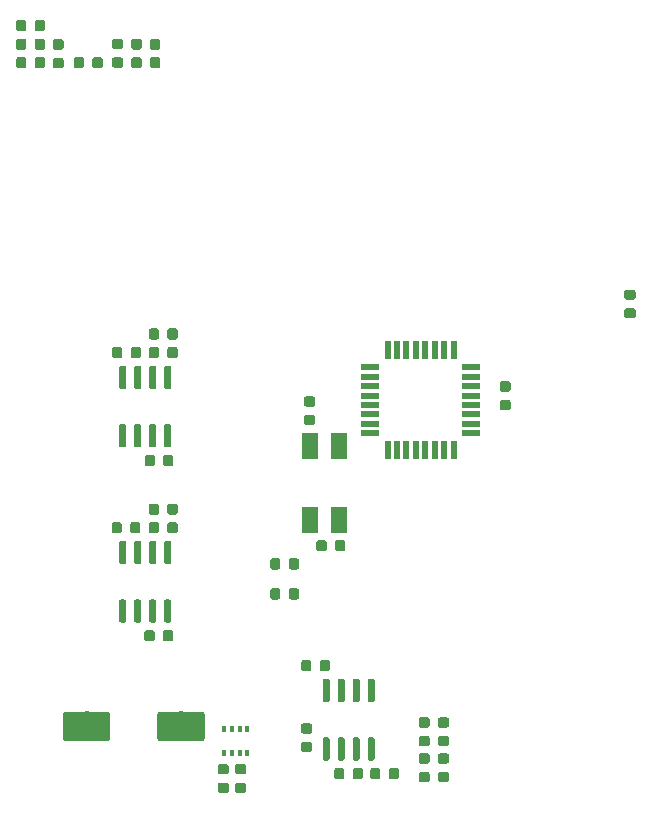
<source format=gbr>
G04 #@! TF.GenerationSoftware,KiCad,Pcbnew,(5.1.4)-1*
G04 #@! TF.CreationDate,2020-06-16T14:32:10+02:00*
G04 #@! TF.ProjectId,NodeMCU_WeatherStation,4e6f6465-4d43-4555-9f57-656174686572,rev?*
G04 #@! TF.SameCoordinates,Original*
G04 #@! TF.FileFunction,Paste,Top*
G04 #@! TF.FilePolarity,Positive*
%FSLAX46Y46*%
G04 Gerber Fmt 4.6, Leading zero omitted, Abs format (unit mm)*
G04 Created by KiCad (PCBNEW (5.1.4)-1) date 2020-06-16 14:32:10*
%MOMM*%
%LPD*%
G04 APERTURE LIST*
%ADD10C,0.100000*%
%ADD11C,2.500000*%
%ADD12C,0.875000*%
%ADD13C,0.600000*%
%ADD14R,1.400000X2.200000*%
%ADD15R,0.550000X1.600000*%
%ADD16R,1.600000X0.550000*%
%ADD17R,0.350000X0.500000*%
G04 APERTURE END LIST*
D10*
G36*
X86478104Y-122998004D02*
G01*
X86502373Y-123001604D01*
X86526171Y-123007565D01*
X86549271Y-123015830D01*
X86571449Y-123026320D01*
X86592493Y-123038933D01*
X86612198Y-123053547D01*
X86630377Y-123070023D01*
X86646853Y-123088202D01*
X86661467Y-123107907D01*
X86674080Y-123128951D01*
X86684570Y-123151129D01*
X86692835Y-123174229D01*
X86698796Y-123198027D01*
X86702396Y-123222296D01*
X86703600Y-123246800D01*
X86703600Y-125246800D01*
X86702396Y-125271304D01*
X86698796Y-125295573D01*
X86692835Y-125319371D01*
X86684570Y-125342471D01*
X86674080Y-125364649D01*
X86661467Y-125385693D01*
X86646853Y-125405398D01*
X86630377Y-125423577D01*
X86612198Y-125440053D01*
X86592493Y-125454667D01*
X86571449Y-125467280D01*
X86549271Y-125477770D01*
X86526171Y-125486035D01*
X86502373Y-125491996D01*
X86478104Y-125495596D01*
X86453600Y-125496800D01*
X82953600Y-125496800D01*
X82929096Y-125495596D01*
X82904827Y-125491996D01*
X82881029Y-125486035D01*
X82857929Y-125477770D01*
X82835751Y-125467280D01*
X82814707Y-125454667D01*
X82795002Y-125440053D01*
X82776823Y-125423577D01*
X82760347Y-125405398D01*
X82745733Y-125385693D01*
X82733120Y-125364649D01*
X82722630Y-125342471D01*
X82714365Y-125319371D01*
X82708404Y-125295573D01*
X82704804Y-125271304D01*
X82703600Y-125246800D01*
X82703600Y-123246800D01*
X82704804Y-123222296D01*
X82708404Y-123198027D01*
X82714365Y-123174229D01*
X82722630Y-123151129D01*
X82733120Y-123128951D01*
X82745733Y-123107907D01*
X82760347Y-123088202D01*
X82776823Y-123070023D01*
X82795002Y-123053547D01*
X82814707Y-123038933D01*
X82835751Y-123026320D01*
X82857929Y-123015830D01*
X82881029Y-123007565D01*
X82904827Y-123001604D01*
X82929096Y-122998004D01*
X82953600Y-122996800D01*
X86453600Y-122996800D01*
X86478104Y-122998004D01*
X86478104Y-122998004D01*
G37*
D11*
X84703600Y-124246800D03*
D10*
G36*
X78478104Y-122998004D02*
G01*
X78502373Y-123001604D01*
X78526171Y-123007565D01*
X78549271Y-123015830D01*
X78571449Y-123026320D01*
X78592493Y-123038933D01*
X78612198Y-123053547D01*
X78630377Y-123070023D01*
X78646853Y-123088202D01*
X78661467Y-123107907D01*
X78674080Y-123128951D01*
X78684570Y-123151129D01*
X78692835Y-123174229D01*
X78698796Y-123198027D01*
X78702396Y-123222296D01*
X78703600Y-123246800D01*
X78703600Y-125246800D01*
X78702396Y-125271304D01*
X78698796Y-125295573D01*
X78692835Y-125319371D01*
X78684570Y-125342471D01*
X78674080Y-125364649D01*
X78661467Y-125385693D01*
X78646853Y-125405398D01*
X78630377Y-125423577D01*
X78612198Y-125440053D01*
X78592493Y-125454667D01*
X78571449Y-125467280D01*
X78549271Y-125477770D01*
X78526171Y-125486035D01*
X78502373Y-125491996D01*
X78478104Y-125495596D01*
X78453600Y-125496800D01*
X74953600Y-125496800D01*
X74929096Y-125495596D01*
X74904827Y-125491996D01*
X74881029Y-125486035D01*
X74857929Y-125477770D01*
X74835751Y-125467280D01*
X74814707Y-125454667D01*
X74795002Y-125440053D01*
X74776823Y-125423577D01*
X74760347Y-125405398D01*
X74745733Y-125385693D01*
X74733120Y-125364649D01*
X74722630Y-125342471D01*
X74714365Y-125319371D01*
X74708404Y-125295573D01*
X74704804Y-125271304D01*
X74703600Y-125246800D01*
X74703600Y-123246800D01*
X74704804Y-123222296D01*
X74708404Y-123198027D01*
X74714365Y-123174229D01*
X74722630Y-123151129D01*
X74733120Y-123128951D01*
X74745733Y-123107907D01*
X74760347Y-123088202D01*
X74776823Y-123070023D01*
X74795002Y-123053547D01*
X74814707Y-123038933D01*
X74835751Y-123026320D01*
X74857929Y-123015830D01*
X74881029Y-123007565D01*
X74904827Y-123001604D01*
X74929096Y-122998004D01*
X74953600Y-122996800D01*
X78453600Y-122996800D01*
X78478104Y-122998004D01*
X78478104Y-122998004D01*
G37*
D11*
X76703600Y-124246800D03*
D10*
G36*
X122992891Y-87259653D02*
G01*
X123014126Y-87262803D01*
X123034950Y-87268019D01*
X123055162Y-87275251D01*
X123074568Y-87284430D01*
X123092981Y-87295466D01*
X123110224Y-87308254D01*
X123126130Y-87322670D01*
X123140546Y-87338576D01*
X123153334Y-87355819D01*
X123164370Y-87374232D01*
X123173549Y-87393638D01*
X123180781Y-87413850D01*
X123185997Y-87434674D01*
X123189147Y-87455909D01*
X123190200Y-87477350D01*
X123190200Y-87914850D01*
X123189147Y-87936291D01*
X123185997Y-87957526D01*
X123180781Y-87978350D01*
X123173549Y-87998562D01*
X123164370Y-88017968D01*
X123153334Y-88036381D01*
X123140546Y-88053624D01*
X123126130Y-88069530D01*
X123110224Y-88083946D01*
X123092981Y-88096734D01*
X123074568Y-88107770D01*
X123055162Y-88116949D01*
X123034950Y-88124181D01*
X123014126Y-88129397D01*
X122992891Y-88132547D01*
X122971450Y-88133600D01*
X122458950Y-88133600D01*
X122437509Y-88132547D01*
X122416274Y-88129397D01*
X122395450Y-88124181D01*
X122375238Y-88116949D01*
X122355832Y-88107770D01*
X122337419Y-88096734D01*
X122320176Y-88083946D01*
X122304270Y-88069530D01*
X122289854Y-88053624D01*
X122277066Y-88036381D01*
X122266030Y-88017968D01*
X122256851Y-87998562D01*
X122249619Y-87978350D01*
X122244403Y-87957526D01*
X122241253Y-87936291D01*
X122240200Y-87914850D01*
X122240200Y-87477350D01*
X122241253Y-87455909D01*
X122244403Y-87434674D01*
X122249619Y-87413850D01*
X122256851Y-87393638D01*
X122266030Y-87374232D01*
X122277066Y-87355819D01*
X122289854Y-87338576D01*
X122304270Y-87322670D01*
X122320176Y-87308254D01*
X122337419Y-87295466D01*
X122355832Y-87284430D01*
X122375238Y-87275251D01*
X122395450Y-87268019D01*
X122416274Y-87262803D01*
X122437509Y-87259653D01*
X122458950Y-87258600D01*
X122971450Y-87258600D01*
X122992891Y-87259653D01*
X122992891Y-87259653D01*
G37*
D12*
X122715200Y-87696100D03*
D10*
G36*
X122992891Y-88834653D02*
G01*
X123014126Y-88837803D01*
X123034950Y-88843019D01*
X123055162Y-88850251D01*
X123074568Y-88859430D01*
X123092981Y-88870466D01*
X123110224Y-88883254D01*
X123126130Y-88897670D01*
X123140546Y-88913576D01*
X123153334Y-88930819D01*
X123164370Y-88949232D01*
X123173549Y-88968638D01*
X123180781Y-88988850D01*
X123185997Y-89009674D01*
X123189147Y-89030909D01*
X123190200Y-89052350D01*
X123190200Y-89489850D01*
X123189147Y-89511291D01*
X123185997Y-89532526D01*
X123180781Y-89553350D01*
X123173549Y-89573562D01*
X123164370Y-89592968D01*
X123153334Y-89611381D01*
X123140546Y-89628624D01*
X123126130Y-89644530D01*
X123110224Y-89658946D01*
X123092981Y-89671734D01*
X123074568Y-89682770D01*
X123055162Y-89691949D01*
X123034950Y-89699181D01*
X123014126Y-89704397D01*
X122992891Y-89707547D01*
X122971450Y-89708600D01*
X122458950Y-89708600D01*
X122437509Y-89707547D01*
X122416274Y-89704397D01*
X122395450Y-89699181D01*
X122375238Y-89691949D01*
X122355832Y-89682770D01*
X122337419Y-89671734D01*
X122320176Y-89658946D01*
X122304270Y-89644530D01*
X122289854Y-89628624D01*
X122277066Y-89611381D01*
X122266030Y-89592968D01*
X122256851Y-89573562D01*
X122249619Y-89553350D01*
X122244403Y-89532526D01*
X122241253Y-89511291D01*
X122240200Y-89489850D01*
X122240200Y-89052350D01*
X122241253Y-89030909D01*
X122244403Y-89009674D01*
X122249619Y-88988850D01*
X122256851Y-88968638D01*
X122266030Y-88949232D01*
X122277066Y-88930819D01*
X122289854Y-88913576D01*
X122304270Y-88897670D01*
X122320176Y-88883254D01*
X122337419Y-88870466D01*
X122355832Y-88859430D01*
X122375238Y-88850251D01*
X122395450Y-88843019D01*
X122416274Y-88837803D01*
X122437509Y-88834653D01*
X122458950Y-88833600D01*
X122971450Y-88833600D01*
X122992891Y-88834653D01*
X122992891Y-88834653D01*
G37*
D12*
X122715200Y-89271100D03*
D10*
G36*
X107194091Y-126528053D02*
G01*
X107215326Y-126531203D01*
X107236150Y-126536419D01*
X107256362Y-126543651D01*
X107275768Y-126552830D01*
X107294181Y-126563866D01*
X107311424Y-126576654D01*
X107327330Y-126591070D01*
X107341746Y-126606976D01*
X107354534Y-126624219D01*
X107365570Y-126642632D01*
X107374749Y-126662038D01*
X107381981Y-126682250D01*
X107387197Y-126703074D01*
X107390347Y-126724309D01*
X107391400Y-126745750D01*
X107391400Y-127183250D01*
X107390347Y-127204691D01*
X107387197Y-127225926D01*
X107381981Y-127246750D01*
X107374749Y-127266962D01*
X107365570Y-127286368D01*
X107354534Y-127304781D01*
X107341746Y-127322024D01*
X107327330Y-127337930D01*
X107311424Y-127352346D01*
X107294181Y-127365134D01*
X107275768Y-127376170D01*
X107256362Y-127385349D01*
X107236150Y-127392581D01*
X107215326Y-127397797D01*
X107194091Y-127400947D01*
X107172650Y-127402000D01*
X106660150Y-127402000D01*
X106638709Y-127400947D01*
X106617474Y-127397797D01*
X106596650Y-127392581D01*
X106576438Y-127385349D01*
X106557032Y-127376170D01*
X106538619Y-127365134D01*
X106521376Y-127352346D01*
X106505470Y-127337930D01*
X106491054Y-127322024D01*
X106478266Y-127304781D01*
X106467230Y-127286368D01*
X106458051Y-127266962D01*
X106450819Y-127246750D01*
X106445603Y-127225926D01*
X106442453Y-127204691D01*
X106441400Y-127183250D01*
X106441400Y-126745750D01*
X106442453Y-126724309D01*
X106445603Y-126703074D01*
X106450819Y-126682250D01*
X106458051Y-126662038D01*
X106467230Y-126642632D01*
X106478266Y-126624219D01*
X106491054Y-126606976D01*
X106505470Y-126591070D01*
X106521376Y-126576654D01*
X106538619Y-126563866D01*
X106557032Y-126552830D01*
X106576438Y-126543651D01*
X106596650Y-126536419D01*
X106617474Y-126531203D01*
X106638709Y-126528053D01*
X106660150Y-126527000D01*
X107172650Y-126527000D01*
X107194091Y-126528053D01*
X107194091Y-126528053D01*
G37*
D12*
X106916400Y-126964500D03*
D10*
G36*
X107194091Y-128103053D02*
G01*
X107215326Y-128106203D01*
X107236150Y-128111419D01*
X107256362Y-128118651D01*
X107275768Y-128127830D01*
X107294181Y-128138866D01*
X107311424Y-128151654D01*
X107327330Y-128166070D01*
X107341746Y-128181976D01*
X107354534Y-128199219D01*
X107365570Y-128217632D01*
X107374749Y-128237038D01*
X107381981Y-128257250D01*
X107387197Y-128278074D01*
X107390347Y-128299309D01*
X107391400Y-128320750D01*
X107391400Y-128758250D01*
X107390347Y-128779691D01*
X107387197Y-128800926D01*
X107381981Y-128821750D01*
X107374749Y-128841962D01*
X107365570Y-128861368D01*
X107354534Y-128879781D01*
X107341746Y-128897024D01*
X107327330Y-128912930D01*
X107311424Y-128927346D01*
X107294181Y-128940134D01*
X107275768Y-128951170D01*
X107256362Y-128960349D01*
X107236150Y-128967581D01*
X107215326Y-128972797D01*
X107194091Y-128975947D01*
X107172650Y-128977000D01*
X106660150Y-128977000D01*
X106638709Y-128975947D01*
X106617474Y-128972797D01*
X106596650Y-128967581D01*
X106576438Y-128960349D01*
X106557032Y-128951170D01*
X106538619Y-128940134D01*
X106521376Y-128927346D01*
X106505470Y-128912930D01*
X106491054Y-128897024D01*
X106478266Y-128879781D01*
X106467230Y-128861368D01*
X106458051Y-128841962D01*
X106450819Y-128821750D01*
X106445603Y-128800926D01*
X106442453Y-128779691D01*
X106441400Y-128758250D01*
X106441400Y-128320750D01*
X106442453Y-128299309D01*
X106445603Y-128278074D01*
X106450819Y-128257250D01*
X106458051Y-128237038D01*
X106467230Y-128217632D01*
X106478266Y-128199219D01*
X106491054Y-128181976D01*
X106505470Y-128166070D01*
X106521376Y-128151654D01*
X106538619Y-128138866D01*
X106557032Y-128127830D01*
X106576438Y-128118651D01*
X106596650Y-128111419D01*
X106617474Y-128106203D01*
X106638709Y-128103053D01*
X106660150Y-128102000D01*
X107172650Y-128102000D01*
X107194091Y-128103053D01*
X107194091Y-128103053D01*
G37*
D12*
X106916400Y-128539500D03*
D10*
G36*
X105568491Y-126528053D02*
G01*
X105589726Y-126531203D01*
X105610550Y-126536419D01*
X105630762Y-126543651D01*
X105650168Y-126552830D01*
X105668581Y-126563866D01*
X105685824Y-126576654D01*
X105701730Y-126591070D01*
X105716146Y-126606976D01*
X105728934Y-126624219D01*
X105739970Y-126642632D01*
X105749149Y-126662038D01*
X105756381Y-126682250D01*
X105761597Y-126703074D01*
X105764747Y-126724309D01*
X105765800Y-126745750D01*
X105765800Y-127183250D01*
X105764747Y-127204691D01*
X105761597Y-127225926D01*
X105756381Y-127246750D01*
X105749149Y-127266962D01*
X105739970Y-127286368D01*
X105728934Y-127304781D01*
X105716146Y-127322024D01*
X105701730Y-127337930D01*
X105685824Y-127352346D01*
X105668581Y-127365134D01*
X105650168Y-127376170D01*
X105630762Y-127385349D01*
X105610550Y-127392581D01*
X105589726Y-127397797D01*
X105568491Y-127400947D01*
X105547050Y-127402000D01*
X105034550Y-127402000D01*
X105013109Y-127400947D01*
X104991874Y-127397797D01*
X104971050Y-127392581D01*
X104950838Y-127385349D01*
X104931432Y-127376170D01*
X104913019Y-127365134D01*
X104895776Y-127352346D01*
X104879870Y-127337930D01*
X104865454Y-127322024D01*
X104852666Y-127304781D01*
X104841630Y-127286368D01*
X104832451Y-127266962D01*
X104825219Y-127246750D01*
X104820003Y-127225926D01*
X104816853Y-127204691D01*
X104815800Y-127183250D01*
X104815800Y-126745750D01*
X104816853Y-126724309D01*
X104820003Y-126703074D01*
X104825219Y-126682250D01*
X104832451Y-126662038D01*
X104841630Y-126642632D01*
X104852666Y-126624219D01*
X104865454Y-126606976D01*
X104879870Y-126591070D01*
X104895776Y-126576654D01*
X104913019Y-126563866D01*
X104931432Y-126552830D01*
X104950838Y-126543651D01*
X104971050Y-126536419D01*
X104991874Y-126531203D01*
X105013109Y-126528053D01*
X105034550Y-126527000D01*
X105547050Y-126527000D01*
X105568491Y-126528053D01*
X105568491Y-126528053D01*
G37*
D12*
X105290800Y-126964500D03*
D10*
G36*
X105568491Y-128103053D02*
G01*
X105589726Y-128106203D01*
X105610550Y-128111419D01*
X105630762Y-128118651D01*
X105650168Y-128127830D01*
X105668581Y-128138866D01*
X105685824Y-128151654D01*
X105701730Y-128166070D01*
X105716146Y-128181976D01*
X105728934Y-128199219D01*
X105739970Y-128217632D01*
X105749149Y-128237038D01*
X105756381Y-128257250D01*
X105761597Y-128278074D01*
X105764747Y-128299309D01*
X105765800Y-128320750D01*
X105765800Y-128758250D01*
X105764747Y-128779691D01*
X105761597Y-128800926D01*
X105756381Y-128821750D01*
X105749149Y-128841962D01*
X105739970Y-128861368D01*
X105728934Y-128879781D01*
X105716146Y-128897024D01*
X105701730Y-128912930D01*
X105685824Y-128927346D01*
X105668581Y-128940134D01*
X105650168Y-128951170D01*
X105630762Y-128960349D01*
X105610550Y-128967581D01*
X105589726Y-128972797D01*
X105568491Y-128975947D01*
X105547050Y-128977000D01*
X105034550Y-128977000D01*
X105013109Y-128975947D01*
X104991874Y-128972797D01*
X104971050Y-128967581D01*
X104950838Y-128960349D01*
X104931432Y-128951170D01*
X104913019Y-128940134D01*
X104895776Y-128927346D01*
X104879870Y-128912930D01*
X104865454Y-128897024D01*
X104852666Y-128879781D01*
X104841630Y-128861368D01*
X104832451Y-128841962D01*
X104825219Y-128821750D01*
X104820003Y-128800926D01*
X104816853Y-128779691D01*
X104815800Y-128758250D01*
X104815800Y-128320750D01*
X104816853Y-128299309D01*
X104820003Y-128278074D01*
X104825219Y-128257250D01*
X104832451Y-128237038D01*
X104841630Y-128217632D01*
X104852666Y-128199219D01*
X104865454Y-128181976D01*
X104879870Y-128166070D01*
X104895776Y-128151654D01*
X104913019Y-128138866D01*
X104931432Y-128127830D01*
X104950838Y-128118651D01*
X104971050Y-128111419D01*
X104991874Y-128106203D01*
X105013109Y-128103053D01*
X105034550Y-128102000D01*
X105547050Y-128102000D01*
X105568491Y-128103053D01*
X105568491Y-128103053D01*
G37*
D12*
X105290800Y-128539500D03*
D10*
G36*
X107194891Y-125055053D02*
G01*
X107216126Y-125058203D01*
X107236950Y-125063419D01*
X107257162Y-125070651D01*
X107276568Y-125079830D01*
X107294981Y-125090866D01*
X107312224Y-125103654D01*
X107328130Y-125118070D01*
X107342546Y-125133976D01*
X107355334Y-125151219D01*
X107366370Y-125169632D01*
X107375549Y-125189038D01*
X107382781Y-125209250D01*
X107387997Y-125230074D01*
X107391147Y-125251309D01*
X107392200Y-125272750D01*
X107392200Y-125710250D01*
X107391147Y-125731691D01*
X107387997Y-125752926D01*
X107382781Y-125773750D01*
X107375549Y-125793962D01*
X107366370Y-125813368D01*
X107355334Y-125831781D01*
X107342546Y-125849024D01*
X107328130Y-125864930D01*
X107312224Y-125879346D01*
X107294981Y-125892134D01*
X107276568Y-125903170D01*
X107257162Y-125912349D01*
X107236950Y-125919581D01*
X107216126Y-125924797D01*
X107194891Y-125927947D01*
X107173450Y-125929000D01*
X106660950Y-125929000D01*
X106639509Y-125927947D01*
X106618274Y-125924797D01*
X106597450Y-125919581D01*
X106577238Y-125912349D01*
X106557832Y-125903170D01*
X106539419Y-125892134D01*
X106522176Y-125879346D01*
X106506270Y-125864930D01*
X106491854Y-125849024D01*
X106479066Y-125831781D01*
X106468030Y-125813368D01*
X106458851Y-125793962D01*
X106451619Y-125773750D01*
X106446403Y-125752926D01*
X106443253Y-125731691D01*
X106442200Y-125710250D01*
X106442200Y-125272750D01*
X106443253Y-125251309D01*
X106446403Y-125230074D01*
X106451619Y-125209250D01*
X106458851Y-125189038D01*
X106468030Y-125169632D01*
X106479066Y-125151219D01*
X106491854Y-125133976D01*
X106506270Y-125118070D01*
X106522176Y-125103654D01*
X106539419Y-125090866D01*
X106557832Y-125079830D01*
X106577238Y-125070651D01*
X106597450Y-125063419D01*
X106618274Y-125058203D01*
X106639509Y-125055053D01*
X106660950Y-125054000D01*
X107173450Y-125054000D01*
X107194891Y-125055053D01*
X107194891Y-125055053D01*
G37*
D12*
X106917200Y-125491500D03*
D10*
G36*
X107194891Y-123480053D02*
G01*
X107216126Y-123483203D01*
X107236950Y-123488419D01*
X107257162Y-123495651D01*
X107276568Y-123504830D01*
X107294981Y-123515866D01*
X107312224Y-123528654D01*
X107328130Y-123543070D01*
X107342546Y-123558976D01*
X107355334Y-123576219D01*
X107366370Y-123594632D01*
X107375549Y-123614038D01*
X107382781Y-123634250D01*
X107387997Y-123655074D01*
X107391147Y-123676309D01*
X107392200Y-123697750D01*
X107392200Y-124135250D01*
X107391147Y-124156691D01*
X107387997Y-124177926D01*
X107382781Y-124198750D01*
X107375549Y-124218962D01*
X107366370Y-124238368D01*
X107355334Y-124256781D01*
X107342546Y-124274024D01*
X107328130Y-124289930D01*
X107312224Y-124304346D01*
X107294981Y-124317134D01*
X107276568Y-124328170D01*
X107257162Y-124337349D01*
X107236950Y-124344581D01*
X107216126Y-124349797D01*
X107194891Y-124352947D01*
X107173450Y-124354000D01*
X106660950Y-124354000D01*
X106639509Y-124352947D01*
X106618274Y-124349797D01*
X106597450Y-124344581D01*
X106577238Y-124337349D01*
X106557832Y-124328170D01*
X106539419Y-124317134D01*
X106522176Y-124304346D01*
X106506270Y-124289930D01*
X106491854Y-124274024D01*
X106479066Y-124256781D01*
X106468030Y-124238368D01*
X106458851Y-124218962D01*
X106451619Y-124198750D01*
X106446403Y-124177926D01*
X106443253Y-124156691D01*
X106442200Y-124135250D01*
X106442200Y-123697750D01*
X106443253Y-123676309D01*
X106446403Y-123655074D01*
X106451619Y-123634250D01*
X106458851Y-123614038D01*
X106468030Y-123594632D01*
X106479066Y-123576219D01*
X106491854Y-123558976D01*
X106506270Y-123543070D01*
X106522176Y-123528654D01*
X106539419Y-123515866D01*
X106557832Y-123504830D01*
X106577238Y-123495651D01*
X106597450Y-123488419D01*
X106618274Y-123483203D01*
X106639509Y-123480053D01*
X106660950Y-123479000D01*
X107173450Y-123479000D01*
X107194891Y-123480053D01*
X107194891Y-123480053D01*
G37*
D12*
X106917200Y-123916500D03*
D10*
G36*
X105568491Y-125055053D02*
G01*
X105589726Y-125058203D01*
X105610550Y-125063419D01*
X105630762Y-125070651D01*
X105650168Y-125079830D01*
X105668581Y-125090866D01*
X105685824Y-125103654D01*
X105701730Y-125118070D01*
X105716146Y-125133976D01*
X105728934Y-125151219D01*
X105739970Y-125169632D01*
X105749149Y-125189038D01*
X105756381Y-125209250D01*
X105761597Y-125230074D01*
X105764747Y-125251309D01*
X105765800Y-125272750D01*
X105765800Y-125710250D01*
X105764747Y-125731691D01*
X105761597Y-125752926D01*
X105756381Y-125773750D01*
X105749149Y-125793962D01*
X105739970Y-125813368D01*
X105728934Y-125831781D01*
X105716146Y-125849024D01*
X105701730Y-125864930D01*
X105685824Y-125879346D01*
X105668581Y-125892134D01*
X105650168Y-125903170D01*
X105630762Y-125912349D01*
X105610550Y-125919581D01*
X105589726Y-125924797D01*
X105568491Y-125927947D01*
X105547050Y-125929000D01*
X105034550Y-125929000D01*
X105013109Y-125927947D01*
X104991874Y-125924797D01*
X104971050Y-125919581D01*
X104950838Y-125912349D01*
X104931432Y-125903170D01*
X104913019Y-125892134D01*
X104895776Y-125879346D01*
X104879870Y-125864930D01*
X104865454Y-125849024D01*
X104852666Y-125831781D01*
X104841630Y-125813368D01*
X104832451Y-125793962D01*
X104825219Y-125773750D01*
X104820003Y-125752926D01*
X104816853Y-125731691D01*
X104815800Y-125710250D01*
X104815800Y-125272750D01*
X104816853Y-125251309D01*
X104820003Y-125230074D01*
X104825219Y-125209250D01*
X104832451Y-125189038D01*
X104841630Y-125169632D01*
X104852666Y-125151219D01*
X104865454Y-125133976D01*
X104879870Y-125118070D01*
X104895776Y-125103654D01*
X104913019Y-125090866D01*
X104931432Y-125079830D01*
X104950838Y-125070651D01*
X104971050Y-125063419D01*
X104991874Y-125058203D01*
X105013109Y-125055053D01*
X105034550Y-125054000D01*
X105547050Y-125054000D01*
X105568491Y-125055053D01*
X105568491Y-125055053D01*
G37*
D12*
X105290800Y-125491500D03*
D10*
G36*
X105568491Y-123480053D02*
G01*
X105589726Y-123483203D01*
X105610550Y-123488419D01*
X105630762Y-123495651D01*
X105650168Y-123504830D01*
X105668581Y-123515866D01*
X105685824Y-123528654D01*
X105701730Y-123543070D01*
X105716146Y-123558976D01*
X105728934Y-123576219D01*
X105739970Y-123594632D01*
X105749149Y-123614038D01*
X105756381Y-123634250D01*
X105761597Y-123655074D01*
X105764747Y-123676309D01*
X105765800Y-123697750D01*
X105765800Y-124135250D01*
X105764747Y-124156691D01*
X105761597Y-124177926D01*
X105756381Y-124198750D01*
X105749149Y-124218962D01*
X105739970Y-124238368D01*
X105728934Y-124256781D01*
X105716146Y-124274024D01*
X105701730Y-124289930D01*
X105685824Y-124304346D01*
X105668581Y-124317134D01*
X105650168Y-124328170D01*
X105630762Y-124337349D01*
X105610550Y-124344581D01*
X105589726Y-124349797D01*
X105568491Y-124352947D01*
X105547050Y-124354000D01*
X105034550Y-124354000D01*
X105013109Y-124352947D01*
X104991874Y-124349797D01*
X104971050Y-124344581D01*
X104950838Y-124337349D01*
X104931432Y-124328170D01*
X104913019Y-124317134D01*
X104895776Y-124304346D01*
X104879870Y-124289930D01*
X104865454Y-124274024D01*
X104852666Y-124256781D01*
X104841630Y-124238368D01*
X104832451Y-124218962D01*
X104825219Y-124198750D01*
X104820003Y-124177926D01*
X104816853Y-124156691D01*
X104815800Y-124135250D01*
X104815800Y-123697750D01*
X104816853Y-123676309D01*
X104820003Y-123655074D01*
X104825219Y-123634250D01*
X104832451Y-123614038D01*
X104841630Y-123594632D01*
X104852666Y-123576219D01*
X104865454Y-123558976D01*
X104879870Y-123543070D01*
X104895776Y-123528654D01*
X104913019Y-123515866D01*
X104931432Y-123504830D01*
X104950838Y-123495651D01*
X104971050Y-123488419D01*
X104991874Y-123483203D01*
X105013109Y-123480053D01*
X105034550Y-123479000D01*
X105547050Y-123479000D01*
X105568491Y-123480053D01*
X105568491Y-123480053D01*
G37*
D12*
X105290800Y-123916500D03*
D10*
G36*
X112426491Y-95032053D02*
G01*
X112447726Y-95035203D01*
X112468550Y-95040419D01*
X112488762Y-95047651D01*
X112508168Y-95056830D01*
X112526581Y-95067866D01*
X112543824Y-95080654D01*
X112559730Y-95095070D01*
X112574146Y-95110976D01*
X112586934Y-95128219D01*
X112597970Y-95146632D01*
X112607149Y-95166038D01*
X112614381Y-95186250D01*
X112619597Y-95207074D01*
X112622747Y-95228309D01*
X112623800Y-95249750D01*
X112623800Y-95687250D01*
X112622747Y-95708691D01*
X112619597Y-95729926D01*
X112614381Y-95750750D01*
X112607149Y-95770962D01*
X112597970Y-95790368D01*
X112586934Y-95808781D01*
X112574146Y-95826024D01*
X112559730Y-95841930D01*
X112543824Y-95856346D01*
X112526581Y-95869134D01*
X112508168Y-95880170D01*
X112488762Y-95889349D01*
X112468550Y-95896581D01*
X112447726Y-95901797D01*
X112426491Y-95904947D01*
X112405050Y-95906000D01*
X111892550Y-95906000D01*
X111871109Y-95904947D01*
X111849874Y-95901797D01*
X111829050Y-95896581D01*
X111808838Y-95889349D01*
X111789432Y-95880170D01*
X111771019Y-95869134D01*
X111753776Y-95856346D01*
X111737870Y-95841930D01*
X111723454Y-95826024D01*
X111710666Y-95808781D01*
X111699630Y-95790368D01*
X111690451Y-95770962D01*
X111683219Y-95750750D01*
X111678003Y-95729926D01*
X111674853Y-95708691D01*
X111673800Y-95687250D01*
X111673800Y-95249750D01*
X111674853Y-95228309D01*
X111678003Y-95207074D01*
X111683219Y-95186250D01*
X111690451Y-95166038D01*
X111699630Y-95146632D01*
X111710666Y-95128219D01*
X111723454Y-95110976D01*
X111737870Y-95095070D01*
X111753776Y-95080654D01*
X111771019Y-95067866D01*
X111789432Y-95056830D01*
X111808838Y-95047651D01*
X111829050Y-95040419D01*
X111849874Y-95035203D01*
X111871109Y-95032053D01*
X111892550Y-95031000D01*
X112405050Y-95031000D01*
X112426491Y-95032053D01*
X112426491Y-95032053D01*
G37*
D12*
X112148800Y-95468500D03*
D10*
G36*
X112426491Y-96607053D02*
G01*
X112447726Y-96610203D01*
X112468550Y-96615419D01*
X112488762Y-96622651D01*
X112508168Y-96631830D01*
X112526581Y-96642866D01*
X112543824Y-96655654D01*
X112559730Y-96670070D01*
X112574146Y-96685976D01*
X112586934Y-96703219D01*
X112597970Y-96721632D01*
X112607149Y-96741038D01*
X112614381Y-96761250D01*
X112619597Y-96782074D01*
X112622747Y-96803309D01*
X112623800Y-96824750D01*
X112623800Y-97262250D01*
X112622747Y-97283691D01*
X112619597Y-97304926D01*
X112614381Y-97325750D01*
X112607149Y-97345962D01*
X112597970Y-97365368D01*
X112586934Y-97383781D01*
X112574146Y-97401024D01*
X112559730Y-97416930D01*
X112543824Y-97431346D01*
X112526581Y-97444134D01*
X112508168Y-97455170D01*
X112488762Y-97464349D01*
X112468550Y-97471581D01*
X112447726Y-97476797D01*
X112426491Y-97479947D01*
X112405050Y-97481000D01*
X111892550Y-97481000D01*
X111871109Y-97479947D01*
X111849874Y-97476797D01*
X111829050Y-97471581D01*
X111808838Y-97464349D01*
X111789432Y-97455170D01*
X111771019Y-97444134D01*
X111753776Y-97431346D01*
X111737870Y-97416930D01*
X111723454Y-97401024D01*
X111710666Y-97383781D01*
X111699630Y-97365368D01*
X111690451Y-97345962D01*
X111683219Y-97325750D01*
X111678003Y-97304926D01*
X111674853Y-97283691D01*
X111673800Y-97262250D01*
X111673800Y-96824750D01*
X111674853Y-96803309D01*
X111678003Y-96782074D01*
X111683219Y-96761250D01*
X111690451Y-96741038D01*
X111699630Y-96721632D01*
X111710666Y-96703219D01*
X111723454Y-96685976D01*
X111737870Y-96670070D01*
X111753776Y-96655654D01*
X111771019Y-96642866D01*
X111789432Y-96631830D01*
X111808838Y-96622651D01*
X111829050Y-96615419D01*
X111849874Y-96610203D01*
X111871109Y-96607053D01*
X111892550Y-96606000D01*
X112405050Y-96606000D01*
X112426491Y-96607053D01*
X112426491Y-96607053D01*
G37*
D12*
X112148800Y-97043500D03*
D10*
G36*
X81070891Y-106958053D02*
G01*
X81092126Y-106961203D01*
X81112950Y-106966419D01*
X81133162Y-106973651D01*
X81152568Y-106982830D01*
X81170981Y-106993866D01*
X81188224Y-107006654D01*
X81204130Y-107021070D01*
X81218546Y-107036976D01*
X81231334Y-107054219D01*
X81242370Y-107072632D01*
X81251549Y-107092038D01*
X81258781Y-107112250D01*
X81263997Y-107133074D01*
X81267147Y-107154309D01*
X81268200Y-107175750D01*
X81268200Y-107688250D01*
X81267147Y-107709691D01*
X81263997Y-107730926D01*
X81258781Y-107751750D01*
X81251549Y-107771962D01*
X81242370Y-107791368D01*
X81231334Y-107809781D01*
X81218546Y-107827024D01*
X81204130Y-107842930D01*
X81188224Y-107857346D01*
X81170981Y-107870134D01*
X81152568Y-107881170D01*
X81133162Y-107890349D01*
X81112950Y-107897581D01*
X81092126Y-107902797D01*
X81070891Y-107905947D01*
X81049450Y-107907000D01*
X80611950Y-107907000D01*
X80590509Y-107905947D01*
X80569274Y-107902797D01*
X80548450Y-107897581D01*
X80528238Y-107890349D01*
X80508832Y-107881170D01*
X80490419Y-107870134D01*
X80473176Y-107857346D01*
X80457270Y-107842930D01*
X80442854Y-107827024D01*
X80430066Y-107809781D01*
X80419030Y-107791368D01*
X80409851Y-107771962D01*
X80402619Y-107751750D01*
X80397403Y-107730926D01*
X80394253Y-107709691D01*
X80393200Y-107688250D01*
X80393200Y-107175750D01*
X80394253Y-107154309D01*
X80397403Y-107133074D01*
X80402619Y-107112250D01*
X80409851Y-107092038D01*
X80419030Y-107072632D01*
X80430066Y-107054219D01*
X80442854Y-107036976D01*
X80457270Y-107021070D01*
X80473176Y-107006654D01*
X80490419Y-106993866D01*
X80508832Y-106982830D01*
X80528238Y-106973651D01*
X80548450Y-106966419D01*
X80569274Y-106961203D01*
X80590509Y-106958053D01*
X80611950Y-106957000D01*
X81049450Y-106957000D01*
X81070891Y-106958053D01*
X81070891Y-106958053D01*
G37*
D12*
X80830700Y-107432000D03*
D10*
G36*
X79495891Y-106958053D02*
G01*
X79517126Y-106961203D01*
X79537950Y-106966419D01*
X79558162Y-106973651D01*
X79577568Y-106982830D01*
X79595981Y-106993866D01*
X79613224Y-107006654D01*
X79629130Y-107021070D01*
X79643546Y-107036976D01*
X79656334Y-107054219D01*
X79667370Y-107072632D01*
X79676549Y-107092038D01*
X79683781Y-107112250D01*
X79688997Y-107133074D01*
X79692147Y-107154309D01*
X79693200Y-107175750D01*
X79693200Y-107688250D01*
X79692147Y-107709691D01*
X79688997Y-107730926D01*
X79683781Y-107751750D01*
X79676549Y-107771962D01*
X79667370Y-107791368D01*
X79656334Y-107809781D01*
X79643546Y-107827024D01*
X79629130Y-107842930D01*
X79613224Y-107857346D01*
X79595981Y-107870134D01*
X79577568Y-107881170D01*
X79558162Y-107890349D01*
X79537950Y-107897581D01*
X79517126Y-107902797D01*
X79495891Y-107905947D01*
X79474450Y-107907000D01*
X79036950Y-107907000D01*
X79015509Y-107905947D01*
X78994274Y-107902797D01*
X78973450Y-107897581D01*
X78953238Y-107890349D01*
X78933832Y-107881170D01*
X78915419Y-107870134D01*
X78898176Y-107857346D01*
X78882270Y-107842930D01*
X78867854Y-107827024D01*
X78855066Y-107809781D01*
X78844030Y-107791368D01*
X78834851Y-107771962D01*
X78827619Y-107751750D01*
X78822403Y-107730926D01*
X78819253Y-107709691D01*
X78818200Y-107688250D01*
X78818200Y-107175750D01*
X78819253Y-107154309D01*
X78822403Y-107133074D01*
X78827619Y-107112250D01*
X78834851Y-107092038D01*
X78844030Y-107072632D01*
X78855066Y-107054219D01*
X78867854Y-107036976D01*
X78882270Y-107021070D01*
X78898176Y-107006654D01*
X78915419Y-106993866D01*
X78933832Y-106982830D01*
X78953238Y-106973651D01*
X78973450Y-106966419D01*
X78994274Y-106961203D01*
X79015509Y-106958053D01*
X79036950Y-106957000D01*
X79474450Y-106957000D01*
X79495891Y-106958053D01*
X79495891Y-106958053D01*
G37*
D12*
X79255700Y-107432000D03*
D10*
G36*
X82264591Y-116102053D02*
G01*
X82285826Y-116105203D01*
X82306650Y-116110419D01*
X82326862Y-116117651D01*
X82346268Y-116126830D01*
X82364681Y-116137866D01*
X82381924Y-116150654D01*
X82397830Y-116165070D01*
X82412246Y-116180976D01*
X82425034Y-116198219D01*
X82436070Y-116216632D01*
X82445249Y-116236038D01*
X82452481Y-116256250D01*
X82457697Y-116277074D01*
X82460847Y-116298309D01*
X82461900Y-116319750D01*
X82461900Y-116832250D01*
X82460847Y-116853691D01*
X82457697Y-116874926D01*
X82452481Y-116895750D01*
X82445249Y-116915962D01*
X82436070Y-116935368D01*
X82425034Y-116953781D01*
X82412246Y-116971024D01*
X82397830Y-116986930D01*
X82381924Y-117001346D01*
X82364681Y-117014134D01*
X82346268Y-117025170D01*
X82326862Y-117034349D01*
X82306650Y-117041581D01*
X82285826Y-117046797D01*
X82264591Y-117049947D01*
X82243150Y-117051000D01*
X81805650Y-117051000D01*
X81784209Y-117049947D01*
X81762974Y-117046797D01*
X81742150Y-117041581D01*
X81721938Y-117034349D01*
X81702532Y-117025170D01*
X81684119Y-117014134D01*
X81666876Y-117001346D01*
X81650970Y-116986930D01*
X81636554Y-116971024D01*
X81623766Y-116953781D01*
X81612730Y-116935368D01*
X81603551Y-116915962D01*
X81596319Y-116895750D01*
X81591103Y-116874926D01*
X81587953Y-116853691D01*
X81586900Y-116832250D01*
X81586900Y-116319750D01*
X81587953Y-116298309D01*
X81591103Y-116277074D01*
X81596319Y-116256250D01*
X81603551Y-116236038D01*
X81612730Y-116216632D01*
X81623766Y-116198219D01*
X81636554Y-116180976D01*
X81650970Y-116165070D01*
X81666876Y-116150654D01*
X81684119Y-116137866D01*
X81702532Y-116126830D01*
X81721938Y-116117651D01*
X81742150Y-116110419D01*
X81762974Y-116105203D01*
X81784209Y-116102053D01*
X81805650Y-116101000D01*
X82243150Y-116101000D01*
X82264591Y-116102053D01*
X82264591Y-116102053D01*
G37*
D12*
X82024400Y-116576000D03*
D10*
G36*
X83839591Y-116102053D02*
G01*
X83860826Y-116105203D01*
X83881650Y-116110419D01*
X83901862Y-116117651D01*
X83921268Y-116126830D01*
X83939681Y-116137866D01*
X83956924Y-116150654D01*
X83972830Y-116165070D01*
X83987246Y-116180976D01*
X84000034Y-116198219D01*
X84011070Y-116216632D01*
X84020249Y-116236038D01*
X84027481Y-116256250D01*
X84032697Y-116277074D01*
X84035847Y-116298309D01*
X84036900Y-116319750D01*
X84036900Y-116832250D01*
X84035847Y-116853691D01*
X84032697Y-116874926D01*
X84027481Y-116895750D01*
X84020249Y-116915962D01*
X84011070Y-116935368D01*
X84000034Y-116953781D01*
X83987246Y-116971024D01*
X83972830Y-116986930D01*
X83956924Y-117001346D01*
X83939681Y-117014134D01*
X83921268Y-117025170D01*
X83901862Y-117034349D01*
X83881650Y-117041581D01*
X83860826Y-117046797D01*
X83839591Y-117049947D01*
X83818150Y-117051000D01*
X83380650Y-117051000D01*
X83359209Y-117049947D01*
X83337974Y-117046797D01*
X83317150Y-117041581D01*
X83296938Y-117034349D01*
X83277532Y-117025170D01*
X83259119Y-117014134D01*
X83241876Y-117001346D01*
X83225970Y-116986930D01*
X83211554Y-116971024D01*
X83198766Y-116953781D01*
X83187730Y-116935368D01*
X83178551Y-116915962D01*
X83171319Y-116895750D01*
X83166103Y-116874926D01*
X83162953Y-116853691D01*
X83161900Y-116832250D01*
X83161900Y-116319750D01*
X83162953Y-116298309D01*
X83166103Y-116277074D01*
X83171319Y-116256250D01*
X83178551Y-116236038D01*
X83187730Y-116216632D01*
X83198766Y-116198219D01*
X83211554Y-116180976D01*
X83225970Y-116165070D01*
X83241876Y-116150654D01*
X83259119Y-116137866D01*
X83277532Y-116126830D01*
X83296938Y-116117651D01*
X83317150Y-116110419D01*
X83337974Y-116105203D01*
X83359209Y-116102053D01*
X83380650Y-116101000D01*
X83818150Y-116101000D01*
X83839591Y-116102053D01*
X83839591Y-116102053D01*
G37*
D12*
X83599400Y-116576000D03*
D10*
G36*
X81121691Y-92124453D02*
G01*
X81142926Y-92127603D01*
X81163750Y-92132819D01*
X81183962Y-92140051D01*
X81203368Y-92149230D01*
X81221781Y-92160266D01*
X81239024Y-92173054D01*
X81254930Y-92187470D01*
X81269346Y-92203376D01*
X81282134Y-92220619D01*
X81293170Y-92239032D01*
X81302349Y-92258438D01*
X81309581Y-92278650D01*
X81314797Y-92299474D01*
X81317947Y-92320709D01*
X81319000Y-92342150D01*
X81319000Y-92854650D01*
X81317947Y-92876091D01*
X81314797Y-92897326D01*
X81309581Y-92918150D01*
X81302349Y-92938362D01*
X81293170Y-92957768D01*
X81282134Y-92976181D01*
X81269346Y-92993424D01*
X81254930Y-93009330D01*
X81239024Y-93023746D01*
X81221781Y-93036534D01*
X81203368Y-93047570D01*
X81183962Y-93056749D01*
X81163750Y-93063981D01*
X81142926Y-93069197D01*
X81121691Y-93072347D01*
X81100250Y-93073400D01*
X80662750Y-93073400D01*
X80641309Y-93072347D01*
X80620074Y-93069197D01*
X80599250Y-93063981D01*
X80579038Y-93056749D01*
X80559632Y-93047570D01*
X80541219Y-93036534D01*
X80523976Y-93023746D01*
X80508070Y-93009330D01*
X80493654Y-92993424D01*
X80480866Y-92976181D01*
X80469830Y-92957768D01*
X80460651Y-92938362D01*
X80453419Y-92918150D01*
X80448203Y-92897326D01*
X80445053Y-92876091D01*
X80444000Y-92854650D01*
X80444000Y-92342150D01*
X80445053Y-92320709D01*
X80448203Y-92299474D01*
X80453419Y-92278650D01*
X80460651Y-92258438D01*
X80469830Y-92239032D01*
X80480866Y-92220619D01*
X80493654Y-92203376D01*
X80508070Y-92187470D01*
X80523976Y-92173054D01*
X80541219Y-92160266D01*
X80559632Y-92149230D01*
X80579038Y-92140051D01*
X80599250Y-92132819D01*
X80620074Y-92127603D01*
X80641309Y-92124453D01*
X80662750Y-92123400D01*
X81100250Y-92123400D01*
X81121691Y-92124453D01*
X81121691Y-92124453D01*
G37*
D12*
X80881500Y-92598400D03*
D10*
G36*
X79546691Y-92124453D02*
G01*
X79567926Y-92127603D01*
X79588750Y-92132819D01*
X79608962Y-92140051D01*
X79628368Y-92149230D01*
X79646781Y-92160266D01*
X79664024Y-92173054D01*
X79679930Y-92187470D01*
X79694346Y-92203376D01*
X79707134Y-92220619D01*
X79718170Y-92239032D01*
X79727349Y-92258438D01*
X79734581Y-92278650D01*
X79739797Y-92299474D01*
X79742947Y-92320709D01*
X79744000Y-92342150D01*
X79744000Y-92854650D01*
X79742947Y-92876091D01*
X79739797Y-92897326D01*
X79734581Y-92918150D01*
X79727349Y-92938362D01*
X79718170Y-92957768D01*
X79707134Y-92976181D01*
X79694346Y-92993424D01*
X79679930Y-93009330D01*
X79664024Y-93023746D01*
X79646781Y-93036534D01*
X79628368Y-93047570D01*
X79608962Y-93056749D01*
X79588750Y-93063981D01*
X79567926Y-93069197D01*
X79546691Y-93072347D01*
X79525250Y-93073400D01*
X79087750Y-93073400D01*
X79066309Y-93072347D01*
X79045074Y-93069197D01*
X79024250Y-93063981D01*
X79004038Y-93056749D01*
X78984632Y-93047570D01*
X78966219Y-93036534D01*
X78948976Y-93023746D01*
X78933070Y-93009330D01*
X78918654Y-92993424D01*
X78905866Y-92976181D01*
X78894830Y-92957768D01*
X78885651Y-92938362D01*
X78878419Y-92918150D01*
X78873203Y-92897326D01*
X78870053Y-92876091D01*
X78869000Y-92854650D01*
X78869000Y-92342150D01*
X78870053Y-92320709D01*
X78873203Y-92299474D01*
X78878419Y-92278650D01*
X78885651Y-92258438D01*
X78894830Y-92239032D01*
X78905866Y-92220619D01*
X78918654Y-92203376D01*
X78933070Y-92187470D01*
X78948976Y-92173054D01*
X78966219Y-92160266D01*
X78984632Y-92149230D01*
X79004038Y-92140051D01*
X79024250Y-92132819D01*
X79045074Y-92127603D01*
X79066309Y-92124453D01*
X79087750Y-92123400D01*
X79525250Y-92123400D01*
X79546691Y-92124453D01*
X79546691Y-92124453D01*
G37*
D12*
X79306500Y-92598400D03*
D10*
G36*
X82289891Y-101268453D02*
G01*
X82311126Y-101271603D01*
X82331950Y-101276819D01*
X82352162Y-101284051D01*
X82371568Y-101293230D01*
X82389981Y-101304266D01*
X82407224Y-101317054D01*
X82423130Y-101331470D01*
X82437546Y-101347376D01*
X82450334Y-101364619D01*
X82461370Y-101383032D01*
X82470549Y-101402438D01*
X82477781Y-101422650D01*
X82482997Y-101443474D01*
X82486147Y-101464709D01*
X82487200Y-101486150D01*
X82487200Y-101998650D01*
X82486147Y-102020091D01*
X82482997Y-102041326D01*
X82477781Y-102062150D01*
X82470549Y-102082362D01*
X82461370Y-102101768D01*
X82450334Y-102120181D01*
X82437546Y-102137424D01*
X82423130Y-102153330D01*
X82407224Y-102167746D01*
X82389981Y-102180534D01*
X82371568Y-102191570D01*
X82352162Y-102200749D01*
X82331950Y-102207981D01*
X82311126Y-102213197D01*
X82289891Y-102216347D01*
X82268450Y-102217400D01*
X81830950Y-102217400D01*
X81809509Y-102216347D01*
X81788274Y-102213197D01*
X81767450Y-102207981D01*
X81747238Y-102200749D01*
X81727832Y-102191570D01*
X81709419Y-102180534D01*
X81692176Y-102167746D01*
X81676270Y-102153330D01*
X81661854Y-102137424D01*
X81649066Y-102120181D01*
X81638030Y-102101768D01*
X81628851Y-102082362D01*
X81621619Y-102062150D01*
X81616403Y-102041326D01*
X81613253Y-102020091D01*
X81612200Y-101998650D01*
X81612200Y-101486150D01*
X81613253Y-101464709D01*
X81616403Y-101443474D01*
X81621619Y-101422650D01*
X81628851Y-101402438D01*
X81638030Y-101383032D01*
X81649066Y-101364619D01*
X81661854Y-101347376D01*
X81676270Y-101331470D01*
X81692176Y-101317054D01*
X81709419Y-101304266D01*
X81727832Y-101293230D01*
X81747238Y-101284051D01*
X81767450Y-101276819D01*
X81788274Y-101271603D01*
X81809509Y-101268453D01*
X81830950Y-101267400D01*
X82268450Y-101267400D01*
X82289891Y-101268453D01*
X82289891Y-101268453D01*
G37*
D12*
X82049700Y-101742400D03*
D10*
G36*
X83864891Y-101268453D02*
G01*
X83886126Y-101271603D01*
X83906950Y-101276819D01*
X83927162Y-101284051D01*
X83946568Y-101293230D01*
X83964981Y-101304266D01*
X83982224Y-101317054D01*
X83998130Y-101331470D01*
X84012546Y-101347376D01*
X84025334Y-101364619D01*
X84036370Y-101383032D01*
X84045549Y-101402438D01*
X84052781Y-101422650D01*
X84057997Y-101443474D01*
X84061147Y-101464709D01*
X84062200Y-101486150D01*
X84062200Y-101998650D01*
X84061147Y-102020091D01*
X84057997Y-102041326D01*
X84052781Y-102062150D01*
X84045549Y-102082362D01*
X84036370Y-102101768D01*
X84025334Y-102120181D01*
X84012546Y-102137424D01*
X83998130Y-102153330D01*
X83982224Y-102167746D01*
X83964981Y-102180534D01*
X83946568Y-102191570D01*
X83927162Y-102200749D01*
X83906950Y-102207981D01*
X83886126Y-102213197D01*
X83864891Y-102216347D01*
X83843450Y-102217400D01*
X83405950Y-102217400D01*
X83384509Y-102216347D01*
X83363274Y-102213197D01*
X83342450Y-102207981D01*
X83322238Y-102200749D01*
X83302832Y-102191570D01*
X83284419Y-102180534D01*
X83267176Y-102167746D01*
X83251270Y-102153330D01*
X83236854Y-102137424D01*
X83224066Y-102120181D01*
X83213030Y-102101768D01*
X83203851Y-102082362D01*
X83196619Y-102062150D01*
X83191403Y-102041326D01*
X83188253Y-102020091D01*
X83187200Y-101998650D01*
X83187200Y-101486150D01*
X83188253Y-101464709D01*
X83191403Y-101443474D01*
X83196619Y-101422650D01*
X83203851Y-101402438D01*
X83213030Y-101383032D01*
X83224066Y-101364619D01*
X83236854Y-101347376D01*
X83251270Y-101331470D01*
X83267176Y-101317054D01*
X83284419Y-101304266D01*
X83302832Y-101293230D01*
X83322238Y-101284051D01*
X83342450Y-101276819D01*
X83363274Y-101271603D01*
X83384509Y-101268453D01*
X83405950Y-101267400D01*
X83843450Y-101267400D01*
X83864891Y-101268453D01*
X83864891Y-101268453D01*
G37*
D12*
X83624700Y-101742400D03*
D10*
G36*
X83738503Y-113504722D02*
G01*
X83753064Y-113506882D01*
X83767343Y-113510459D01*
X83781203Y-113515418D01*
X83794510Y-113521712D01*
X83807136Y-113529280D01*
X83818959Y-113538048D01*
X83829866Y-113547934D01*
X83839752Y-113558841D01*
X83848520Y-113570664D01*
X83856088Y-113583290D01*
X83862382Y-113596597D01*
X83867341Y-113610457D01*
X83870918Y-113624736D01*
X83873078Y-113639297D01*
X83873800Y-113654000D01*
X83873800Y-115304000D01*
X83873078Y-115318703D01*
X83870918Y-115333264D01*
X83867341Y-115347543D01*
X83862382Y-115361403D01*
X83856088Y-115374710D01*
X83848520Y-115387336D01*
X83839752Y-115399159D01*
X83829866Y-115410066D01*
X83818959Y-115419952D01*
X83807136Y-115428720D01*
X83794510Y-115436288D01*
X83781203Y-115442582D01*
X83767343Y-115447541D01*
X83753064Y-115451118D01*
X83738503Y-115453278D01*
X83723800Y-115454000D01*
X83423800Y-115454000D01*
X83409097Y-115453278D01*
X83394536Y-115451118D01*
X83380257Y-115447541D01*
X83366397Y-115442582D01*
X83353090Y-115436288D01*
X83340464Y-115428720D01*
X83328641Y-115419952D01*
X83317734Y-115410066D01*
X83307848Y-115399159D01*
X83299080Y-115387336D01*
X83291512Y-115374710D01*
X83285218Y-115361403D01*
X83280259Y-115347543D01*
X83276682Y-115333264D01*
X83274522Y-115318703D01*
X83273800Y-115304000D01*
X83273800Y-113654000D01*
X83274522Y-113639297D01*
X83276682Y-113624736D01*
X83280259Y-113610457D01*
X83285218Y-113596597D01*
X83291512Y-113583290D01*
X83299080Y-113570664D01*
X83307848Y-113558841D01*
X83317734Y-113547934D01*
X83328641Y-113538048D01*
X83340464Y-113529280D01*
X83353090Y-113521712D01*
X83366397Y-113515418D01*
X83380257Y-113510459D01*
X83394536Y-113506882D01*
X83409097Y-113504722D01*
X83423800Y-113504000D01*
X83723800Y-113504000D01*
X83738503Y-113504722D01*
X83738503Y-113504722D01*
G37*
D13*
X83573800Y-114479000D03*
D10*
G36*
X82468503Y-113504722D02*
G01*
X82483064Y-113506882D01*
X82497343Y-113510459D01*
X82511203Y-113515418D01*
X82524510Y-113521712D01*
X82537136Y-113529280D01*
X82548959Y-113538048D01*
X82559866Y-113547934D01*
X82569752Y-113558841D01*
X82578520Y-113570664D01*
X82586088Y-113583290D01*
X82592382Y-113596597D01*
X82597341Y-113610457D01*
X82600918Y-113624736D01*
X82603078Y-113639297D01*
X82603800Y-113654000D01*
X82603800Y-115304000D01*
X82603078Y-115318703D01*
X82600918Y-115333264D01*
X82597341Y-115347543D01*
X82592382Y-115361403D01*
X82586088Y-115374710D01*
X82578520Y-115387336D01*
X82569752Y-115399159D01*
X82559866Y-115410066D01*
X82548959Y-115419952D01*
X82537136Y-115428720D01*
X82524510Y-115436288D01*
X82511203Y-115442582D01*
X82497343Y-115447541D01*
X82483064Y-115451118D01*
X82468503Y-115453278D01*
X82453800Y-115454000D01*
X82153800Y-115454000D01*
X82139097Y-115453278D01*
X82124536Y-115451118D01*
X82110257Y-115447541D01*
X82096397Y-115442582D01*
X82083090Y-115436288D01*
X82070464Y-115428720D01*
X82058641Y-115419952D01*
X82047734Y-115410066D01*
X82037848Y-115399159D01*
X82029080Y-115387336D01*
X82021512Y-115374710D01*
X82015218Y-115361403D01*
X82010259Y-115347543D01*
X82006682Y-115333264D01*
X82004522Y-115318703D01*
X82003800Y-115304000D01*
X82003800Y-113654000D01*
X82004522Y-113639297D01*
X82006682Y-113624736D01*
X82010259Y-113610457D01*
X82015218Y-113596597D01*
X82021512Y-113583290D01*
X82029080Y-113570664D01*
X82037848Y-113558841D01*
X82047734Y-113547934D01*
X82058641Y-113538048D01*
X82070464Y-113529280D01*
X82083090Y-113521712D01*
X82096397Y-113515418D01*
X82110257Y-113510459D01*
X82124536Y-113506882D01*
X82139097Y-113504722D01*
X82153800Y-113504000D01*
X82453800Y-113504000D01*
X82468503Y-113504722D01*
X82468503Y-113504722D01*
G37*
D13*
X82303800Y-114479000D03*
D10*
G36*
X81198503Y-113504722D02*
G01*
X81213064Y-113506882D01*
X81227343Y-113510459D01*
X81241203Y-113515418D01*
X81254510Y-113521712D01*
X81267136Y-113529280D01*
X81278959Y-113538048D01*
X81289866Y-113547934D01*
X81299752Y-113558841D01*
X81308520Y-113570664D01*
X81316088Y-113583290D01*
X81322382Y-113596597D01*
X81327341Y-113610457D01*
X81330918Y-113624736D01*
X81333078Y-113639297D01*
X81333800Y-113654000D01*
X81333800Y-115304000D01*
X81333078Y-115318703D01*
X81330918Y-115333264D01*
X81327341Y-115347543D01*
X81322382Y-115361403D01*
X81316088Y-115374710D01*
X81308520Y-115387336D01*
X81299752Y-115399159D01*
X81289866Y-115410066D01*
X81278959Y-115419952D01*
X81267136Y-115428720D01*
X81254510Y-115436288D01*
X81241203Y-115442582D01*
X81227343Y-115447541D01*
X81213064Y-115451118D01*
X81198503Y-115453278D01*
X81183800Y-115454000D01*
X80883800Y-115454000D01*
X80869097Y-115453278D01*
X80854536Y-115451118D01*
X80840257Y-115447541D01*
X80826397Y-115442582D01*
X80813090Y-115436288D01*
X80800464Y-115428720D01*
X80788641Y-115419952D01*
X80777734Y-115410066D01*
X80767848Y-115399159D01*
X80759080Y-115387336D01*
X80751512Y-115374710D01*
X80745218Y-115361403D01*
X80740259Y-115347543D01*
X80736682Y-115333264D01*
X80734522Y-115318703D01*
X80733800Y-115304000D01*
X80733800Y-113654000D01*
X80734522Y-113639297D01*
X80736682Y-113624736D01*
X80740259Y-113610457D01*
X80745218Y-113596597D01*
X80751512Y-113583290D01*
X80759080Y-113570664D01*
X80767848Y-113558841D01*
X80777734Y-113547934D01*
X80788641Y-113538048D01*
X80800464Y-113529280D01*
X80813090Y-113521712D01*
X80826397Y-113515418D01*
X80840257Y-113510459D01*
X80854536Y-113506882D01*
X80869097Y-113504722D01*
X80883800Y-113504000D01*
X81183800Y-113504000D01*
X81198503Y-113504722D01*
X81198503Y-113504722D01*
G37*
D13*
X81033800Y-114479000D03*
D10*
G36*
X79928503Y-113504722D02*
G01*
X79943064Y-113506882D01*
X79957343Y-113510459D01*
X79971203Y-113515418D01*
X79984510Y-113521712D01*
X79997136Y-113529280D01*
X80008959Y-113538048D01*
X80019866Y-113547934D01*
X80029752Y-113558841D01*
X80038520Y-113570664D01*
X80046088Y-113583290D01*
X80052382Y-113596597D01*
X80057341Y-113610457D01*
X80060918Y-113624736D01*
X80063078Y-113639297D01*
X80063800Y-113654000D01*
X80063800Y-115304000D01*
X80063078Y-115318703D01*
X80060918Y-115333264D01*
X80057341Y-115347543D01*
X80052382Y-115361403D01*
X80046088Y-115374710D01*
X80038520Y-115387336D01*
X80029752Y-115399159D01*
X80019866Y-115410066D01*
X80008959Y-115419952D01*
X79997136Y-115428720D01*
X79984510Y-115436288D01*
X79971203Y-115442582D01*
X79957343Y-115447541D01*
X79943064Y-115451118D01*
X79928503Y-115453278D01*
X79913800Y-115454000D01*
X79613800Y-115454000D01*
X79599097Y-115453278D01*
X79584536Y-115451118D01*
X79570257Y-115447541D01*
X79556397Y-115442582D01*
X79543090Y-115436288D01*
X79530464Y-115428720D01*
X79518641Y-115419952D01*
X79507734Y-115410066D01*
X79497848Y-115399159D01*
X79489080Y-115387336D01*
X79481512Y-115374710D01*
X79475218Y-115361403D01*
X79470259Y-115347543D01*
X79466682Y-115333264D01*
X79464522Y-115318703D01*
X79463800Y-115304000D01*
X79463800Y-113654000D01*
X79464522Y-113639297D01*
X79466682Y-113624736D01*
X79470259Y-113610457D01*
X79475218Y-113596597D01*
X79481512Y-113583290D01*
X79489080Y-113570664D01*
X79497848Y-113558841D01*
X79507734Y-113547934D01*
X79518641Y-113538048D01*
X79530464Y-113529280D01*
X79543090Y-113521712D01*
X79556397Y-113515418D01*
X79570257Y-113510459D01*
X79584536Y-113506882D01*
X79599097Y-113504722D01*
X79613800Y-113504000D01*
X79913800Y-113504000D01*
X79928503Y-113504722D01*
X79928503Y-113504722D01*
G37*
D13*
X79763800Y-114479000D03*
D10*
G36*
X79928503Y-108554722D02*
G01*
X79943064Y-108556882D01*
X79957343Y-108560459D01*
X79971203Y-108565418D01*
X79984510Y-108571712D01*
X79997136Y-108579280D01*
X80008959Y-108588048D01*
X80019866Y-108597934D01*
X80029752Y-108608841D01*
X80038520Y-108620664D01*
X80046088Y-108633290D01*
X80052382Y-108646597D01*
X80057341Y-108660457D01*
X80060918Y-108674736D01*
X80063078Y-108689297D01*
X80063800Y-108704000D01*
X80063800Y-110354000D01*
X80063078Y-110368703D01*
X80060918Y-110383264D01*
X80057341Y-110397543D01*
X80052382Y-110411403D01*
X80046088Y-110424710D01*
X80038520Y-110437336D01*
X80029752Y-110449159D01*
X80019866Y-110460066D01*
X80008959Y-110469952D01*
X79997136Y-110478720D01*
X79984510Y-110486288D01*
X79971203Y-110492582D01*
X79957343Y-110497541D01*
X79943064Y-110501118D01*
X79928503Y-110503278D01*
X79913800Y-110504000D01*
X79613800Y-110504000D01*
X79599097Y-110503278D01*
X79584536Y-110501118D01*
X79570257Y-110497541D01*
X79556397Y-110492582D01*
X79543090Y-110486288D01*
X79530464Y-110478720D01*
X79518641Y-110469952D01*
X79507734Y-110460066D01*
X79497848Y-110449159D01*
X79489080Y-110437336D01*
X79481512Y-110424710D01*
X79475218Y-110411403D01*
X79470259Y-110397543D01*
X79466682Y-110383264D01*
X79464522Y-110368703D01*
X79463800Y-110354000D01*
X79463800Y-108704000D01*
X79464522Y-108689297D01*
X79466682Y-108674736D01*
X79470259Y-108660457D01*
X79475218Y-108646597D01*
X79481512Y-108633290D01*
X79489080Y-108620664D01*
X79497848Y-108608841D01*
X79507734Y-108597934D01*
X79518641Y-108588048D01*
X79530464Y-108579280D01*
X79543090Y-108571712D01*
X79556397Y-108565418D01*
X79570257Y-108560459D01*
X79584536Y-108556882D01*
X79599097Y-108554722D01*
X79613800Y-108554000D01*
X79913800Y-108554000D01*
X79928503Y-108554722D01*
X79928503Y-108554722D01*
G37*
D13*
X79763800Y-109529000D03*
D10*
G36*
X81198503Y-108554722D02*
G01*
X81213064Y-108556882D01*
X81227343Y-108560459D01*
X81241203Y-108565418D01*
X81254510Y-108571712D01*
X81267136Y-108579280D01*
X81278959Y-108588048D01*
X81289866Y-108597934D01*
X81299752Y-108608841D01*
X81308520Y-108620664D01*
X81316088Y-108633290D01*
X81322382Y-108646597D01*
X81327341Y-108660457D01*
X81330918Y-108674736D01*
X81333078Y-108689297D01*
X81333800Y-108704000D01*
X81333800Y-110354000D01*
X81333078Y-110368703D01*
X81330918Y-110383264D01*
X81327341Y-110397543D01*
X81322382Y-110411403D01*
X81316088Y-110424710D01*
X81308520Y-110437336D01*
X81299752Y-110449159D01*
X81289866Y-110460066D01*
X81278959Y-110469952D01*
X81267136Y-110478720D01*
X81254510Y-110486288D01*
X81241203Y-110492582D01*
X81227343Y-110497541D01*
X81213064Y-110501118D01*
X81198503Y-110503278D01*
X81183800Y-110504000D01*
X80883800Y-110504000D01*
X80869097Y-110503278D01*
X80854536Y-110501118D01*
X80840257Y-110497541D01*
X80826397Y-110492582D01*
X80813090Y-110486288D01*
X80800464Y-110478720D01*
X80788641Y-110469952D01*
X80777734Y-110460066D01*
X80767848Y-110449159D01*
X80759080Y-110437336D01*
X80751512Y-110424710D01*
X80745218Y-110411403D01*
X80740259Y-110397543D01*
X80736682Y-110383264D01*
X80734522Y-110368703D01*
X80733800Y-110354000D01*
X80733800Y-108704000D01*
X80734522Y-108689297D01*
X80736682Y-108674736D01*
X80740259Y-108660457D01*
X80745218Y-108646597D01*
X80751512Y-108633290D01*
X80759080Y-108620664D01*
X80767848Y-108608841D01*
X80777734Y-108597934D01*
X80788641Y-108588048D01*
X80800464Y-108579280D01*
X80813090Y-108571712D01*
X80826397Y-108565418D01*
X80840257Y-108560459D01*
X80854536Y-108556882D01*
X80869097Y-108554722D01*
X80883800Y-108554000D01*
X81183800Y-108554000D01*
X81198503Y-108554722D01*
X81198503Y-108554722D01*
G37*
D13*
X81033800Y-109529000D03*
D10*
G36*
X82468503Y-108554722D02*
G01*
X82483064Y-108556882D01*
X82497343Y-108560459D01*
X82511203Y-108565418D01*
X82524510Y-108571712D01*
X82537136Y-108579280D01*
X82548959Y-108588048D01*
X82559866Y-108597934D01*
X82569752Y-108608841D01*
X82578520Y-108620664D01*
X82586088Y-108633290D01*
X82592382Y-108646597D01*
X82597341Y-108660457D01*
X82600918Y-108674736D01*
X82603078Y-108689297D01*
X82603800Y-108704000D01*
X82603800Y-110354000D01*
X82603078Y-110368703D01*
X82600918Y-110383264D01*
X82597341Y-110397543D01*
X82592382Y-110411403D01*
X82586088Y-110424710D01*
X82578520Y-110437336D01*
X82569752Y-110449159D01*
X82559866Y-110460066D01*
X82548959Y-110469952D01*
X82537136Y-110478720D01*
X82524510Y-110486288D01*
X82511203Y-110492582D01*
X82497343Y-110497541D01*
X82483064Y-110501118D01*
X82468503Y-110503278D01*
X82453800Y-110504000D01*
X82153800Y-110504000D01*
X82139097Y-110503278D01*
X82124536Y-110501118D01*
X82110257Y-110497541D01*
X82096397Y-110492582D01*
X82083090Y-110486288D01*
X82070464Y-110478720D01*
X82058641Y-110469952D01*
X82047734Y-110460066D01*
X82037848Y-110449159D01*
X82029080Y-110437336D01*
X82021512Y-110424710D01*
X82015218Y-110411403D01*
X82010259Y-110397543D01*
X82006682Y-110383264D01*
X82004522Y-110368703D01*
X82003800Y-110354000D01*
X82003800Y-108704000D01*
X82004522Y-108689297D01*
X82006682Y-108674736D01*
X82010259Y-108660457D01*
X82015218Y-108646597D01*
X82021512Y-108633290D01*
X82029080Y-108620664D01*
X82037848Y-108608841D01*
X82047734Y-108597934D01*
X82058641Y-108588048D01*
X82070464Y-108579280D01*
X82083090Y-108571712D01*
X82096397Y-108565418D01*
X82110257Y-108560459D01*
X82124536Y-108556882D01*
X82139097Y-108554722D01*
X82153800Y-108554000D01*
X82453800Y-108554000D01*
X82468503Y-108554722D01*
X82468503Y-108554722D01*
G37*
D13*
X82303800Y-109529000D03*
D10*
G36*
X83738503Y-108554722D02*
G01*
X83753064Y-108556882D01*
X83767343Y-108560459D01*
X83781203Y-108565418D01*
X83794510Y-108571712D01*
X83807136Y-108579280D01*
X83818959Y-108588048D01*
X83829866Y-108597934D01*
X83839752Y-108608841D01*
X83848520Y-108620664D01*
X83856088Y-108633290D01*
X83862382Y-108646597D01*
X83867341Y-108660457D01*
X83870918Y-108674736D01*
X83873078Y-108689297D01*
X83873800Y-108704000D01*
X83873800Y-110354000D01*
X83873078Y-110368703D01*
X83870918Y-110383264D01*
X83867341Y-110397543D01*
X83862382Y-110411403D01*
X83856088Y-110424710D01*
X83848520Y-110437336D01*
X83839752Y-110449159D01*
X83829866Y-110460066D01*
X83818959Y-110469952D01*
X83807136Y-110478720D01*
X83794510Y-110486288D01*
X83781203Y-110492582D01*
X83767343Y-110497541D01*
X83753064Y-110501118D01*
X83738503Y-110503278D01*
X83723800Y-110504000D01*
X83423800Y-110504000D01*
X83409097Y-110503278D01*
X83394536Y-110501118D01*
X83380257Y-110497541D01*
X83366397Y-110492582D01*
X83353090Y-110486288D01*
X83340464Y-110478720D01*
X83328641Y-110469952D01*
X83317734Y-110460066D01*
X83307848Y-110449159D01*
X83299080Y-110437336D01*
X83291512Y-110424710D01*
X83285218Y-110411403D01*
X83280259Y-110397543D01*
X83276682Y-110383264D01*
X83274522Y-110368703D01*
X83273800Y-110354000D01*
X83273800Y-108704000D01*
X83274522Y-108689297D01*
X83276682Y-108674736D01*
X83280259Y-108660457D01*
X83285218Y-108646597D01*
X83291512Y-108633290D01*
X83299080Y-108620664D01*
X83307848Y-108608841D01*
X83317734Y-108597934D01*
X83328641Y-108588048D01*
X83340464Y-108579280D01*
X83353090Y-108571712D01*
X83366397Y-108565418D01*
X83380257Y-108560459D01*
X83394536Y-108556882D01*
X83409097Y-108554722D01*
X83423800Y-108554000D01*
X83723800Y-108554000D01*
X83738503Y-108554722D01*
X83738503Y-108554722D01*
G37*
D13*
X83573800Y-109529000D03*
D10*
G36*
X83738503Y-98671122D02*
G01*
X83753064Y-98673282D01*
X83767343Y-98676859D01*
X83781203Y-98681818D01*
X83794510Y-98688112D01*
X83807136Y-98695680D01*
X83818959Y-98704448D01*
X83829866Y-98714334D01*
X83839752Y-98725241D01*
X83848520Y-98737064D01*
X83856088Y-98749690D01*
X83862382Y-98762997D01*
X83867341Y-98776857D01*
X83870918Y-98791136D01*
X83873078Y-98805697D01*
X83873800Y-98820400D01*
X83873800Y-100470400D01*
X83873078Y-100485103D01*
X83870918Y-100499664D01*
X83867341Y-100513943D01*
X83862382Y-100527803D01*
X83856088Y-100541110D01*
X83848520Y-100553736D01*
X83839752Y-100565559D01*
X83829866Y-100576466D01*
X83818959Y-100586352D01*
X83807136Y-100595120D01*
X83794510Y-100602688D01*
X83781203Y-100608982D01*
X83767343Y-100613941D01*
X83753064Y-100617518D01*
X83738503Y-100619678D01*
X83723800Y-100620400D01*
X83423800Y-100620400D01*
X83409097Y-100619678D01*
X83394536Y-100617518D01*
X83380257Y-100613941D01*
X83366397Y-100608982D01*
X83353090Y-100602688D01*
X83340464Y-100595120D01*
X83328641Y-100586352D01*
X83317734Y-100576466D01*
X83307848Y-100565559D01*
X83299080Y-100553736D01*
X83291512Y-100541110D01*
X83285218Y-100527803D01*
X83280259Y-100513943D01*
X83276682Y-100499664D01*
X83274522Y-100485103D01*
X83273800Y-100470400D01*
X83273800Y-98820400D01*
X83274522Y-98805697D01*
X83276682Y-98791136D01*
X83280259Y-98776857D01*
X83285218Y-98762997D01*
X83291512Y-98749690D01*
X83299080Y-98737064D01*
X83307848Y-98725241D01*
X83317734Y-98714334D01*
X83328641Y-98704448D01*
X83340464Y-98695680D01*
X83353090Y-98688112D01*
X83366397Y-98681818D01*
X83380257Y-98676859D01*
X83394536Y-98673282D01*
X83409097Y-98671122D01*
X83423800Y-98670400D01*
X83723800Y-98670400D01*
X83738503Y-98671122D01*
X83738503Y-98671122D01*
G37*
D13*
X83573800Y-99645400D03*
D10*
G36*
X82468503Y-98671122D02*
G01*
X82483064Y-98673282D01*
X82497343Y-98676859D01*
X82511203Y-98681818D01*
X82524510Y-98688112D01*
X82537136Y-98695680D01*
X82548959Y-98704448D01*
X82559866Y-98714334D01*
X82569752Y-98725241D01*
X82578520Y-98737064D01*
X82586088Y-98749690D01*
X82592382Y-98762997D01*
X82597341Y-98776857D01*
X82600918Y-98791136D01*
X82603078Y-98805697D01*
X82603800Y-98820400D01*
X82603800Y-100470400D01*
X82603078Y-100485103D01*
X82600918Y-100499664D01*
X82597341Y-100513943D01*
X82592382Y-100527803D01*
X82586088Y-100541110D01*
X82578520Y-100553736D01*
X82569752Y-100565559D01*
X82559866Y-100576466D01*
X82548959Y-100586352D01*
X82537136Y-100595120D01*
X82524510Y-100602688D01*
X82511203Y-100608982D01*
X82497343Y-100613941D01*
X82483064Y-100617518D01*
X82468503Y-100619678D01*
X82453800Y-100620400D01*
X82153800Y-100620400D01*
X82139097Y-100619678D01*
X82124536Y-100617518D01*
X82110257Y-100613941D01*
X82096397Y-100608982D01*
X82083090Y-100602688D01*
X82070464Y-100595120D01*
X82058641Y-100586352D01*
X82047734Y-100576466D01*
X82037848Y-100565559D01*
X82029080Y-100553736D01*
X82021512Y-100541110D01*
X82015218Y-100527803D01*
X82010259Y-100513943D01*
X82006682Y-100499664D01*
X82004522Y-100485103D01*
X82003800Y-100470400D01*
X82003800Y-98820400D01*
X82004522Y-98805697D01*
X82006682Y-98791136D01*
X82010259Y-98776857D01*
X82015218Y-98762997D01*
X82021512Y-98749690D01*
X82029080Y-98737064D01*
X82037848Y-98725241D01*
X82047734Y-98714334D01*
X82058641Y-98704448D01*
X82070464Y-98695680D01*
X82083090Y-98688112D01*
X82096397Y-98681818D01*
X82110257Y-98676859D01*
X82124536Y-98673282D01*
X82139097Y-98671122D01*
X82153800Y-98670400D01*
X82453800Y-98670400D01*
X82468503Y-98671122D01*
X82468503Y-98671122D01*
G37*
D13*
X82303800Y-99645400D03*
D10*
G36*
X81198503Y-98671122D02*
G01*
X81213064Y-98673282D01*
X81227343Y-98676859D01*
X81241203Y-98681818D01*
X81254510Y-98688112D01*
X81267136Y-98695680D01*
X81278959Y-98704448D01*
X81289866Y-98714334D01*
X81299752Y-98725241D01*
X81308520Y-98737064D01*
X81316088Y-98749690D01*
X81322382Y-98762997D01*
X81327341Y-98776857D01*
X81330918Y-98791136D01*
X81333078Y-98805697D01*
X81333800Y-98820400D01*
X81333800Y-100470400D01*
X81333078Y-100485103D01*
X81330918Y-100499664D01*
X81327341Y-100513943D01*
X81322382Y-100527803D01*
X81316088Y-100541110D01*
X81308520Y-100553736D01*
X81299752Y-100565559D01*
X81289866Y-100576466D01*
X81278959Y-100586352D01*
X81267136Y-100595120D01*
X81254510Y-100602688D01*
X81241203Y-100608982D01*
X81227343Y-100613941D01*
X81213064Y-100617518D01*
X81198503Y-100619678D01*
X81183800Y-100620400D01*
X80883800Y-100620400D01*
X80869097Y-100619678D01*
X80854536Y-100617518D01*
X80840257Y-100613941D01*
X80826397Y-100608982D01*
X80813090Y-100602688D01*
X80800464Y-100595120D01*
X80788641Y-100586352D01*
X80777734Y-100576466D01*
X80767848Y-100565559D01*
X80759080Y-100553736D01*
X80751512Y-100541110D01*
X80745218Y-100527803D01*
X80740259Y-100513943D01*
X80736682Y-100499664D01*
X80734522Y-100485103D01*
X80733800Y-100470400D01*
X80733800Y-98820400D01*
X80734522Y-98805697D01*
X80736682Y-98791136D01*
X80740259Y-98776857D01*
X80745218Y-98762997D01*
X80751512Y-98749690D01*
X80759080Y-98737064D01*
X80767848Y-98725241D01*
X80777734Y-98714334D01*
X80788641Y-98704448D01*
X80800464Y-98695680D01*
X80813090Y-98688112D01*
X80826397Y-98681818D01*
X80840257Y-98676859D01*
X80854536Y-98673282D01*
X80869097Y-98671122D01*
X80883800Y-98670400D01*
X81183800Y-98670400D01*
X81198503Y-98671122D01*
X81198503Y-98671122D01*
G37*
D13*
X81033800Y-99645400D03*
D10*
G36*
X79928503Y-98671122D02*
G01*
X79943064Y-98673282D01*
X79957343Y-98676859D01*
X79971203Y-98681818D01*
X79984510Y-98688112D01*
X79997136Y-98695680D01*
X80008959Y-98704448D01*
X80019866Y-98714334D01*
X80029752Y-98725241D01*
X80038520Y-98737064D01*
X80046088Y-98749690D01*
X80052382Y-98762997D01*
X80057341Y-98776857D01*
X80060918Y-98791136D01*
X80063078Y-98805697D01*
X80063800Y-98820400D01*
X80063800Y-100470400D01*
X80063078Y-100485103D01*
X80060918Y-100499664D01*
X80057341Y-100513943D01*
X80052382Y-100527803D01*
X80046088Y-100541110D01*
X80038520Y-100553736D01*
X80029752Y-100565559D01*
X80019866Y-100576466D01*
X80008959Y-100586352D01*
X79997136Y-100595120D01*
X79984510Y-100602688D01*
X79971203Y-100608982D01*
X79957343Y-100613941D01*
X79943064Y-100617518D01*
X79928503Y-100619678D01*
X79913800Y-100620400D01*
X79613800Y-100620400D01*
X79599097Y-100619678D01*
X79584536Y-100617518D01*
X79570257Y-100613941D01*
X79556397Y-100608982D01*
X79543090Y-100602688D01*
X79530464Y-100595120D01*
X79518641Y-100586352D01*
X79507734Y-100576466D01*
X79497848Y-100565559D01*
X79489080Y-100553736D01*
X79481512Y-100541110D01*
X79475218Y-100527803D01*
X79470259Y-100513943D01*
X79466682Y-100499664D01*
X79464522Y-100485103D01*
X79463800Y-100470400D01*
X79463800Y-98820400D01*
X79464522Y-98805697D01*
X79466682Y-98791136D01*
X79470259Y-98776857D01*
X79475218Y-98762997D01*
X79481512Y-98749690D01*
X79489080Y-98737064D01*
X79497848Y-98725241D01*
X79507734Y-98714334D01*
X79518641Y-98704448D01*
X79530464Y-98695680D01*
X79543090Y-98688112D01*
X79556397Y-98681818D01*
X79570257Y-98676859D01*
X79584536Y-98673282D01*
X79599097Y-98671122D01*
X79613800Y-98670400D01*
X79913800Y-98670400D01*
X79928503Y-98671122D01*
X79928503Y-98671122D01*
G37*
D13*
X79763800Y-99645400D03*
D10*
G36*
X79928503Y-93721122D02*
G01*
X79943064Y-93723282D01*
X79957343Y-93726859D01*
X79971203Y-93731818D01*
X79984510Y-93738112D01*
X79997136Y-93745680D01*
X80008959Y-93754448D01*
X80019866Y-93764334D01*
X80029752Y-93775241D01*
X80038520Y-93787064D01*
X80046088Y-93799690D01*
X80052382Y-93812997D01*
X80057341Y-93826857D01*
X80060918Y-93841136D01*
X80063078Y-93855697D01*
X80063800Y-93870400D01*
X80063800Y-95520400D01*
X80063078Y-95535103D01*
X80060918Y-95549664D01*
X80057341Y-95563943D01*
X80052382Y-95577803D01*
X80046088Y-95591110D01*
X80038520Y-95603736D01*
X80029752Y-95615559D01*
X80019866Y-95626466D01*
X80008959Y-95636352D01*
X79997136Y-95645120D01*
X79984510Y-95652688D01*
X79971203Y-95658982D01*
X79957343Y-95663941D01*
X79943064Y-95667518D01*
X79928503Y-95669678D01*
X79913800Y-95670400D01*
X79613800Y-95670400D01*
X79599097Y-95669678D01*
X79584536Y-95667518D01*
X79570257Y-95663941D01*
X79556397Y-95658982D01*
X79543090Y-95652688D01*
X79530464Y-95645120D01*
X79518641Y-95636352D01*
X79507734Y-95626466D01*
X79497848Y-95615559D01*
X79489080Y-95603736D01*
X79481512Y-95591110D01*
X79475218Y-95577803D01*
X79470259Y-95563943D01*
X79466682Y-95549664D01*
X79464522Y-95535103D01*
X79463800Y-95520400D01*
X79463800Y-93870400D01*
X79464522Y-93855697D01*
X79466682Y-93841136D01*
X79470259Y-93826857D01*
X79475218Y-93812997D01*
X79481512Y-93799690D01*
X79489080Y-93787064D01*
X79497848Y-93775241D01*
X79507734Y-93764334D01*
X79518641Y-93754448D01*
X79530464Y-93745680D01*
X79543090Y-93738112D01*
X79556397Y-93731818D01*
X79570257Y-93726859D01*
X79584536Y-93723282D01*
X79599097Y-93721122D01*
X79613800Y-93720400D01*
X79913800Y-93720400D01*
X79928503Y-93721122D01*
X79928503Y-93721122D01*
G37*
D13*
X79763800Y-94695400D03*
D10*
G36*
X81198503Y-93721122D02*
G01*
X81213064Y-93723282D01*
X81227343Y-93726859D01*
X81241203Y-93731818D01*
X81254510Y-93738112D01*
X81267136Y-93745680D01*
X81278959Y-93754448D01*
X81289866Y-93764334D01*
X81299752Y-93775241D01*
X81308520Y-93787064D01*
X81316088Y-93799690D01*
X81322382Y-93812997D01*
X81327341Y-93826857D01*
X81330918Y-93841136D01*
X81333078Y-93855697D01*
X81333800Y-93870400D01*
X81333800Y-95520400D01*
X81333078Y-95535103D01*
X81330918Y-95549664D01*
X81327341Y-95563943D01*
X81322382Y-95577803D01*
X81316088Y-95591110D01*
X81308520Y-95603736D01*
X81299752Y-95615559D01*
X81289866Y-95626466D01*
X81278959Y-95636352D01*
X81267136Y-95645120D01*
X81254510Y-95652688D01*
X81241203Y-95658982D01*
X81227343Y-95663941D01*
X81213064Y-95667518D01*
X81198503Y-95669678D01*
X81183800Y-95670400D01*
X80883800Y-95670400D01*
X80869097Y-95669678D01*
X80854536Y-95667518D01*
X80840257Y-95663941D01*
X80826397Y-95658982D01*
X80813090Y-95652688D01*
X80800464Y-95645120D01*
X80788641Y-95636352D01*
X80777734Y-95626466D01*
X80767848Y-95615559D01*
X80759080Y-95603736D01*
X80751512Y-95591110D01*
X80745218Y-95577803D01*
X80740259Y-95563943D01*
X80736682Y-95549664D01*
X80734522Y-95535103D01*
X80733800Y-95520400D01*
X80733800Y-93870400D01*
X80734522Y-93855697D01*
X80736682Y-93841136D01*
X80740259Y-93826857D01*
X80745218Y-93812997D01*
X80751512Y-93799690D01*
X80759080Y-93787064D01*
X80767848Y-93775241D01*
X80777734Y-93764334D01*
X80788641Y-93754448D01*
X80800464Y-93745680D01*
X80813090Y-93738112D01*
X80826397Y-93731818D01*
X80840257Y-93726859D01*
X80854536Y-93723282D01*
X80869097Y-93721122D01*
X80883800Y-93720400D01*
X81183800Y-93720400D01*
X81198503Y-93721122D01*
X81198503Y-93721122D01*
G37*
D13*
X81033800Y-94695400D03*
D10*
G36*
X82468503Y-93721122D02*
G01*
X82483064Y-93723282D01*
X82497343Y-93726859D01*
X82511203Y-93731818D01*
X82524510Y-93738112D01*
X82537136Y-93745680D01*
X82548959Y-93754448D01*
X82559866Y-93764334D01*
X82569752Y-93775241D01*
X82578520Y-93787064D01*
X82586088Y-93799690D01*
X82592382Y-93812997D01*
X82597341Y-93826857D01*
X82600918Y-93841136D01*
X82603078Y-93855697D01*
X82603800Y-93870400D01*
X82603800Y-95520400D01*
X82603078Y-95535103D01*
X82600918Y-95549664D01*
X82597341Y-95563943D01*
X82592382Y-95577803D01*
X82586088Y-95591110D01*
X82578520Y-95603736D01*
X82569752Y-95615559D01*
X82559866Y-95626466D01*
X82548959Y-95636352D01*
X82537136Y-95645120D01*
X82524510Y-95652688D01*
X82511203Y-95658982D01*
X82497343Y-95663941D01*
X82483064Y-95667518D01*
X82468503Y-95669678D01*
X82453800Y-95670400D01*
X82153800Y-95670400D01*
X82139097Y-95669678D01*
X82124536Y-95667518D01*
X82110257Y-95663941D01*
X82096397Y-95658982D01*
X82083090Y-95652688D01*
X82070464Y-95645120D01*
X82058641Y-95636352D01*
X82047734Y-95626466D01*
X82037848Y-95615559D01*
X82029080Y-95603736D01*
X82021512Y-95591110D01*
X82015218Y-95577803D01*
X82010259Y-95563943D01*
X82006682Y-95549664D01*
X82004522Y-95535103D01*
X82003800Y-95520400D01*
X82003800Y-93870400D01*
X82004522Y-93855697D01*
X82006682Y-93841136D01*
X82010259Y-93826857D01*
X82015218Y-93812997D01*
X82021512Y-93799690D01*
X82029080Y-93787064D01*
X82037848Y-93775241D01*
X82047734Y-93764334D01*
X82058641Y-93754448D01*
X82070464Y-93745680D01*
X82083090Y-93738112D01*
X82096397Y-93731818D01*
X82110257Y-93726859D01*
X82124536Y-93723282D01*
X82139097Y-93721122D01*
X82153800Y-93720400D01*
X82453800Y-93720400D01*
X82468503Y-93721122D01*
X82468503Y-93721122D01*
G37*
D13*
X82303800Y-94695400D03*
D10*
G36*
X83738503Y-93721122D02*
G01*
X83753064Y-93723282D01*
X83767343Y-93726859D01*
X83781203Y-93731818D01*
X83794510Y-93738112D01*
X83807136Y-93745680D01*
X83818959Y-93754448D01*
X83829866Y-93764334D01*
X83839752Y-93775241D01*
X83848520Y-93787064D01*
X83856088Y-93799690D01*
X83862382Y-93812997D01*
X83867341Y-93826857D01*
X83870918Y-93841136D01*
X83873078Y-93855697D01*
X83873800Y-93870400D01*
X83873800Y-95520400D01*
X83873078Y-95535103D01*
X83870918Y-95549664D01*
X83867341Y-95563943D01*
X83862382Y-95577803D01*
X83856088Y-95591110D01*
X83848520Y-95603736D01*
X83839752Y-95615559D01*
X83829866Y-95626466D01*
X83818959Y-95636352D01*
X83807136Y-95645120D01*
X83794510Y-95652688D01*
X83781203Y-95658982D01*
X83767343Y-95663941D01*
X83753064Y-95667518D01*
X83738503Y-95669678D01*
X83723800Y-95670400D01*
X83423800Y-95670400D01*
X83409097Y-95669678D01*
X83394536Y-95667518D01*
X83380257Y-95663941D01*
X83366397Y-95658982D01*
X83353090Y-95652688D01*
X83340464Y-95645120D01*
X83328641Y-95636352D01*
X83317734Y-95626466D01*
X83307848Y-95615559D01*
X83299080Y-95603736D01*
X83291512Y-95591110D01*
X83285218Y-95577803D01*
X83280259Y-95563943D01*
X83276682Y-95549664D01*
X83274522Y-95535103D01*
X83273800Y-95520400D01*
X83273800Y-93870400D01*
X83274522Y-93855697D01*
X83276682Y-93841136D01*
X83280259Y-93826857D01*
X83285218Y-93812997D01*
X83291512Y-93799690D01*
X83299080Y-93787064D01*
X83307848Y-93775241D01*
X83317734Y-93764334D01*
X83328641Y-93754448D01*
X83340464Y-93745680D01*
X83353090Y-93738112D01*
X83366397Y-93731818D01*
X83380257Y-93726859D01*
X83394536Y-93723282D01*
X83409097Y-93721122D01*
X83423800Y-93720400D01*
X83723800Y-93720400D01*
X83738503Y-93721122D01*
X83738503Y-93721122D01*
G37*
D13*
X83573800Y-94695400D03*
D10*
G36*
X84220491Y-105383253D02*
G01*
X84241726Y-105386403D01*
X84262550Y-105391619D01*
X84282762Y-105398851D01*
X84302168Y-105408030D01*
X84320581Y-105419066D01*
X84337824Y-105431854D01*
X84353730Y-105446270D01*
X84368146Y-105462176D01*
X84380934Y-105479419D01*
X84391970Y-105497832D01*
X84401149Y-105517238D01*
X84408381Y-105537450D01*
X84413597Y-105558274D01*
X84416747Y-105579509D01*
X84417800Y-105600950D01*
X84417800Y-106113450D01*
X84416747Y-106134891D01*
X84413597Y-106156126D01*
X84408381Y-106176950D01*
X84401149Y-106197162D01*
X84391970Y-106216568D01*
X84380934Y-106234981D01*
X84368146Y-106252224D01*
X84353730Y-106268130D01*
X84337824Y-106282546D01*
X84320581Y-106295334D01*
X84302168Y-106306370D01*
X84282762Y-106315549D01*
X84262550Y-106322781D01*
X84241726Y-106327997D01*
X84220491Y-106331147D01*
X84199050Y-106332200D01*
X83761550Y-106332200D01*
X83740109Y-106331147D01*
X83718874Y-106327997D01*
X83698050Y-106322781D01*
X83677838Y-106315549D01*
X83658432Y-106306370D01*
X83640019Y-106295334D01*
X83622776Y-106282546D01*
X83606870Y-106268130D01*
X83592454Y-106252224D01*
X83579666Y-106234981D01*
X83568630Y-106216568D01*
X83559451Y-106197162D01*
X83552219Y-106176950D01*
X83547003Y-106156126D01*
X83543853Y-106134891D01*
X83542800Y-106113450D01*
X83542800Y-105600950D01*
X83543853Y-105579509D01*
X83547003Y-105558274D01*
X83552219Y-105537450D01*
X83559451Y-105517238D01*
X83568630Y-105497832D01*
X83579666Y-105479419D01*
X83592454Y-105462176D01*
X83606870Y-105446270D01*
X83622776Y-105431854D01*
X83640019Y-105419066D01*
X83658432Y-105408030D01*
X83677838Y-105398851D01*
X83698050Y-105391619D01*
X83718874Y-105386403D01*
X83740109Y-105383253D01*
X83761550Y-105382200D01*
X84199050Y-105382200D01*
X84220491Y-105383253D01*
X84220491Y-105383253D01*
G37*
D12*
X83980300Y-105857200D03*
D10*
G36*
X82645491Y-105383253D02*
G01*
X82666726Y-105386403D01*
X82687550Y-105391619D01*
X82707762Y-105398851D01*
X82727168Y-105408030D01*
X82745581Y-105419066D01*
X82762824Y-105431854D01*
X82778730Y-105446270D01*
X82793146Y-105462176D01*
X82805934Y-105479419D01*
X82816970Y-105497832D01*
X82826149Y-105517238D01*
X82833381Y-105537450D01*
X82838597Y-105558274D01*
X82841747Y-105579509D01*
X82842800Y-105600950D01*
X82842800Y-106113450D01*
X82841747Y-106134891D01*
X82838597Y-106156126D01*
X82833381Y-106176950D01*
X82826149Y-106197162D01*
X82816970Y-106216568D01*
X82805934Y-106234981D01*
X82793146Y-106252224D01*
X82778730Y-106268130D01*
X82762824Y-106282546D01*
X82745581Y-106295334D01*
X82727168Y-106306370D01*
X82707762Y-106315549D01*
X82687550Y-106322781D01*
X82666726Y-106327997D01*
X82645491Y-106331147D01*
X82624050Y-106332200D01*
X82186550Y-106332200D01*
X82165109Y-106331147D01*
X82143874Y-106327997D01*
X82123050Y-106322781D01*
X82102838Y-106315549D01*
X82083432Y-106306370D01*
X82065019Y-106295334D01*
X82047776Y-106282546D01*
X82031870Y-106268130D01*
X82017454Y-106252224D01*
X82004666Y-106234981D01*
X81993630Y-106216568D01*
X81984451Y-106197162D01*
X81977219Y-106176950D01*
X81972003Y-106156126D01*
X81968853Y-106134891D01*
X81967800Y-106113450D01*
X81967800Y-105600950D01*
X81968853Y-105579509D01*
X81972003Y-105558274D01*
X81977219Y-105537450D01*
X81984451Y-105517238D01*
X81993630Y-105497832D01*
X82004666Y-105479419D01*
X82017454Y-105462176D01*
X82031870Y-105446270D01*
X82047776Y-105431854D01*
X82065019Y-105419066D01*
X82083432Y-105408030D01*
X82102838Y-105398851D01*
X82123050Y-105391619D01*
X82143874Y-105386403D01*
X82165109Y-105383253D01*
X82186550Y-105382200D01*
X82624050Y-105382200D01*
X82645491Y-105383253D01*
X82645491Y-105383253D01*
G37*
D12*
X82405300Y-105857200D03*
D10*
G36*
X82645491Y-106958053D02*
G01*
X82666726Y-106961203D01*
X82687550Y-106966419D01*
X82707762Y-106973651D01*
X82727168Y-106982830D01*
X82745581Y-106993866D01*
X82762824Y-107006654D01*
X82778730Y-107021070D01*
X82793146Y-107036976D01*
X82805934Y-107054219D01*
X82816970Y-107072632D01*
X82826149Y-107092038D01*
X82833381Y-107112250D01*
X82838597Y-107133074D01*
X82841747Y-107154309D01*
X82842800Y-107175750D01*
X82842800Y-107688250D01*
X82841747Y-107709691D01*
X82838597Y-107730926D01*
X82833381Y-107751750D01*
X82826149Y-107771962D01*
X82816970Y-107791368D01*
X82805934Y-107809781D01*
X82793146Y-107827024D01*
X82778730Y-107842930D01*
X82762824Y-107857346D01*
X82745581Y-107870134D01*
X82727168Y-107881170D01*
X82707762Y-107890349D01*
X82687550Y-107897581D01*
X82666726Y-107902797D01*
X82645491Y-107905947D01*
X82624050Y-107907000D01*
X82186550Y-107907000D01*
X82165109Y-107905947D01*
X82143874Y-107902797D01*
X82123050Y-107897581D01*
X82102838Y-107890349D01*
X82083432Y-107881170D01*
X82065019Y-107870134D01*
X82047776Y-107857346D01*
X82031870Y-107842930D01*
X82017454Y-107827024D01*
X82004666Y-107809781D01*
X81993630Y-107791368D01*
X81984451Y-107771962D01*
X81977219Y-107751750D01*
X81972003Y-107730926D01*
X81968853Y-107709691D01*
X81967800Y-107688250D01*
X81967800Y-107175750D01*
X81968853Y-107154309D01*
X81972003Y-107133074D01*
X81977219Y-107112250D01*
X81984451Y-107092038D01*
X81993630Y-107072632D01*
X82004666Y-107054219D01*
X82017454Y-107036976D01*
X82031870Y-107021070D01*
X82047776Y-107006654D01*
X82065019Y-106993866D01*
X82083432Y-106982830D01*
X82102838Y-106973651D01*
X82123050Y-106966419D01*
X82143874Y-106961203D01*
X82165109Y-106958053D01*
X82186550Y-106957000D01*
X82624050Y-106957000D01*
X82645491Y-106958053D01*
X82645491Y-106958053D01*
G37*
D12*
X82405300Y-107432000D03*
D10*
G36*
X84220491Y-106958053D02*
G01*
X84241726Y-106961203D01*
X84262550Y-106966419D01*
X84282762Y-106973651D01*
X84302168Y-106982830D01*
X84320581Y-106993866D01*
X84337824Y-107006654D01*
X84353730Y-107021070D01*
X84368146Y-107036976D01*
X84380934Y-107054219D01*
X84391970Y-107072632D01*
X84401149Y-107092038D01*
X84408381Y-107112250D01*
X84413597Y-107133074D01*
X84416747Y-107154309D01*
X84417800Y-107175750D01*
X84417800Y-107688250D01*
X84416747Y-107709691D01*
X84413597Y-107730926D01*
X84408381Y-107751750D01*
X84401149Y-107771962D01*
X84391970Y-107791368D01*
X84380934Y-107809781D01*
X84368146Y-107827024D01*
X84353730Y-107842930D01*
X84337824Y-107857346D01*
X84320581Y-107870134D01*
X84302168Y-107881170D01*
X84282762Y-107890349D01*
X84262550Y-107897581D01*
X84241726Y-107902797D01*
X84220491Y-107905947D01*
X84199050Y-107907000D01*
X83761550Y-107907000D01*
X83740109Y-107905947D01*
X83718874Y-107902797D01*
X83698050Y-107897581D01*
X83677838Y-107890349D01*
X83658432Y-107881170D01*
X83640019Y-107870134D01*
X83622776Y-107857346D01*
X83606870Y-107842930D01*
X83592454Y-107827024D01*
X83579666Y-107809781D01*
X83568630Y-107791368D01*
X83559451Y-107771962D01*
X83552219Y-107751750D01*
X83547003Y-107730926D01*
X83543853Y-107709691D01*
X83542800Y-107688250D01*
X83542800Y-107175750D01*
X83543853Y-107154309D01*
X83547003Y-107133074D01*
X83552219Y-107112250D01*
X83559451Y-107092038D01*
X83568630Y-107072632D01*
X83579666Y-107054219D01*
X83592454Y-107036976D01*
X83606870Y-107021070D01*
X83622776Y-107006654D01*
X83640019Y-106993866D01*
X83658432Y-106982830D01*
X83677838Y-106973651D01*
X83698050Y-106966419D01*
X83718874Y-106961203D01*
X83740109Y-106958053D01*
X83761550Y-106957000D01*
X84199050Y-106957000D01*
X84220491Y-106958053D01*
X84220491Y-106958053D01*
G37*
D12*
X83980300Y-107432000D03*
D10*
G36*
X84220491Y-90549653D02*
G01*
X84241726Y-90552803D01*
X84262550Y-90558019D01*
X84282762Y-90565251D01*
X84302168Y-90574430D01*
X84320581Y-90585466D01*
X84337824Y-90598254D01*
X84353730Y-90612670D01*
X84368146Y-90628576D01*
X84380934Y-90645819D01*
X84391970Y-90664232D01*
X84401149Y-90683638D01*
X84408381Y-90703850D01*
X84413597Y-90724674D01*
X84416747Y-90745909D01*
X84417800Y-90767350D01*
X84417800Y-91279850D01*
X84416747Y-91301291D01*
X84413597Y-91322526D01*
X84408381Y-91343350D01*
X84401149Y-91363562D01*
X84391970Y-91382968D01*
X84380934Y-91401381D01*
X84368146Y-91418624D01*
X84353730Y-91434530D01*
X84337824Y-91448946D01*
X84320581Y-91461734D01*
X84302168Y-91472770D01*
X84282762Y-91481949D01*
X84262550Y-91489181D01*
X84241726Y-91494397D01*
X84220491Y-91497547D01*
X84199050Y-91498600D01*
X83761550Y-91498600D01*
X83740109Y-91497547D01*
X83718874Y-91494397D01*
X83698050Y-91489181D01*
X83677838Y-91481949D01*
X83658432Y-91472770D01*
X83640019Y-91461734D01*
X83622776Y-91448946D01*
X83606870Y-91434530D01*
X83592454Y-91418624D01*
X83579666Y-91401381D01*
X83568630Y-91382968D01*
X83559451Y-91363562D01*
X83552219Y-91343350D01*
X83547003Y-91322526D01*
X83543853Y-91301291D01*
X83542800Y-91279850D01*
X83542800Y-90767350D01*
X83543853Y-90745909D01*
X83547003Y-90724674D01*
X83552219Y-90703850D01*
X83559451Y-90683638D01*
X83568630Y-90664232D01*
X83579666Y-90645819D01*
X83592454Y-90628576D01*
X83606870Y-90612670D01*
X83622776Y-90598254D01*
X83640019Y-90585466D01*
X83658432Y-90574430D01*
X83677838Y-90565251D01*
X83698050Y-90558019D01*
X83718874Y-90552803D01*
X83740109Y-90549653D01*
X83761550Y-90548600D01*
X84199050Y-90548600D01*
X84220491Y-90549653D01*
X84220491Y-90549653D01*
G37*
D12*
X83980300Y-91023600D03*
D10*
G36*
X82645491Y-90549653D02*
G01*
X82666726Y-90552803D01*
X82687550Y-90558019D01*
X82707762Y-90565251D01*
X82727168Y-90574430D01*
X82745581Y-90585466D01*
X82762824Y-90598254D01*
X82778730Y-90612670D01*
X82793146Y-90628576D01*
X82805934Y-90645819D01*
X82816970Y-90664232D01*
X82826149Y-90683638D01*
X82833381Y-90703850D01*
X82838597Y-90724674D01*
X82841747Y-90745909D01*
X82842800Y-90767350D01*
X82842800Y-91279850D01*
X82841747Y-91301291D01*
X82838597Y-91322526D01*
X82833381Y-91343350D01*
X82826149Y-91363562D01*
X82816970Y-91382968D01*
X82805934Y-91401381D01*
X82793146Y-91418624D01*
X82778730Y-91434530D01*
X82762824Y-91448946D01*
X82745581Y-91461734D01*
X82727168Y-91472770D01*
X82707762Y-91481949D01*
X82687550Y-91489181D01*
X82666726Y-91494397D01*
X82645491Y-91497547D01*
X82624050Y-91498600D01*
X82186550Y-91498600D01*
X82165109Y-91497547D01*
X82143874Y-91494397D01*
X82123050Y-91489181D01*
X82102838Y-91481949D01*
X82083432Y-91472770D01*
X82065019Y-91461734D01*
X82047776Y-91448946D01*
X82031870Y-91434530D01*
X82017454Y-91418624D01*
X82004666Y-91401381D01*
X81993630Y-91382968D01*
X81984451Y-91363562D01*
X81977219Y-91343350D01*
X81972003Y-91322526D01*
X81968853Y-91301291D01*
X81967800Y-91279850D01*
X81967800Y-90767350D01*
X81968853Y-90745909D01*
X81972003Y-90724674D01*
X81977219Y-90703850D01*
X81984451Y-90683638D01*
X81993630Y-90664232D01*
X82004666Y-90645819D01*
X82017454Y-90628576D01*
X82031870Y-90612670D01*
X82047776Y-90598254D01*
X82065019Y-90585466D01*
X82083432Y-90574430D01*
X82102838Y-90565251D01*
X82123050Y-90558019D01*
X82143874Y-90552803D01*
X82165109Y-90549653D01*
X82186550Y-90548600D01*
X82624050Y-90548600D01*
X82645491Y-90549653D01*
X82645491Y-90549653D01*
G37*
D12*
X82405300Y-91023600D03*
D10*
G36*
X82645491Y-92124453D02*
G01*
X82666726Y-92127603D01*
X82687550Y-92132819D01*
X82707762Y-92140051D01*
X82727168Y-92149230D01*
X82745581Y-92160266D01*
X82762824Y-92173054D01*
X82778730Y-92187470D01*
X82793146Y-92203376D01*
X82805934Y-92220619D01*
X82816970Y-92239032D01*
X82826149Y-92258438D01*
X82833381Y-92278650D01*
X82838597Y-92299474D01*
X82841747Y-92320709D01*
X82842800Y-92342150D01*
X82842800Y-92854650D01*
X82841747Y-92876091D01*
X82838597Y-92897326D01*
X82833381Y-92918150D01*
X82826149Y-92938362D01*
X82816970Y-92957768D01*
X82805934Y-92976181D01*
X82793146Y-92993424D01*
X82778730Y-93009330D01*
X82762824Y-93023746D01*
X82745581Y-93036534D01*
X82727168Y-93047570D01*
X82707762Y-93056749D01*
X82687550Y-93063981D01*
X82666726Y-93069197D01*
X82645491Y-93072347D01*
X82624050Y-93073400D01*
X82186550Y-93073400D01*
X82165109Y-93072347D01*
X82143874Y-93069197D01*
X82123050Y-93063981D01*
X82102838Y-93056749D01*
X82083432Y-93047570D01*
X82065019Y-93036534D01*
X82047776Y-93023746D01*
X82031870Y-93009330D01*
X82017454Y-92993424D01*
X82004666Y-92976181D01*
X81993630Y-92957768D01*
X81984451Y-92938362D01*
X81977219Y-92918150D01*
X81972003Y-92897326D01*
X81968853Y-92876091D01*
X81967800Y-92854650D01*
X81967800Y-92342150D01*
X81968853Y-92320709D01*
X81972003Y-92299474D01*
X81977219Y-92278650D01*
X81984451Y-92258438D01*
X81993630Y-92239032D01*
X82004666Y-92220619D01*
X82017454Y-92203376D01*
X82031870Y-92187470D01*
X82047776Y-92173054D01*
X82065019Y-92160266D01*
X82083432Y-92149230D01*
X82102838Y-92140051D01*
X82123050Y-92132819D01*
X82143874Y-92127603D01*
X82165109Y-92124453D01*
X82186550Y-92123400D01*
X82624050Y-92123400D01*
X82645491Y-92124453D01*
X82645491Y-92124453D01*
G37*
D12*
X82405300Y-92598400D03*
D10*
G36*
X84220491Y-92124453D02*
G01*
X84241726Y-92127603D01*
X84262550Y-92132819D01*
X84282762Y-92140051D01*
X84302168Y-92149230D01*
X84320581Y-92160266D01*
X84337824Y-92173054D01*
X84353730Y-92187470D01*
X84368146Y-92203376D01*
X84380934Y-92220619D01*
X84391970Y-92239032D01*
X84401149Y-92258438D01*
X84408381Y-92278650D01*
X84413597Y-92299474D01*
X84416747Y-92320709D01*
X84417800Y-92342150D01*
X84417800Y-92854650D01*
X84416747Y-92876091D01*
X84413597Y-92897326D01*
X84408381Y-92918150D01*
X84401149Y-92938362D01*
X84391970Y-92957768D01*
X84380934Y-92976181D01*
X84368146Y-92993424D01*
X84353730Y-93009330D01*
X84337824Y-93023746D01*
X84320581Y-93036534D01*
X84302168Y-93047570D01*
X84282762Y-93056749D01*
X84262550Y-93063981D01*
X84241726Y-93069197D01*
X84220491Y-93072347D01*
X84199050Y-93073400D01*
X83761550Y-93073400D01*
X83740109Y-93072347D01*
X83718874Y-93069197D01*
X83698050Y-93063981D01*
X83677838Y-93056749D01*
X83658432Y-93047570D01*
X83640019Y-93036534D01*
X83622776Y-93023746D01*
X83606870Y-93009330D01*
X83592454Y-92993424D01*
X83579666Y-92976181D01*
X83568630Y-92957768D01*
X83559451Y-92938362D01*
X83552219Y-92918150D01*
X83547003Y-92897326D01*
X83543853Y-92876091D01*
X83542800Y-92854650D01*
X83542800Y-92342150D01*
X83543853Y-92320709D01*
X83547003Y-92299474D01*
X83552219Y-92278650D01*
X83559451Y-92258438D01*
X83568630Y-92239032D01*
X83579666Y-92220619D01*
X83592454Y-92203376D01*
X83606870Y-92187470D01*
X83622776Y-92173054D01*
X83640019Y-92160266D01*
X83658432Y-92149230D01*
X83677838Y-92140051D01*
X83698050Y-92132819D01*
X83718874Y-92127603D01*
X83740109Y-92124453D01*
X83761550Y-92123400D01*
X84199050Y-92123400D01*
X84220491Y-92124453D01*
X84220491Y-92124453D01*
G37*
D12*
X83980300Y-92598400D03*
D10*
G36*
X79609691Y-66025253D02*
G01*
X79630926Y-66028403D01*
X79651750Y-66033619D01*
X79671962Y-66040851D01*
X79691368Y-66050030D01*
X79709781Y-66061066D01*
X79727024Y-66073854D01*
X79742930Y-66088270D01*
X79757346Y-66104176D01*
X79770134Y-66121419D01*
X79781170Y-66139832D01*
X79790349Y-66159238D01*
X79797581Y-66179450D01*
X79802797Y-66200274D01*
X79805947Y-66221509D01*
X79807000Y-66242950D01*
X79807000Y-66680450D01*
X79805947Y-66701891D01*
X79802797Y-66723126D01*
X79797581Y-66743950D01*
X79790349Y-66764162D01*
X79781170Y-66783568D01*
X79770134Y-66801981D01*
X79757346Y-66819224D01*
X79742930Y-66835130D01*
X79727024Y-66849546D01*
X79709781Y-66862334D01*
X79691368Y-66873370D01*
X79671962Y-66882549D01*
X79651750Y-66889781D01*
X79630926Y-66894997D01*
X79609691Y-66898147D01*
X79588250Y-66899200D01*
X79075750Y-66899200D01*
X79054309Y-66898147D01*
X79033074Y-66894997D01*
X79012250Y-66889781D01*
X78992038Y-66882549D01*
X78972632Y-66873370D01*
X78954219Y-66862334D01*
X78936976Y-66849546D01*
X78921070Y-66835130D01*
X78906654Y-66819224D01*
X78893866Y-66801981D01*
X78882830Y-66783568D01*
X78873651Y-66764162D01*
X78866419Y-66743950D01*
X78861203Y-66723126D01*
X78858053Y-66701891D01*
X78857000Y-66680450D01*
X78857000Y-66242950D01*
X78858053Y-66221509D01*
X78861203Y-66200274D01*
X78866419Y-66179450D01*
X78873651Y-66159238D01*
X78882830Y-66139832D01*
X78893866Y-66121419D01*
X78906654Y-66104176D01*
X78921070Y-66088270D01*
X78936976Y-66073854D01*
X78954219Y-66061066D01*
X78972632Y-66050030D01*
X78992038Y-66040851D01*
X79012250Y-66033619D01*
X79033074Y-66028403D01*
X79054309Y-66025253D01*
X79075750Y-66024200D01*
X79588250Y-66024200D01*
X79609691Y-66025253D01*
X79609691Y-66025253D01*
G37*
D12*
X79332000Y-66461700D03*
D10*
G36*
X79609691Y-67600253D02*
G01*
X79630926Y-67603403D01*
X79651750Y-67608619D01*
X79671962Y-67615851D01*
X79691368Y-67625030D01*
X79709781Y-67636066D01*
X79727024Y-67648854D01*
X79742930Y-67663270D01*
X79757346Y-67679176D01*
X79770134Y-67696419D01*
X79781170Y-67714832D01*
X79790349Y-67734238D01*
X79797581Y-67754450D01*
X79802797Y-67775274D01*
X79805947Y-67796509D01*
X79807000Y-67817950D01*
X79807000Y-68255450D01*
X79805947Y-68276891D01*
X79802797Y-68298126D01*
X79797581Y-68318950D01*
X79790349Y-68339162D01*
X79781170Y-68358568D01*
X79770134Y-68376981D01*
X79757346Y-68394224D01*
X79742930Y-68410130D01*
X79727024Y-68424546D01*
X79709781Y-68437334D01*
X79691368Y-68448370D01*
X79671962Y-68457549D01*
X79651750Y-68464781D01*
X79630926Y-68469997D01*
X79609691Y-68473147D01*
X79588250Y-68474200D01*
X79075750Y-68474200D01*
X79054309Y-68473147D01*
X79033074Y-68469997D01*
X79012250Y-68464781D01*
X78992038Y-68457549D01*
X78972632Y-68448370D01*
X78954219Y-68437334D01*
X78936976Y-68424546D01*
X78921070Y-68410130D01*
X78906654Y-68394224D01*
X78893866Y-68376981D01*
X78882830Y-68358568D01*
X78873651Y-68339162D01*
X78866419Y-68318950D01*
X78861203Y-68298126D01*
X78858053Y-68276891D01*
X78857000Y-68255450D01*
X78857000Y-67817950D01*
X78858053Y-67796509D01*
X78861203Y-67775274D01*
X78866419Y-67754450D01*
X78873651Y-67734238D01*
X78882830Y-67714832D01*
X78893866Y-67696419D01*
X78906654Y-67679176D01*
X78921070Y-67663270D01*
X78936976Y-67648854D01*
X78954219Y-67636066D01*
X78972632Y-67625030D01*
X78992038Y-67615851D01*
X79012250Y-67608619D01*
X79033074Y-67603403D01*
X79054309Y-67600253D01*
X79075750Y-67599200D01*
X79588250Y-67599200D01*
X79609691Y-67600253D01*
X79609691Y-67600253D01*
G37*
D12*
X79332000Y-68036700D03*
D10*
G36*
X74580491Y-66076053D02*
G01*
X74601726Y-66079203D01*
X74622550Y-66084419D01*
X74642762Y-66091651D01*
X74662168Y-66100830D01*
X74680581Y-66111866D01*
X74697824Y-66124654D01*
X74713730Y-66139070D01*
X74728146Y-66154976D01*
X74740934Y-66172219D01*
X74751970Y-66190632D01*
X74761149Y-66210038D01*
X74768381Y-66230250D01*
X74773597Y-66251074D01*
X74776747Y-66272309D01*
X74777800Y-66293750D01*
X74777800Y-66731250D01*
X74776747Y-66752691D01*
X74773597Y-66773926D01*
X74768381Y-66794750D01*
X74761149Y-66814962D01*
X74751970Y-66834368D01*
X74740934Y-66852781D01*
X74728146Y-66870024D01*
X74713730Y-66885930D01*
X74697824Y-66900346D01*
X74680581Y-66913134D01*
X74662168Y-66924170D01*
X74642762Y-66933349D01*
X74622550Y-66940581D01*
X74601726Y-66945797D01*
X74580491Y-66948947D01*
X74559050Y-66950000D01*
X74046550Y-66950000D01*
X74025109Y-66948947D01*
X74003874Y-66945797D01*
X73983050Y-66940581D01*
X73962838Y-66933349D01*
X73943432Y-66924170D01*
X73925019Y-66913134D01*
X73907776Y-66900346D01*
X73891870Y-66885930D01*
X73877454Y-66870024D01*
X73864666Y-66852781D01*
X73853630Y-66834368D01*
X73844451Y-66814962D01*
X73837219Y-66794750D01*
X73832003Y-66773926D01*
X73828853Y-66752691D01*
X73827800Y-66731250D01*
X73827800Y-66293750D01*
X73828853Y-66272309D01*
X73832003Y-66251074D01*
X73837219Y-66230250D01*
X73844451Y-66210038D01*
X73853630Y-66190632D01*
X73864666Y-66172219D01*
X73877454Y-66154976D01*
X73891870Y-66139070D01*
X73907776Y-66124654D01*
X73925019Y-66111866D01*
X73943432Y-66100830D01*
X73962838Y-66091651D01*
X73983050Y-66084419D01*
X74003874Y-66079203D01*
X74025109Y-66076053D01*
X74046550Y-66075000D01*
X74559050Y-66075000D01*
X74580491Y-66076053D01*
X74580491Y-66076053D01*
G37*
D12*
X74302800Y-66512500D03*
D10*
G36*
X74580491Y-67651053D02*
G01*
X74601726Y-67654203D01*
X74622550Y-67659419D01*
X74642762Y-67666651D01*
X74662168Y-67675830D01*
X74680581Y-67686866D01*
X74697824Y-67699654D01*
X74713730Y-67714070D01*
X74728146Y-67729976D01*
X74740934Y-67747219D01*
X74751970Y-67765632D01*
X74761149Y-67785038D01*
X74768381Y-67805250D01*
X74773597Y-67826074D01*
X74776747Y-67847309D01*
X74777800Y-67868750D01*
X74777800Y-68306250D01*
X74776747Y-68327691D01*
X74773597Y-68348926D01*
X74768381Y-68369750D01*
X74761149Y-68389962D01*
X74751970Y-68409368D01*
X74740934Y-68427781D01*
X74728146Y-68445024D01*
X74713730Y-68460930D01*
X74697824Y-68475346D01*
X74680581Y-68488134D01*
X74662168Y-68499170D01*
X74642762Y-68508349D01*
X74622550Y-68515581D01*
X74601726Y-68520797D01*
X74580491Y-68523947D01*
X74559050Y-68525000D01*
X74046550Y-68525000D01*
X74025109Y-68523947D01*
X74003874Y-68520797D01*
X73983050Y-68515581D01*
X73962838Y-68508349D01*
X73943432Y-68499170D01*
X73925019Y-68488134D01*
X73907776Y-68475346D01*
X73891870Y-68460930D01*
X73877454Y-68445024D01*
X73864666Y-68427781D01*
X73853630Y-68409368D01*
X73844451Y-68389962D01*
X73837219Y-68369750D01*
X73832003Y-68348926D01*
X73828853Y-68327691D01*
X73827800Y-68306250D01*
X73827800Y-67868750D01*
X73828853Y-67847309D01*
X73832003Y-67826074D01*
X73837219Y-67805250D01*
X73844451Y-67785038D01*
X73853630Y-67765632D01*
X73864666Y-67747219D01*
X73877454Y-67729976D01*
X73891870Y-67714070D01*
X73907776Y-67699654D01*
X73925019Y-67686866D01*
X73943432Y-67675830D01*
X73962838Y-67666651D01*
X73983050Y-67659419D01*
X74003874Y-67654203D01*
X74025109Y-67651053D01*
X74046550Y-67650000D01*
X74559050Y-67650000D01*
X74580491Y-67651053D01*
X74580491Y-67651053D01*
G37*
D12*
X74302800Y-68087500D03*
D10*
G36*
X72993691Y-64438453D02*
G01*
X73014926Y-64441603D01*
X73035750Y-64446819D01*
X73055962Y-64454051D01*
X73075368Y-64463230D01*
X73093781Y-64474266D01*
X73111024Y-64487054D01*
X73126930Y-64501470D01*
X73141346Y-64517376D01*
X73154134Y-64534619D01*
X73165170Y-64553032D01*
X73174349Y-64572438D01*
X73181581Y-64592650D01*
X73186797Y-64613474D01*
X73189947Y-64634709D01*
X73191000Y-64656150D01*
X73191000Y-65168650D01*
X73189947Y-65190091D01*
X73186797Y-65211326D01*
X73181581Y-65232150D01*
X73174349Y-65252362D01*
X73165170Y-65271768D01*
X73154134Y-65290181D01*
X73141346Y-65307424D01*
X73126930Y-65323330D01*
X73111024Y-65337746D01*
X73093781Y-65350534D01*
X73075368Y-65361570D01*
X73055962Y-65370749D01*
X73035750Y-65377981D01*
X73014926Y-65383197D01*
X72993691Y-65386347D01*
X72972250Y-65387400D01*
X72534750Y-65387400D01*
X72513309Y-65386347D01*
X72492074Y-65383197D01*
X72471250Y-65377981D01*
X72451038Y-65370749D01*
X72431632Y-65361570D01*
X72413219Y-65350534D01*
X72395976Y-65337746D01*
X72380070Y-65323330D01*
X72365654Y-65307424D01*
X72352866Y-65290181D01*
X72341830Y-65271768D01*
X72332651Y-65252362D01*
X72325419Y-65232150D01*
X72320203Y-65211326D01*
X72317053Y-65190091D01*
X72316000Y-65168650D01*
X72316000Y-64656150D01*
X72317053Y-64634709D01*
X72320203Y-64613474D01*
X72325419Y-64592650D01*
X72332651Y-64572438D01*
X72341830Y-64553032D01*
X72352866Y-64534619D01*
X72365654Y-64517376D01*
X72380070Y-64501470D01*
X72395976Y-64487054D01*
X72413219Y-64474266D01*
X72431632Y-64463230D01*
X72451038Y-64454051D01*
X72471250Y-64446819D01*
X72492074Y-64441603D01*
X72513309Y-64438453D01*
X72534750Y-64437400D01*
X72972250Y-64437400D01*
X72993691Y-64438453D01*
X72993691Y-64438453D01*
G37*
D12*
X72753500Y-64912400D03*
D10*
G36*
X71418691Y-64438453D02*
G01*
X71439926Y-64441603D01*
X71460750Y-64446819D01*
X71480962Y-64454051D01*
X71500368Y-64463230D01*
X71518781Y-64474266D01*
X71536024Y-64487054D01*
X71551930Y-64501470D01*
X71566346Y-64517376D01*
X71579134Y-64534619D01*
X71590170Y-64553032D01*
X71599349Y-64572438D01*
X71606581Y-64592650D01*
X71611797Y-64613474D01*
X71614947Y-64634709D01*
X71616000Y-64656150D01*
X71616000Y-65168650D01*
X71614947Y-65190091D01*
X71611797Y-65211326D01*
X71606581Y-65232150D01*
X71599349Y-65252362D01*
X71590170Y-65271768D01*
X71579134Y-65290181D01*
X71566346Y-65307424D01*
X71551930Y-65323330D01*
X71536024Y-65337746D01*
X71518781Y-65350534D01*
X71500368Y-65361570D01*
X71480962Y-65370749D01*
X71460750Y-65377981D01*
X71439926Y-65383197D01*
X71418691Y-65386347D01*
X71397250Y-65387400D01*
X70959750Y-65387400D01*
X70938309Y-65386347D01*
X70917074Y-65383197D01*
X70896250Y-65377981D01*
X70876038Y-65370749D01*
X70856632Y-65361570D01*
X70838219Y-65350534D01*
X70820976Y-65337746D01*
X70805070Y-65323330D01*
X70790654Y-65307424D01*
X70777866Y-65290181D01*
X70766830Y-65271768D01*
X70757651Y-65252362D01*
X70750419Y-65232150D01*
X70745203Y-65211326D01*
X70742053Y-65190091D01*
X70741000Y-65168650D01*
X70741000Y-64656150D01*
X70742053Y-64634709D01*
X70745203Y-64613474D01*
X70750419Y-64592650D01*
X70757651Y-64572438D01*
X70766830Y-64553032D01*
X70777866Y-64534619D01*
X70790654Y-64517376D01*
X70805070Y-64501470D01*
X70820976Y-64487054D01*
X70838219Y-64474266D01*
X70856632Y-64463230D01*
X70876038Y-64454051D01*
X70896250Y-64446819D01*
X70917074Y-64441603D01*
X70938309Y-64438453D01*
X70959750Y-64437400D01*
X71397250Y-64437400D01*
X71418691Y-64438453D01*
X71418691Y-64438453D01*
G37*
D12*
X71178500Y-64912400D03*
D10*
G36*
X72993691Y-66013253D02*
G01*
X73014926Y-66016403D01*
X73035750Y-66021619D01*
X73055962Y-66028851D01*
X73075368Y-66038030D01*
X73093781Y-66049066D01*
X73111024Y-66061854D01*
X73126930Y-66076270D01*
X73141346Y-66092176D01*
X73154134Y-66109419D01*
X73165170Y-66127832D01*
X73174349Y-66147238D01*
X73181581Y-66167450D01*
X73186797Y-66188274D01*
X73189947Y-66209509D01*
X73191000Y-66230950D01*
X73191000Y-66743450D01*
X73189947Y-66764891D01*
X73186797Y-66786126D01*
X73181581Y-66806950D01*
X73174349Y-66827162D01*
X73165170Y-66846568D01*
X73154134Y-66864981D01*
X73141346Y-66882224D01*
X73126930Y-66898130D01*
X73111024Y-66912546D01*
X73093781Y-66925334D01*
X73075368Y-66936370D01*
X73055962Y-66945549D01*
X73035750Y-66952781D01*
X73014926Y-66957997D01*
X72993691Y-66961147D01*
X72972250Y-66962200D01*
X72534750Y-66962200D01*
X72513309Y-66961147D01*
X72492074Y-66957997D01*
X72471250Y-66952781D01*
X72451038Y-66945549D01*
X72431632Y-66936370D01*
X72413219Y-66925334D01*
X72395976Y-66912546D01*
X72380070Y-66898130D01*
X72365654Y-66882224D01*
X72352866Y-66864981D01*
X72341830Y-66846568D01*
X72332651Y-66827162D01*
X72325419Y-66806950D01*
X72320203Y-66786126D01*
X72317053Y-66764891D01*
X72316000Y-66743450D01*
X72316000Y-66230950D01*
X72317053Y-66209509D01*
X72320203Y-66188274D01*
X72325419Y-66167450D01*
X72332651Y-66147238D01*
X72341830Y-66127832D01*
X72352866Y-66109419D01*
X72365654Y-66092176D01*
X72380070Y-66076270D01*
X72395976Y-66061854D01*
X72413219Y-66049066D01*
X72431632Y-66038030D01*
X72451038Y-66028851D01*
X72471250Y-66021619D01*
X72492074Y-66016403D01*
X72513309Y-66013253D01*
X72534750Y-66012200D01*
X72972250Y-66012200D01*
X72993691Y-66013253D01*
X72993691Y-66013253D01*
G37*
D12*
X72753500Y-66487200D03*
D10*
G36*
X71418691Y-66013253D02*
G01*
X71439926Y-66016403D01*
X71460750Y-66021619D01*
X71480962Y-66028851D01*
X71500368Y-66038030D01*
X71518781Y-66049066D01*
X71536024Y-66061854D01*
X71551930Y-66076270D01*
X71566346Y-66092176D01*
X71579134Y-66109419D01*
X71590170Y-66127832D01*
X71599349Y-66147238D01*
X71606581Y-66167450D01*
X71611797Y-66188274D01*
X71614947Y-66209509D01*
X71616000Y-66230950D01*
X71616000Y-66743450D01*
X71614947Y-66764891D01*
X71611797Y-66786126D01*
X71606581Y-66806950D01*
X71599349Y-66827162D01*
X71590170Y-66846568D01*
X71579134Y-66864981D01*
X71566346Y-66882224D01*
X71551930Y-66898130D01*
X71536024Y-66912546D01*
X71518781Y-66925334D01*
X71500368Y-66936370D01*
X71480962Y-66945549D01*
X71460750Y-66952781D01*
X71439926Y-66957997D01*
X71418691Y-66961147D01*
X71397250Y-66962200D01*
X70959750Y-66962200D01*
X70938309Y-66961147D01*
X70917074Y-66957997D01*
X70896250Y-66952781D01*
X70876038Y-66945549D01*
X70856632Y-66936370D01*
X70838219Y-66925334D01*
X70820976Y-66912546D01*
X70805070Y-66898130D01*
X70790654Y-66882224D01*
X70777866Y-66864981D01*
X70766830Y-66846568D01*
X70757651Y-66827162D01*
X70750419Y-66806950D01*
X70745203Y-66786126D01*
X70742053Y-66764891D01*
X70741000Y-66743450D01*
X70741000Y-66230950D01*
X70742053Y-66209509D01*
X70745203Y-66188274D01*
X70750419Y-66167450D01*
X70757651Y-66147238D01*
X70766830Y-66127832D01*
X70777866Y-66109419D01*
X70790654Y-66092176D01*
X70805070Y-66076270D01*
X70820976Y-66061854D01*
X70838219Y-66049066D01*
X70856632Y-66038030D01*
X70876038Y-66028851D01*
X70896250Y-66021619D01*
X70917074Y-66016403D01*
X70938309Y-66013253D01*
X70959750Y-66012200D01*
X71397250Y-66012200D01*
X71418691Y-66013253D01*
X71418691Y-66013253D01*
G37*
D12*
X71178500Y-66487200D03*
D10*
G36*
X81172291Y-66013253D02*
G01*
X81193526Y-66016403D01*
X81214350Y-66021619D01*
X81234562Y-66028851D01*
X81253968Y-66038030D01*
X81272381Y-66049066D01*
X81289624Y-66061854D01*
X81305530Y-66076270D01*
X81319946Y-66092176D01*
X81332734Y-66109419D01*
X81343770Y-66127832D01*
X81352949Y-66147238D01*
X81360181Y-66167450D01*
X81365397Y-66188274D01*
X81368547Y-66209509D01*
X81369600Y-66230950D01*
X81369600Y-66743450D01*
X81368547Y-66764891D01*
X81365397Y-66786126D01*
X81360181Y-66806950D01*
X81352949Y-66827162D01*
X81343770Y-66846568D01*
X81332734Y-66864981D01*
X81319946Y-66882224D01*
X81305530Y-66898130D01*
X81289624Y-66912546D01*
X81272381Y-66925334D01*
X81253968Y-66936370D01*
X81234562Y-66945549D01*
X81214350Y-66952781D01*
X81193526Y-66957997D01*
X81172291Y-66961147D01*
X81150850Y-66962200D01*
X80713350Y-66962200D01*
X80691909Y-66961147D01*
X80670674Y-66957997D01*
X80649850Y-66952781D01*
X80629638Y-66945549D01*
X80610232Y-66936370D01*
X80591819Y-66925334D01*
X80574576Y-66912546D01*
X80558670Y-66898130D01*
X80544254Y-66882224D01*
X80531466Y-66864981D01*
X80520430Y-66846568D01*
X80511251Y-66827162D01*
X80504019Y-66806950D01*
X80498803Y-66786126D01*
X80495653Y-66764891D01*
X80494600Y-66743450D01*
X80494600Y-66230950D01*
X80495653Y-66209509D01*
X80498803Y-66188274D01*
X80504019Y-66167450D01*
X80511251Y-66147238D01*
X80520430Y-66127832D01*
X80531466Y-66109419D01*
X80544254Y-66092176D01*
X80558670Y-66076270D01*
X80574576Y-66061854D01*
X80591819Y-66049066D01*
X80610232Y-66038030D01*
X80629638Y-66028851D01*
X80649850Y-66021619D01*
X80670674Y-66016403D01*
X80691909Y-66013253D01*
X80713350Y-66012200D01*
X81150850Y-66012200D01*
X81172291Y-66013253D01*
X81172291Y-66013253D01*
G37*
D12*
X80932100Y-66487200D03*
D10*
G36*
X82747291Y-66013253D02*
G01*
X82768526Y-66016403D01*
X82789350Y-66021619D01*
X82809562Y-66028851D01*
X82828968Y-66038030D01*
X82847381Y-66049066D01*
X82864624Y-66061854D01*
X82880530Y-66076270D01*
X82894946Y-66092176D01*
X82907734Y-66109419D01*
X82918770Y-66127832D01*
X82927949Y-66147238D01*
X82935181Y-66167450D01*
X82940397Y-66188274D01*
X82943547Y-66209509D01*
X82944600Y-66230950D01*
X82944600Y-66743450D01*
X82943547Y-66764891D01*
X82940397Y-66786126D01*
X82935181Y-66806950D01*
X82927949Y-66827162D01*
X82918770Y-66846568D01*
X82907734Y-66864981D01*
X82894946Y-66882224D01*
X82880530Y-66898130D01*
X82864624Y-66912546D01*
X82847381Y-66925334D01*
X82828968Y-66936370D01*
X82809562Y-66945549D01*
X82789350Y-66952781D01*
X82768526Y-66957997D01*
X82747291Y-66961147D01*
X82725850Y-66962200D01*
X82288350Y-66962200D01*
X82266909Y-66961147D01*
X82245674Y-66957997D01*
X82224850Y-66952781D01*
X82204638Y-66945549D01*
X82185232Y-66936370D01*
X82166819Y-66925334D01*
X82149576Y-66912546D01*
X82133670Y-66898130D01*
X82119254Y-66882224D01*
X82106466Y-66864981D01*
X82095430Y-66846568D01*
X82086251Y-66827162D01*
X82079019Y-66806950D01*
X82073803Y-66786126D01*
X82070653Y-66764891D01*
X82069600Y-66743450D01*
X82069600Y-66230950D01*
X82070653Y-66209509D01*
X82073803Y-66188274D01*
X82079019Y-66167450D01*
X82086251Y-66147238D01*
X82095430Y-66127832D01*
X82106466Y-66109419D01*
X82119254Y-66092176D01*
X82133670Y-66076270D01*
X82149576Y-66061854D01*
X82166819Y-66049066D01*
X82185232Y-66038030D01*
X82204638Y-66028851D01*
X82224850Y-66021619D01*
X82245674Y-66016403D01*
X82266909Y-66013253D01*
X82288350Y-66012200D01*
X82725850Y-66012200D01*
X82747291Y-66013253D01*
X82747291Y-66013253D01*
G37*
D12*
X82507100Y-66487200D03*
D10*
G36*
X76295491Y-67588053D02*
G01*
X76316726Y-67591203D01*
X76337550Y-67596419D01*
X76357762Y-67603651D01*
X76377168Y-67612830D01*
X76395581Y-67623866D01*
X76412824Y-67636654D01*
X76428730Y-67651070D01*
X76443146Y-67666976D01*
X76455934Y-67684219D01*
X76466970Y-67702632D01*
X76476149Y-67722038D01*
X76483381Y-67742250D01*
X76488597Y-67763074D01*
X76491747Y-67784309D01*
X76492800Y-67805750D01*
X76492800Y-68318250D01*
X76491747Y-68339691D01*
X76488597Y-68360926D01*
X76483381Y-68381750D01*
X76476149Y-68401962D01*
X76466970Y-68421368D01*
X76455934Y-68439781D01*
X76443146Y-68457024D01*
X76428730Y-68472930D01*
X76412824Y-68487346D01*
X76395581Y-68500134D01*
X76377168Y-68511170D01*
X76357762Y-68520349D01*
X76337550Y-68527581D01*
X76316726Y-68532797D01*
X76295491Y-68535947D01*
X76274050Y-68537000D01*
X75836550Y-68537000D01*
X75815109Y-68535947D01*
X75793874Y-68532797D01*
X75773050Y-68527581D01*
X75752838Y-68520349D01*
X75733432Y-68511170D01*
X75715019Y-68500134D01*
X75697776Y-68487346D01*
X75681870Y-68472930D01*
X75667454Y-68457024D01*
X75654666Y-68439781D01*
X75643630Y-68421368D01*
X75634451Y-68401962D01*
X75627219Y-68381750D01*
X75622003Y-68360926D01*
X75618853Y-68339691D01*
X75617800Y-68318250D01*
X75617800Y-67805750D01*
X75618853Y-67784309D01*
X75622003Y-67763074D01*
X75627219Y-67742250D01*
X75634451Y-67722038D01*
X75643630Y-67702632D01*
X75654666Y-67684219D01*
X75667454Y-67666976D01*
X75681870Y-67651070D01*
X75697776Y-67636654D01*
X75715019Y-67623866D01*
X75733432Y-67612830D01*
X75752838Y-67603651D01*
X75773050Y-67596419D01*
X75793874Y-67591203D01*
X75815109Y-67588053D01*
X75836550Y-67587000D01*
X76274050Y-67587000D01*
X76295491Y-67588053D01*
X76295491Y-67588053D01*
G37*
D12*
X76055300Y-68062000D03*
D10*
G36*
X77870491Y-67588053D02*
G01*
X77891726Y-67591203D01*
X77912550Y-67596419D01*
X77932762Y-67603651D01*
X77952168Y-67612830D01*
X77970581Y-67623866D01*
X77987824Y-67636654D01*
X78003730Y-67651070D01*
X78018146Y-67666976D01*
X78030934Y-67684219D01*
X78041970Y-67702632D01*
X78051149Y-67722038D01*
X78058381Y-67742250D01*
X78063597Y-67763074D01*
X78066747Y-67784309D01*
X78067800Y-67805750D01*
X78067800Y-68318250D01*
X78066747Y-68339691D01*
X78063597Y-68360926D01*
X78058381Y-68381750D01*
X78051149Y-68401962D01*
X78041970Y-68421368D01*
X78030934Y-68439781D01*
X78018146Y-68457024D01*
X78003730Y-68472930D01*
X77987824Y-68487346D01*
X77970581Y-68500134D01*
X77952168Y-68511170D01*
X77932762Y-68520349D01*
X77912550Y-68527581D01*
X77891726Y-68532797D01*
X77870491Y-68535947D01*
X77849050Y-68537000D01*
X77411550Y-68537000D01*
X77390109Y-68535947D01*
X77368874Y-68532797D01*
X77348050Y-68527581D01*
X77327838Y-68520349D01*
X77308432Y-68511170D01*
X77290019Y-68500134D01*
X77272776Y-68487346D01*
X77256870Y-68472930D01*
X77242454Y-68457024D01*
X77229666Y-68439781D01*
X77218630Y-68421368D01*
X77209451Y-68401962D01*
X77202219Y-68381750D01*
X77197003Y-68360926D01*
X77193853Y-68339691D01*
X77192800Y-68318250D01*
X77192800Y-67805750D01*
X77193853Y-67784309D01*
X77197003Y-67763074D01*
X77202219Y-67742250D01*
X77209451Y-67722038D01*
X77218630Y-67702632D01*
X77229666Y-67684219D01*
X77242454Y-67666976D01*
X77256870Y-67651070D01*
X77272776Y-67636654D01*
X77290019Y-67623866D01*
X77308432Y-67612830D01*
X77327838Y-67603651D01*
X77348050Y-67596419D01*
X77368874Y-67591203D01*
X77390109Y-67588053D01*
X77411550Y-67587000D01*
X77849050Y-67587000D01*
X77870491Y-67588053D01*
X77870491Y-67588053D01*
G37*
D12*
X77630300Y-68062000D03*
D10*
G36*
X81172291Y-67588053D02*
G01*
X81193526Y-67591203D01*
X81214350Y-67596419D01*
X81234562Y-67603651D01*
X81253968Y-67612830D01*
X81272381Y-67623866D01*
X81289624Y-67636654D01*
X81305530Y-67651070D01*
X81319946Y-67666976D01*
X81332734Y-67684219D01*
X81343770Y-67702632D01*
X81352949Y-67722038D01*
X81360181Y-67742250D01*
X81365397Y-67763074D01*
X81368547Y-67784309D01*
X81369600Y-67805750D01*
X81369600Y-68318250D01*
X81368547Y-68339691D01*
X81365397Y-68360926D01*
X81360181Y-68381750D01*
X81352949Y-68401962D01*
X81343770Y-68421368D01*
X81332734Y-68439781D01*
X81319946Y-68457024D01*
X81305530Y-68472930D01*
X81289624Y-68487346D01*
X81272381Y-68500134D01*
X81253968Y-68511170D01*
X81234562Y-68520349D01*
X81214350Y-68527581D01*
X81193526Y-68532797D01*
X81172291Y-68535947D01*
X81150850Y-68537000D01*
X80713350Y-68537000D01*
X80691909Y-68535947D01*
X80670674Y-68532797D01*
X80649850Y-68527581D01*
X80629638Y-68520349D01*
X80610232Y-68511170D01*
X80591819Y-68500134D01*
X80574576Y-68487346D01*
X80558670Y-68472930D01*
X80544254Y-68457024D01*
X80531466Y-68439781D01*
X80520430Y-68421368D01*
X80511251Y-68401962D01*
X80504019Y-68381750D01*
X80498803Y-68360926D01*
X80495653Y-68339691D01*
X80494600Y-68318250D01*
X80494600Y-67805750D01*
X80495653Y-67784309D01*
X80498803Y-67763074D01*
X80504019Y-67742250D01*
X80511251Y-67722038D01*
X80520430Y-67702632D01*
X80531466Y-67684219D01*
X80544254Y-67666976D01*
X80558670Y-67651070D01*
X80574576Y-67636654D01*
X80591819Y-67623866D01*
X80610232Y-67612830D01*
X80629638Y-67603651D01*
X80649850Y-67596419D01*
X80670674Y-67591203D01*
X80691909Y-67588053D01*
X80713350Y-67587000D01*
X81150850Y-67587000D01*
X81172291Y-67588053D01*
X81172291Y-67588053D01*
G37*
D12*
X80932100Y-68062000D03*
D10*
G36*
X82747291Y-67588053D02*
G01*
X82768526Y-67591203D01*
X82789350Y-67596419D01*
X82809562Y-67603651D01*
X82828968Y-67612830D01*
X82847381Y-67623866D01*
X82864624Y-67636654D01*
X82880530Y-67651070D01*
X82894946Y-67666976D01*
X82907734Y-67684219D01*
X82918770Y-67702632D01*
X82927949Y-67722038D01*
X82935181Y-67742250D01*
X82940397Y-67763074D01*
X82943547Y-67784309D01*
X82944600Y-67805750D01*
X82944600Y-68318250D01*
X82943547Y-68339691D01*
X82940397Y-68360926D01*
X82935181Y-68381750D01*
X82927949Y-68401962D01*
X82918770Y-68421368D01*
X82907734Y-68439781D01*
X82894946Y-68457024D01*
X82880530Y-68472930D01*
X82864624Y-68487346D01*
X82847381Y-68500134D01*
X82828968Y-68511170D01*
X82809562Y-68520349D01*
X82789350Y-68527581D01*
X82768526Y-68532797D01*
X82747291Y-68535947D01*
X82725850Y-68537000D01*
X82288350Y-68537000D01*
X82266909Y-68535947D01*
X82245674Y-68532797D01*
X82224850Y-68527581D01*
X82204638Y-68520349D01*
X82185232Y-68511170D01*
X82166819Y-68500134D01*
X82149576Y-68487346D01*
X82133670Y-68472930D01*
X82119254Y-68457024D01*
X82106466Y-68439781D01*
X82095430Y-68421368D01*
X82086251Y-68401962D01*
X82079019Y-68381750D01*
X82073803Y-68360926D01*
X82070653Y-68339691D01*
X82069600Y-68318250D01*
X82069600Y-67805750D01*
X82070653Y-67784309D01*
X82073803Y-67763074D01*
X82079019Y-67742250D01*
X82086251Y-67722038D01*
X82095430Y-67702632D01*
X82106466Y-67684219D01*
X82119254Y-67666976D01*
X82133670Y-67651070D01*
X82149576Y-67636654D01*
X82166819Y-67623866D01*
X82185232Y-67612830D01*
X82204638Y-67603651D01*
X82224850Y-67596419D01*
X82245674Y-67591203D01*
X82266909Y-67588053D01*
X82288350Y-67587000D01*
X82725850Y-67587000D01*
X82747291Y-67588053D01*
X82747291Y-67588053D01*
G37*
D12*
X82507100Y-68062000D03*
D10*
G36*
X71418691Y-67588053D02*
G01*
X71439926Y-67591203D01*
X71460750Y-67596419D01*
X71480962Y-67603651D01*
X71500368Y-67612830D01*
X71518781Y-67623866D01*
X71536024Y-67636654D01*
X71551930Y-67651070D01*
X71566346Y-67666976D01*
X71579134Y-67684219D01*
X71590170Y-67702632D01*
X71599349Y-67722038D01*
X71606581Y-67742250D01*
X71611797Y-67763074D01*
X71614947Y-67784309D01*
X71616000Y-67805750D01*
X71616000Y-68318250D01*
X71614947Y-68339691D01*
X71611797Y-68360926D01*
X71606581Y-68381750D01*
X71599349Y-68401962D01*
X71590170Y-68421368D01*
X71579134Y-68439781D01*
X71566346Y-68457024D01*
X71551930Y-68472930D01*
X71536024Y-68487346D01*
X71518781Y-68500134D01*
X71500368Y-68511170D01*
X71480962Y-68520349D01*
X71460750Y-68527581D01*
X71439926Y-68532797D01*
X71418691Y-68535947D01*
X71397250Y-68537000D01*
X70959750Y-68537000D01*
X70938309Y-68535947D01*
X70917074Y-68532797D01*
X70896250Y-68527581D01*
X70876038Y-68520349D01*
X70856632Y-68511170D01*
X70838219Y-68500134D01*
X70820976Y-68487346D01*
X70805070Y-68472930D01*
X70790654Y-68457024D01*
X70777866Y-68439781D01*
X70766830Y-68421368D01*
X70757651Y-68401962D01*
X70750419Y-68381750D01*
X70745203Y-68360926D01*
X70742053Y-68339691D01*
X70741000Y-68318250D01*
X70741000Y-67805750D01*
X70742053Y-67784309D01*
X70745203Y-67763074D01*
X70750419Y-67742250D01*
X70757651Y-67722038D01*
X70766830Y-67702632D01*
X70777866Y-67684219D01*
X70790654Y-67666976D01*
X70805070Y-67651070D01*
X70820976Y-67636654D01*
X70838219Y-67623866D01*
X70856632Y-67612830D01*
X70876038Y-67603651D01*
X70896250Y-67596419D01*
X70917074Y-67591203D01*
X70938309Y-67588053D01*
X70959750Y-67587000D01*
X71397250Y-67587000D01*
X71418691Y-67588053D01*
X71418691Y-67588053D01*
G37*
D12*
X71178500Y-68062000D03*
D10*
G36*
X72993691Y-67588053D02*
G01*
X73014926Y-67591203D01*
X73035750Y-67596419D01*
X73055962Y-67603651D01*
X73075368Y-67612830D01*
X73093781Y-67623866D01*
X73111024Y-67636654D01*
X73126930Y-67651070D01*
X73141346Y-67666976D01*
X73154134Y-67684219D01*
X73165170Y-67702632D01*
X73174349Y-67722038D01*
X73181581Y-67742250D01*
X73186797Y-67763074D01*
X73189947Y-67784309D01*
X73191000Y-67805750D01*
X73191000Y-68318250D01*
X73189947Y-68339691D01*
X73186797Y-68360926D01*
X73181581Y-68381750D01*
X73174349Y-68401962D01*
X73165170Y-68421368D01*
X73154134Y-68439781D01*
X73141346Y-68457024D01*
X73126930Y-68472930D01*
X73111024Y-68487346D01*
X73093781Y-68500134D01*
X73075368Y-68511170D01*
X73055962Y-68520349D01*
X73035750Y-68527581D01*
X73014926Y-68532797D01*
X72993691Y-68535947D01*
X72972250Y-68537000D01*
X72534750Y-68537000D01*
X72513309Y-68535947D01*
X72492074Y-68532797D01*
X72471250Y-68527581D01*
X72451038Y-68520349D01*
X72431632Y-68511170D01*
X72413219Y-68500134D01*
X72395976Y-68487346D01*
X72380070Y-68472930D01*
X72365654Y-68457024D01*
X72352866Y-68439781D01*
X72341830Y-68421368D01*
X72332651Y-68401962D01*
X72325419Y-68381750D01*
X72320203Y-68360926D01*
X72317053Y-68339691D01*
X72316000Y-68318250D01*
X72316000Y-67805750D01*
X72317053Y-67784309D01*
X72320203Y-67763074D01*
X72325419Y-67742250D01*
X72332651Y-67722038D01*
X72341830Y-67702632D01*
X72352866Y-67684219D01*
X72365654Y-67666976D01*
X72380070Y-67651070D01*
X72395976Y-67636654D01*
X72413219Y-67623866D01*
X72431632Y-67612830D01*
X72451038Y-67603651D01*
X72471250Y-67596419D01*
X72492074Y-67591203D01*
X72513309Y-67588053D01*
X72534750Y-67587000D01*
X72972250Y-67587000D01*
X72993691Y-67588053D01*
X72993691Y-67588053D01*
G37*
D12*
X72753500Y-68062000D03*
D10*
G36*
X90023691Y-129017453D02*
G01*
X90044926Y-129020603D01*
X90065750Y-129025819D01*
X90085962Y-129033051D01*
X90105368Y-129042230D01*
X90123781Y-129053266D01*
X90141024Y-129066054D01*
X90156930Y-129080470D01*
X90171346Y-129096376D01*
X90184134Y-129113619D01*
X90195170Y-129132032D01*
X90204349Y-129151438D01*
X90211581Y-129171650D01*
X90216797Y-129192474D01*
X90219947Y-129213709D01*
X90221000Y-129235150D01*
X90221000Y-129672650D01*
X90219947Y-129694091D01*
X90216797Y-129715326D01*
X90211581Y-129736150D01*
X90204349Y-129756362D01*
X90195170Y-129775768D01*
X90184134Y-129794181D01*
X90171346Y-129811424D01*
X90156930Y-129827330D01*
X90141024Y-129841746D01*
X90123781Y-129854534D01*
X90105368Y-129865570D01*
X90085962Y-129874749D01*
X90065750Y-129881981D01*
X90044926Y-129887197D01*
X90023691Y-129890347D01*
X90002250Y-129891400D01*
X89489750Y-129891400D01*
X89468309Y-129890347D01*
X89447074Y-129887197D01*
X89426250Y-129881981D01*
X89406038Y-129874749D01*
X89386632Y-129865570D01*
X89368219Y-129854534D01*
X89350976Y-129841746D01*
X89335070Y-129827330D01*
X89320654Y-129811424D01*
X89307866Y-129794181D01*
X89296830Y-129775768D01*
X89287651Y-129756362D01*
X89280419Y-129736150D01*
X89275203Y-129715326D01*
X89272053Y-129694091D01*
X89271000Y-129672650D01*
X89271000Y-129235150D01*
X89272053Y-129213709D01*
X89275203Y-129192474D01*
X89280419Y-129171650D01*
X89287651Y-129151438D01*
X89296830Y-129132032D01*
X89307866Y-129113619D01*
X89320654Y-129096376D01*
X89335070Y-129080470D01*
X89350976Y-129066054D01*
X89368219Y-129053266D01*
X89386632Y-129042230D01*
X89406038Y-129033051D01*
X89426250Y-129025819D01*
X89447074Y-129020603D01*
X89468309Y-129017453D01*
X89489750Y-129016400D01*
X90002250Y-129016400D01*
X90023691Y-129017453D01*
X90023691Y-129017453D01*
G37*
D12*
X89746000Y-129453900D03*
D10*
G36*
X90023691Y-127442453D02*
G01*
X90044926Y-127445603D01*
X90065750Y-127450819D01*
X90085962Y-127458051D01*
X90105368Y-127467230D01*
X90123781Y-127478266D01*
X90141024Y-127491054D01*
X90156930Y-127505470D01*
X90171346Y-127521376D01*
X90184134Y-127538619D01*
X90195170Y-127557032D01*
X90204349Y-127576438D01*
X90211581Y-127596650D01*
X90216797Y-127617474D01*
X90219947Y-127638709D01*
X90221000Y-127660150D01*
X90221000Y-128097650D01*
X90219947Y-128119091D01*
X90216797Y-128140326D01*
X90211581Y-128161150D01*
X90204349Y-128181362D01*
X90195170Y-128200768D01*
X90184134Y-128219181D01*
X90171346Y-128236424D01*
X90156930Y-128252330D01*
X90141024Y-128266746D01*
X90123781Y-128279534D01*
X90105368Y-128290570D01*
X90085962Y-128299749D01*
X90065750Y-128306981D01*
X90044926Y-128312197D01*
X90023691Y-128315347D01*
X90002250Y-128316400D01*
X89489750Y-128316400D01*
X89468309Y-128315347D01*
X89447074Y-128312197D01*
X89426250Y-128306981D01*
X89406038Y-128299749D01*
X89386632Y-128290570D01*
X89368219Y-128279534D01*
X89350976Y-128266746D01*
X89335070Y-128252330D01*
X89320654Y-128236424D01*
X89307866Y-128219181D01*
X89296830Y-128200768D01*
X89287651Y-128181362D01*
X89280419Y-128161150D01*
X89275203Y-128140326D01*
X89272053Y-128119091D01*
X89271000Y-128097650D01*
X89271000Y-127660150D01*
X89272053Y-127638709D01*
X89275203Y-127617474D01*
X89280419Y-127596650D01*
X89287651Y-127576438D01*
X89296830Y-127557032D01*
X89307866Y-127538619D01*
X89320654Y-127521376D01*
X89335070Y-127505470D01*
X89350976Y-127491054D01*
X89368219Y-127478266D01*
X89386632Y-127467230D01*
X89406038Y-127458051D01*
X89426250Y-127450819D01*
X89447074Y-127445603D01*
X89468309Y-127442453D01*
X89489750Y-127441400D01*
X90002250Y-127441400D01*
X90023691Y-127442453D01*
X90023691Y-127442453D01*
G37*
D12*
X89746000Y-127878900D03*
D10*
G36*
X88550491Y-129017453D02*
G01*
X88571726Y-129020603D01*
X88592550Y-129025819D01*
X88612762Y-129033051D01*
X88632168Y-129042230D01*
X88650581Y-129053266D01*
X88667824Y-129066054D01*
X88683730Y-129080470D01*
X88698146Y-129096376D01*
X88710934Y-129113619D01*
X88721970Y-129132032D01*
X88731149Y-129151438D01*
X88738381Y-129171650D01*
X88743597Y-129192474D01*
X88746747Y-129213709D01*
X88747800Y-129235150D01*
X88747800Y-129672650D01*
X88746747Y-129694091D01*
X88743597Y-129715326D01*
X88738381Y-129736150D01*
X88731149Y-129756362D01*
X88721970Y-129775768D01*
X88710934Y-129794181D01*
X88698146Y-129811424D01*
X88683730Y-129827330D01*
X88667824Y-129841746D01*
X88650581Y-129854534D01*
X88632168Y-129865570D01*
X88612762Y-129874749D01*
X88592550Y-129881981D01*
X88571726Y-129887197D01*
X88550491Y-129890347D01*
X88529050Y-129891400D01*
X88016550Y-129891400D01*
X87995109Y-129890347D01*
X87973874Y-129887197D01*
X87953050Y-129881981D01*
X87932838Y-129874749D01*
X87913432Y-129865570D01*
X87895019Y-129854534D01*
X87877776Y-129841746D01*
X87861870Y-129827330D01*
X87847454Y-129811424D01*
X87834666Y-129794181D01*
X87823630Y-129775768D01*
X87814451Y-129756362D01*
X87807219Y-129736150D01*
X87802003Y-129715326D01*
X87798853Y-129694091D01*
X87797800Y-129672650D01*
X87797800Y-129235150D01*
X87798853Y-129213709D01*
X87802003Y-129192474D01*
X87807219Y-129171650D01*
X87814451Y-129151438D01*
X87823630Y-129132032D01*
X87834666Y-129113619D01*
X87847454Y-129096376D01*
X87861870Y-129080470D01*
X87877776Y-129066054D01*
X87895019Y-129053266D01*
X87913432Y-129042230D01*
X87932838Y-129033051D01*
X87953050Y-129025819D01*
X87973874Y-129020603D01*
X87995109Y-129017453D01*
X88016550Y-129016400D01*
X88529050Y-129016400D01*
X88550491Y-129017453D01*
X88550491Y-129017453D01*
G37*
D12*
X88272800Y-129453900D03*
D10*
G36*
X88550491Y-127442453D02*
G01*
X88571726Y-127445603D01*
X88592550Y-127450819D01*
X88612762Y-127458051D01*
X88632168Y-127467230D01*
X88650581Y-127478266D01*
X88667824Y-127491054D01*
X88683730Y-127505470D01*
X88698146Y-127521376D01*
X88710934Y-127538619D01*
X88721970Y-127557032D01*
X88731149Y-127576438D01*
X88738381Y-127596650D01*
X88743597Y-127617474D01*
X88746747Y-127638709D01*
X88747800Y-127660150D01*
X88747800Y-128097650D01*
X88746747Y-128119091D01*
X88743597Y-128140326D01*
X88738381Y-128161150D01*
X88731149Y-128181362D01*
X88721970Y-128200768D01*
X88710934Y-128219181D01*
X88698146Y-128236424D01*
X88683730Y-128252330D01*
X88667824Y-128266746D01*
X88650581Y-128279534D01*
X88632168Y-128290570D01*
X88612762Y-128299749D01*
X88592550Y-128306981D01*
X88571726Y-128312197D01*
X88550491Y-128315347D01*
X88529050Y-128316400D01*
X88016550Y-128316400D01*
X87995109Y-128315347D01*
X87973874Y-128312197D01*
X87953050Y-128306981D01*
X87932838Y-128299749D01*
X87913432Y-128290570D01*
X87895019Y-128279534D01*
X87877776Y-128266746D01*
X87861870Y-128252330D01*
X87847454Y-128236424D01*
X87834666Y-128219181D01*
X87823630Y-128200768D01*
X87814451Y-128181362D01*
X87807219Y-128161150D01*
X87802003Y-128140326D01*
X87798853Y-128119091D01*
X87797800Y-128097650D01*
X87797800Y-127660150D01*
X87798853Y-127638709D01*
X87802003Y-127617474D01*
X87807219Y-127596650D01*
X87814451Y-127576438D01*
X87823630Y-127557032D01*
X87834666Y-127538619D01*
X87847454Y-127521376D01*
X87861870Y-127505470D01*
X87877776Y-127491054D01*
X87895019Y-127478266D01*
X87913432Y-127467230D01*
X87932838Y-127458051D01*
X87953050Y-127450819D01*
X87973874Y-127445603D01*
X87995109Y-127442453D01*
X88016550Y-127441400D01*
X88529050Y-127441400D01*
X88550491Y-127442453D01*
X88550491Y-127442453D01*
G37*
D12*
X88272800Y-127878900D03*
D10*
G36*
X96844191Y-108482053D02*
G01*
X96865426Y-108485203D01*
X96886250Y-108490419D01*
X96906462Y-108497651D01*
X96925868Y-108506830D01*
X96944281Y-108517866D01*
X96961524Y-108530654D01*
X96977430Y-108545070D01*
X96991846Y-108560976D01*
X97004634Y-108578219D01*
X97015670Y-108596632D01*
X97024849Y-108616038D01*
X97032081Y-108636250D01*
X97037297Y-108657074D01*
X97040447Y-108678309D01*
X97041500Y-108699750D01*
X97041500Y-109212250D01*
X97040447Y-109233691D01*
X97037297Y-109254926D01*
X97032081Y-109275750D01*
X97024849Y-109295962D01*
X97015670Y-109315368D01*
X97004634Y-109333781D01*
X96991846Y-109351024D01*
X96977430Y-109366930D01*
X96961524Y-109381346D01*
X96944281Y-109394134D01*
X96925868Y-109405170D01*
X96906462Y-109414349D01*
X96886250Y-109421581D01*
X96865426Y-109426797D01*
X96844191Y-109429947D01*
X96822750Y-109431000D01*
X96385250Y-109431000D01*
X96363809Y-109429947D01*
X96342574Y-109426797D01*
X96321750Y-109421581D01*
X96301538Y-109414349D01*
X96282132Y-109405170D01*
X96263719Y-109394134D01*
X96246476Y-109381346D01*
X96230570Y-109366930D01*
X96216154Y-109351024D01*
X96203366Y-109333781D01*
X96192330Y-109315368D01*
X96183151Y-109295962D01*
X96175919Y-109275750D01*
X96170703Y-109254926D01*
X96167553Y-109233691D01*
X96166500Y-109212250D01*
X96166500Y-108699750D01*
X96167553Y-108678309D01*
X96170703Y-108657074D01*
X96175919Y-108636250D01*
X96183151Y-108616038D01*
X96192330Y-108596632D01*
X96203366Y-108578219D01*
X96216154Y-108560976D01*
X96230570Y-108545070D01*
X96246476Y-108530654D01*
X96263719Y-108517866D01*
X96282132Y-108506830D01*
X96301538Y-108497651D01*
X96321750Y-108490419D01*
X96342574Y-108485203D01*
X96363809Y-108482053D01*
X96385250Y-108481000D01*
X96822750Y-108481000D01*
X96844191Y-108482053D01*
X96844191Y-108482053D01*
G37*
D12*
X96604000Y-108956000D03*
D10*
G36*
X98419191Y-108482053D02*
G01*
X98440426Y-108485203D01*
X98461250Y-108490419D01*
X98481462Y-108497651D01*
X98500868Y-108506830D01*
X98519281Y-108517866D01*
X98536524Y-108530654D01*
X98552430Y-108545070D01*
X98566846Y-108560976D01*
X98579634Y-108578219D01*
X98590670Y-108596632D01*
X98599849Y-108616038D01*
X98607081Y-108636250D01*
X98612297Y-108657074D01*
X98615447Y-108678309D01*
X98616500Y-108699750D01*
X98616500Y-109212250D01*
X98615447Y-109233691D01*
X98612297Y-109254926D01*
X98607081Y-109275750D01*
X98599849Y-109295962D01*
X98590670Y-109315368D01*
X98579634Y-109333781D01*
X98566846Y-109351024D01*
X98552430Y-109366930D01*
X98536524Y-109381346D01*
X98519281Y-109394134D01*
X98500868Y-109405170D01*
X98481462Y-109414349D01*
X98461250Y-109421581D01*
X98440426Y-109426797D01*
X98419191Y-109429947D01*
X98397750Y-109431000D01*
X97960250Y-109431000D01*
X97938809Y-109429947D01*
X97917574Y-109426797D01*
X97896750Y-109421581D01*
X97876538Y-109414349D01*
X97857132Y-109405170D01*
X97838719Y-109394134D01*
X97821476Y-109381346D01*
X97805570Y-109366930D01*
X97791154Y-109351024D01*
X97778366Y-109333781D01*
X97767330Y-109315368D01*
X97758151Y-109295962D01*
X97750919Y-109275750D01*
X97745703Y-109254926D01*
X97742553Y-109233691D01*
X97741500Y-109212250D01*
X97741500Y-108699750D01*
X97742553Y-108678309D01*
X97745703Y-108657074D01*
X97750919Y-108636250D01*
X97758151Y-108616038D01*
X97767330Y-108596632D01*
X97778366Y-108578219D01*
X97791154Y-108560976D01*
X97805570Y-108545070D01*
X97821476Y-108530654D01*
X97838719Y-108517866D01*
X97857132Y-108506830D01*
X97876538Y-108497651D01*
X97896750Y-108490419D01*
X97917574Y-108485203D01*
X97938809Y-108482053D01*
X97960250Y-108481000D01*
X98397750Y-108481000D01*
X98419191Y-108482053D01*
X98419191Y-108482053D01*
G37*
D12*
X98179000Y-108956000D03*
D10*
G36*
X95865691Y-96302053D02*
G01*
X95886926Y-96305203D01*
X95907750Y-96310419D01*
X95927962Y-96317651D01*
X95947368Y-96326830D01*
X95965781Y-96337866D01*
X95983024Y-96350654D01*
X95998930Y-96365070D01*
X96013346Y-96380976D01*
X96026134Y-96398219D01*
X96037170Y-96416632D01*
X96046349Y-96436038D01*
X96053581Y-96456250D01*
X96058797Y-96477074D01*
X96061947Y-96498309D01*
X96063000Y-96519750D01*
X96063000Y-96957250D01*
X96061947Y-96978691D01*
X96058797Y-96999926D01*
X96053581Y-97020750D01*
X96046349Y-97040962D01*
X96037170Y-97060368D01*
X96026134Y-97078781D01*
X96013346Y-97096024D01*
X95998930Y-97111930D01*
X95983024Y-97126346D01*
X95965781Y-97139134D01*
X95947368Y-97150170D01*
X95927962Y-97159349D01*
X95907750Y-97166581D01*
X95886926Y-97171797D01*
X95865691Y-97174947D01*
X95844250Y-97176000D01*
X95331750Y-97176000D01*
X95310309Y-97174947D01*
X95289074Y-97171797D01*
X95268250Y-97166581D01*
X95248038Y-97159349D01*
X95228632Y-97150170D01*
X95210219Y-97139134D01*
X95192976Y-97126346D01*
X95177070Y-97111930D01*
X95162654Y-97096024D01*
X95149866Y-97078781D01*
X95138830Y-97060368D01*
X95129651Y-97040962D01*
X95122419Y-97020750D01*
X95117203Y-96999926D01*
X95114053Y-96978691D01*
X95113000Y-96957250D01*
X95113000Y-96519750D01*
X95114053Y-96498309D01*
X95117203Y-96477074D01*
X95122419Y-96456250D01*
X95129651Y-96436038D01*
X95138830Y-96416632D01*
X95149866Y-96398219D01*
X95162654Y-96380976D01*
X95177070Y-96365070D01*
X95192976Y-96350654D01*
X95210219Y-96337866D01*
X95228632Y-96326830D01*
X95248038Y-96317651D01*
X95268250Y-96310419D01*
X95289074Y-96305203D01*
X95310309Y-96302053D01*
X95331750Y-96301000D01*
X95844250Y-96301000D01*
X95865691Y-96302053D01*
X95865691Y-96302053D01*
G37*
D12*
X95588000Y-96738500D03*
D10*
G36*
X95865691Y-97877053D02*
G01*
X95886926Y-97880203D01*
X95907750Y-97885419D01*
X95927962Y-97892651D01*
X95947368Y-97901830D01*
X95965781Y-97912866D01*
X95983024Y-97925654D01*
X95998930Y-97940070D01*
X96013346Y-97955976D01*
X96026134Y-97973219D01*
X96037170Y-97991632D01*
X96046349Y-98011038D01*
X96053581Y-98031250D01*
X96058797Y-98052074D01*
X96061947Y-98073309D01*
X96063000Y-98094750D01*
X96063000Y-98532250D01*
X96061947Y-98553691D01*
X96058797Y-98574926D01*
X96053581Y-98595750D01*
X96046349Y-98615962D01*
X96037170Y-98635368D01*
X96026134Y-98653781D01*
X96013346Y-98671024D01*
X95998930Y-98686930D01*
X95983024Y-98701346D01*
X95965781Y-98714134D01*
X95947368Y-98725170D01*
X95927962Y-98734349D01*
X95907750Y-98741581D01*
X95886926Y-98746797D01*
X95865691Y-98749947D01*
X95844250Y-98751000D01*
X95331750Y-98751000D01*
X95310309Y-98749947D01*
X95289074Y-98746797D01*
X95268250Y-98741581D01*
X95248038Y-98734349D01*
X95228632Y-98725170D01*
X95210219Y-98714134D01*
X95192976Y-98701346D01*
X95177070Y-98686930D01*
X95162654Y-98671024D01*
X95149866Y-98653781D01*
X95138830Y-98635368D01*
X95129651Y-98615962D01*
X95122419Y-98595750D01*
X95117203Y-98574926D01*
X95114053Y-98553691D01*
X95113000Y-98532250D01*
X95113000Y-98094750D01*
X95114053Y-98073309D01*
X95117203Y-98052074D01*
X95122419Y-98031250D01*
X95129651Y-98011038D01*
X95138830Y-97991632D01*
X95149866Y-97973219D01*
X95162654Y-97955976D01*
X95177070Y-97940070D01*
X95192976Y-97925654D01*
X95210219Y-97912866D01*
X95228632Y-97901830D01*
X95248038Y-97892651D01*
X95268250Y-97885419D01*
X95289074Y-97880203D01*
X95310309Y-97877053D01*
X95331750Y-97876000D01*
X95844250Y-97876000D01*
X95865691Y-97877053D01*
X95865691Y-97877053D01*
G37*
D12*
X95588000Y-98313500D03*
D14*
X95608000Y-106772000D03*
X95608000Y-100472000D03*
X98108000Y-100472000D03*
X98108000Y-106772000D03*
D10*
G36*
X92924691Y-112556053D02*
G01*
X92945926Y-112559203D01*
X92966750Y-112564419D01*
X92986962Y-112571651D01*
X93006368Y-112580830D01*
X93024781Y-112591866D01*
X93042024Y-112604654D01*
X93057930Y-112619070D01*
X93072346Y-112634976D01*
X93085134Y-112652219D01*
X93096170Y-112670632D01*
X93105349Y-112690038D01*
X93112581Y-112710250D01*
X93117797Y-112731074D01*
X93120947Y-112752309D01*
X93122000Y-112773750D01*
X93122000Y-113286250D01*
X93120947Y-113307691D01*
X93117797Y-113328926D01*
X93112581Y-113349750D01*
X93105349Y-113369962D01*
X93096170Y-113389368D01*
X93085134Y-113407781D01*
X93072346Y-113425024D01*
X93057930Y-113440930D01*
X93042024Y-113455346D01*
X93024781Y-113468134D01*
X93006368Y-113479170D01*
X92986962Y-113488349D01*
X92966750Y-113495581D01*
X92945926Y-113500797D01*
X92924691Y-113503947D01*
X92903250Y-113505000D01*
X92465750Y-113505000D01*
X92444309Y-113503947D01*
X92423074Y-113500797D01*
X92402250Y-113495581D01*
X92382038Y-113488349D01*
X92362632Y-113479170D01*
X92344219Y-113468134D01*
X92326976Y-113455346D01*
X92311070Y-113440930D01*
X92296654Y-113425024D01*
X92283866Y-113407781D01*
X92272830Y-113389368D01*
X92263651Y-113369962D01*
X92256419Y-113349750D01*
X92251203Y-113328926D01*
X92248053Y-113307691D01*
X92247000Y-113286250D01*
X92247000Y-112773750D01*
X92248053Y-112752309D01*
X92251203Y-112731074D01*
X92256419Y-112710250D01*
X92263651Y-112690038D01*
X92272830Y-112670632D01*
X92283866Y-112652219D01*
X92296654Y-112634976D01*
X92311070Y-112619070D01*
X92326976Y-112604654D01*
X92344219Y-112591866D01*
X92362632Y-112580830D01*
X92382038Y-112571651D01*
X92402250Y-112564419D01*
X92423074Y-112559203D01*
X92444309Y-112556053D01*
X92465750Y-112555000D01*
X92903250Y-112555000D01*
X92924691Y-112556053D01*
X92924691Y-112556053D01*
G37*
D12*
X92684500Y-113030000D03*
D10*
G36*
X94499691Y-112556053D02*
G01*
X94520926Y-112559203D01*
X94541750Y-112564419D01*
X94561962Y-112571651D01*
X94581368Y-112580830D01*
X94599781Y-112591866D01*
X94617024Y-112604654D01*
X94632930Y-112619070D01*
X94647346Y-112634976D01*
X94660134Y-112652219D01*
X94671170Y-112670632D01*
X94680349Y-112690038D01*
X94687581Y-112710250D01*
X94692797Y-112731074D01*
X94695947Y-112752309D01*
X94697000Y-112773750D01*
X94697000Y-113286250D01*
X94695947Y-113307691D01*
X94692797Y-113328926D01*
X94687581Y-113349750D01*
X94680349Y-113369962D01*
X94671170Y-113389368D01*
X94660134Y-113407781D01*
X94647346Y-113425024D01*
X94632930Y-113440930D01*
X94617024Y-113455346D01*
X94599781Y-113468134D01*
X94581368Y-113479170D01*
X94561962Y-113488349D01*
X94541750Y-113495581D01*
X94520926Y-113500797D01*
X94499691Y-113503947D01*
X94478250Y-113505000D01*
X94040750Y-113505000D01*
X94019309Y-113503947D01*
X93998074Y-113500797D01*
X93977250Y-113495581D01*
X93957038Y-113488349D01*
X93937632Y-113479170D01*
X93919219Y-113468134D01*
X93901976Y-113455346D01*
X93886070Y-113440930D01*
X93871654Y-113425024D01*
X93858866Y-113407781D01*
X93847830Y-113389368D01*
X93838651Y-113369962D01*
X93831419Y-113349750D01*
X93826203Y-113328926D01*
X93823053Y-113307691D01*
X93822000Y-113286250D01*
X93822000Y-112773750D01*
X93823053Y-112752309D01*
X93826203Y-112731074D01*
X93831419Y-112710250D01*
X93838651Y-112690038D01*
X93847830Y-112670632D01*
X93858866Y-112652219D01*
X93871654Y-112634976D01*
X93886070Y-112619070D01*
X93901976Y-112604654D01*
X93919219Y-112591866D01*
X93937632Y-112580830D01*
X93957038Y-112571651D01*
X93977250Y-112564419D01*
X93998074Y-112559203D01*
X94019309Y-112556053D01*
X94040750Y-112555000D01*
X94478250Y-112555000D01*
X94499691Y-112556053D01*
X94499691Y-112556053D01*
G37*
D12*
X94259500Y-113030000D03*
D10*
G36*
X92924691Y-110016053D02*
G01*
X92945926Y-110019203D01*
X92966750Y-110024419D01*
X92986962Y-110031651D01*
X93006368Y-110040830D01*
X93024781Y-110051866D01*
X93042024Y-110064654D01*
X93057930Y-110079070D01*
X93072346Y-110094976D01*
X93085134Y-110112219D01*
X93096170Y-110130632D01*
X93105349Y-110150038D01*
X93112581Y-110170250D01*
X93117797Y-110191074D01*
X93120947Y-110212309D01*
X93122000Y-110233750D01*
X93122000Y-110746250D01*
X93120947Y-110767691D01*
X93117797Y-110788926D01*
X93112581Y-110809750D01*
X93105349Y-110829962D01*
X93096170Y-110849368D01*
X93085134Y-110867781D01*
X93072346Y-110885024D01*
X93057930Y-110900930D01*
X93042024Y-110915346D01*
X93024781Y-110928134D01*
X93006368Y-110939170D01*
X92986962Y-110948349D01*
X92966750Y-110955581D01*
X92945926Y-110960797D01*
X92924691Y-110963947D01*
X92903250Y-110965000D01*
X92465750Y-110965000D01*
X92444309Y-110963947D01*
X92423074Y-110960797D01*
X92402250Y-110955581D01*
X92382038Y-110948349D01*
X92362632Y-110939170D01*
X92344219Y-110928134D01*
X92326976Y-110915346D01*
X92311070Y-110900930D01*
X92296654Y-110885024D01*
X92283866Y-110867781D01*
X92272830Y-110849368D01*
X92263651Y-110829962D01*
X92256419Y-110809750D01*
X92251203Y-110788926D01*
X92248053Y-110767691D01*
X92247000Y-110746250D01*
X92247000Y-110233750D01*
X92248053Y-110212309D01*
X92251203Y-110191074D01*
X92256419Y-110170250D01*
X92263651Y-110150038D01*
X92272830Y-110130632D01*
X92283866Y-110112219D01*
X92296654Y-110094976D01*
X92311070Y-110079070D01*
X92326976Y-110064654D01*
X92344219Y-110051866D01*
X92362632Y-110040830D01*
X92382038Y-110031651D01*
X92402250Y-110024419D01*
X92423074Y-110019203D01*
X92444309Y-110016053D01*
X92465750Y-110015000D01*
X92903250Y-110015000D01*
X92924691Y-110016053D01*
X92924691Y-110016053D01*
G37*
D12*
X92684500Y-110490000D03*
D10*
G36*
X94499691Y-110016053D02*
G01*
X94520926Y-110019203D01*
X94541750Y-110024419D01*
X94561962Y-110031651D01*
X94581368Y-110040830D01*
X94599781Y-110051866D01*
X94617024Y-110064654D01*
X94632930Y-110079070D01*
X94647346Y-110094976D01*
X94660134Y-110112219D01*
X94671170Y-110130632D01*
X94680349Y-110150038D01*
X94687581Y-110170250D01*
X94692797Y-110191074D01*
X94695947Y-110212309D01*
X94697000Y-110233750D01*
X94697000Y-110746250D01*
X94695947Y-110767691D01*
X94692797Y-110788926D01*
X94687581Y-110809750D01*
X94680349Y-110829962D01*
X94671170Y-110849368D01*
X94660134Y-110867781D01*
X94647346Y-110885024D01*
X94632930Y-110900930D01*
X94617024Y-110915346D01*
X94599781Y-110928134D01*
X94581368Y-110939170D01*
X94561962Y-110948349D01*
X94541750Y-110955581D01*
X94520926Y-110960797D01*
X94499691Y-110963947D01*
X94478250Y-110965000D01*
X94040750Y-110965000D01*
X94019309Y-110963947D01*
X93998074Y-110960797D01*
X93977250Y-110955581D01*
X93957038Y-110948349D01*
X93937632Y-110939170D01*
X93919219Y-110928134D01*
X93901976Y-110915346D01*
X93886070Y-110900930D01*
X93871654Y-110885024D01*
X93858866Y-110867781D01*
X93847830Y-110849368D01*
X93838651Y-110829962D01*
X93831419Y-110809750D01*
X93826203Y-110788926D01*
X93823053Y-110767691D01*
X93822000Y-110746250D01*
X93822000Y-110233750D01*
X93823053Y-110212309D01*
X93826203Y-110191074D01*
X93831419Y-110170250D01*
X93838651Y-110150038D01*
X93847830Y-110130632D01*
X93858866Y-110112219D01*
X93871654Y-110094976D01*
X93886070Y-110079070D01*
X93901976Y-110064654D01*
X93919219Y-110051866D01*
X93937632Y-110040830D01*
X93957038Y-110031651D01*
X93977250Y-110024419D01*
X93998074Y-110019203D01*
X94019309Y-110016053D01*
X94040750Y-110015000D01*
X94478250Y-110015000D01*
X94499691Y-110016053D01*
X94499691Y-110016053D01*
G37*
D12*
X94259500Y-110490000D03*
D10*
G36*
X99917691Y-127786053D02*
G01*
X99938926Y-127789203D01*
X99959750Y-127794419D01*
X99979962Y-127801651D01*
X99999368Y-127810830D01*
X100017781Y-127821866D01*
X100035024Y-127834654D01*
X100050930Y-127849070D01*
X100065346Y-127864976D01*
X100078134Y-127882219D01*
X100089170Y-127900632D01*
X100098349Y-127920038D01*
X100105581Y-127940250D01*
X100110797Y-127961074D01*
X100113947Y-127982309D01*
X100115000Y-128003750D01*
X100115000Y-128516250D01*
X100113947Y-128537691D01*
X100110797Y-128558926D01*
X100105581Y-128579750D01*
X100098349Y-128599962D01*
X100089170Y-128619368D01*
X100078134Y-128637781D01*
X100065346Y-128655024D01*
X100050930Y-128670930D01*
X100035024Y-128685346D01*
X100017781Y-128698134D01*
X99999368Y-128709170D01*
X99979962Y-128718349D01*
X99959750Y-128725581D01*
X99938926Y-128730797D01*
X99917691Y-128733947D01*
X99896250Y-128735000D01*
X99458750Y-128735000D01*
X99437309Y-128733947D01*
X99416074Y-128730797D01*
X99395250Y-128725581D01*
X99375038Y-128718349D01*
X99355632Y-128709170D01*
X99337219Y-128698134D01*
X99319976Y-128685346D01*
X99304070Y-128670930D01*
X99289654Y-128655024D01*
X99276866Y-128637781D01*
X99265830Y-128619368D01*
X99256651Y-128599962D01*
X99249419Y-128579750D01*
X99244203Y-128558926D01*
X99241053Y-128537691D01*
X99240000Y-128516250D01*
X99240000Y-128003750D01*
X99241053Y-127982309D01*
X99244203Y-127961074D01*
X99249419Y-127940250D01*
X99256651Y-127920038D01*
X99265830Y-127900632D01*
X99276866Y-127882219D01*
X99289654Y-127864976D01*
X99304070Y-127849070D01*
X99319976Y-127834654D01*
X99337219Y-127821866D01*
X99355632Y-127810830D01*
X99375038Y-127801651D01*
X99395250Y-127794419D01*
X99416074Y-127789203D01*
X99437309Y-127786053D01*
X99458750Y-127785000D01*
X99896250Y-127785000D01*
X99917691Y-127786053D01*
X99917691Y-127786053D01*
G37*
D12*
X99677500Y-128260000D03*
D10*
G36*
X98342691Y-127786053D02*
G01*
X98363926Y-127789203D01*
X98384750Y-127794419D01*
X98404962Y-127801651D01*
X98424368Y-127810830D01*
X98442781Y-127821866D01*
X98460024Y-127834654D01*
X98475930Y-127849070D01*
X98490346Y-127864976D01*
X98503134Y-127882219D01*
X98514170Y-127900632D01*
X98523349Y-127920038D01*
X98530581Y-127940250D01*
X98535797Y-127961074D01*
X98538947Y-127982309D01*
X98540000Y-128003750D01*
X98540000Y-128516250D01*
X98538947Y-128537691D01*
X98535797Y-128558926D01*
X98530581Y-128579750D01*
X98523349Y-128599962D01*
X98514170Y-128619368D01*
X98503134Y-128637781D01*
X98490346Y-128655024D01*
X98475930Y-128670930D01*
X98460024Y-128685346D01*
X98442781Y-128698134D01*
X98424368Y-128709170D01*
X98404962Y-128718349D01*
X98384750Y-128725581D01*
X98363926Y-128730797D01*
X98342691Y-128733947D01*
X98321250Y-128735000D01*
X97883750Y-128735000D01*
X97862309Y-128733947D01*
X97841074Y-128730797D01*
X97820250Y-128725581D01*
X97800038Y-128718349D01*
X97780632Y-128709170D01*
X97762219Y-128698134D01*
X97744976Y-128685346D01*
X97729070Y-128670930D01*
X97714654Y-128655024D01*
X97701866Y-128637781D01*
X97690830Y-128619368D01*
X97681651Y-128599962D01*
X97674419Y-128579750D01*
X97669203Y-128558926D01*
X97666053Y-128537691D01*
X97665000Y-128516250D01*
X97665000Y-128003750D01*
X97666053Y-127982309D01*
X97669203Y-127961074D01*
X97674419Y-127940250D01*
X97681651Y-127920038D01*
X97690830Y-127900632D01*
X97701866Y-127882219D01*
X97714654Y-127864976D01*
X97729070Y-127849070D01*
X97744976Y-127834654D01*
X97762219Y-127821866D01*
X97780632Y-127810830D01*
X97800038Y-127801651D01*
X97820250Y-127794419D01*
X97841074Y-127789203D01*
X97862309Y-127786053D01*
X97883750Y-127785000D01*
X98321250Y-127785000D01*
X98342691Y-127786053D01*
X98342691Y-127786053D01*
G37*
D12*
X98102500Y-128260000D03*
D10*
G36*
X102965691Y-127786053D02*
G01*
X102986926Y-127789203D01*
X103007750Y-127794419D01*
X103027962Y-127801651D01*
X103047368Y-127810830D01*
X103065781Y-127821866D01*
X103083024Y-127834654D01*
X103098930Y-127849070D01*
X103113346Y-127864976D01*
X103126134Y-127882219D01*
X103137170Y-127900632D01*
X103146349Y-127920038D01*
X103153581Y-127940250D01*
X103158797Y-127961074D01*
X103161947Y-127982309D01*
X103163000Y-128003750D01*
X103163000Y-128516250D01*
X103161947Y-128537691D01*
X103158797Y-128558926D01*
X103153581Y-128579750D01*
X103146349Y-128599962D01*
X103137170Y-128619368D01*
X103126134Y-128637781D01*
X103113346Y-128655024D01*
X103098930Y-128670930D01*
X103083024Y-128685346D01*
X103065781Y-128698134D01*
X103047368Y-128709170D01*
X103027962Y-128718349D01*
X103007750Y-128725581D01*
X102986926Y-128730797D01*
X102965691Y-128733947D01*
X102944250Y-128735000D01*
X102506750Y-128735000D01*
X102485309Y-128733947D01*
X102464074Y-128730797D01*
X102443250Y-128725581D01*
X102423038Y-128718349D01*
X102403632Y-128709170D01*
X102385219Y-128698134D01*
X102367976Y-128685346D01*
X102352070Y-128670930D01*
X102337654Y-128655024D01*
X102324866Y-128637781D01*
X102313830Y-128619368D01*
X102304651Y-128599962D01*
X102297419Y-128579750D01*
X102292203Y-128558926D01*
X102289053Y-128537691D01*
X102288000Y-128516250D01*
X102288000Y-128003750D01*
X102289053Y-127982309D01*
X102292203Y-127961074D01*
X102297419Y-127940250D01*
X102304651Y-127920038D01*
X102313830Y-127900632D01*
X102324866Y-127882219D01*
X102337654Y-127864976D01*
X102352070Y-127849070D01*
X102367976Y-127834654D01*
X102385219Y-127821866D01*
X102403632Y-127810830D01*
X102423038Y-127801651D01*
X102443250Y-127794419D01*
X102464074Y-127789203D01*
X102485309Y-127786053D01*
X102506750Y-127785000D01*
X102944250Y-127785000D01*
X102965691Y-127786053D01*
X102965691Y-127786053D01*
G37*
D12*
X102725500Y-128260000D03*
D10*
G36*
X101390691Y-127786053D02*
G01*
X101411926Y-127789203D01*
X101432750Y-127794419D01*
X101452962Y-127801651D01*
X101472368Y-127810830D01*
X101490781Y-127821866D01*
X101508024Y-127834654D01*
X101523930Y-127849070D01*
X101538346Y-127864976D01*
X101551134Y-127882219D01*
X101562170Y-127900632D01*
X101571349Y-127920038D01*
X101578581Y-127940250D01*
X101583797Y-127961074D01*
X101586947Y-127982309D01*
X101588000Y-128003750D01*
X101588000Y-128516250D01*
X101586947Y-128537691D01*
X101583797Y-128558926D01*
X101578581Y-128579750D01*
X101571349Y-128599962D01*
X101562170Y-128619368D01*
X101551134Y-128637781D01*
X101538346Y-128655024D01*
X101523930Y-128670930D01*
X101508024Y-128685346D01*
X101490781Y-128698134D01*
X101472368Y-128709170D01*
X101452962Y-128718349D01*
X101432750Y-128725581D01*
X101411926Y-128730797D01*
X101390691Y-128733947D01*
X101369250Y-128735000D01*
X100931750Y-128735000D01*
X100910309Y-128733947D01*
X100889074Y-128730797D01*
X100868250Y-128725581D01*
X100848038Y-128718349D01*
X100828632Y-128709170D01*
X100810219Y-128698134D01*
X100792976Y-128685346D01*
X100777070Y-128670930D01*
X100762654Y-128655024D01*
X100749866Y-128637781D01*
X100738830Y-128619368D01*
X100729651Y-128599962D01*
X100722419Y-128579750D01*
X100717203Y-128558926D01*
X100714053Y-128537691D01*
X100713000Y-128516250D01*
X100713000Y-128003750D01*
X100714053Y-127982309D01*
X100717203Y-127961074D01*
X100722419Y-127940250D01*
X100729651Y-127920038D01*
X100738830Y-127900632D01*
X100749866Y-127882219D01*
X100762654Y-127864976D01*
X100777070Y-127849070D01*
X100792976Y-127834654D01*
X100810219Y-127821866D01*
X100828632Y-127810830D01*
X100848038Y-127801651D01*
X100868250Y-127794419D01*
X100889074Y-127789203D01*
X100910309Y-127786053D01*
X100931750Y-127785000D01*
X101369250Y-127785000D01*
X101390691Y-127786053D01*
X101390691Y-127786053D01*
G37*
D12*
X101150500Y-128260000D03*
D10*
G36*
X95548691Y-118642053D02*
G01*
X95569926Y-118645203D01*
X95590750Y-118650419D01*
X95610962Y-118657651D01*
X95630368Y-118666830D01*
X95648781Y-118677866D01*
X95666024Y-118690654D01*
X95681930Y-118705070D01*
X95696346Y-118720976D01*
X95709134Y-118738219D01*
X95720170Y-118756632D01*
X95729349Y-118776038D01*
X95736581Y-118796250D01*
X95741797Y-118817074D01*
X95744947Y-118838309D01*
X95746000Y-118859750D01*
X95746000Y-119372250D01*
X95744947Y-119393691D01*
X95741797Y-119414926D01*
X95736581Y-119435750D01*
X95729349Y-119455962D01*
X95720170Y-119475368D01*
X95709134Y-119493781D01*
X95696346Y-119511024D01*
X95681930Y-119526930D01*
X95666024Y-119541346D01*
X95648781Y-119554134D01*
X95630368Y-119565170D01*
X95610962Y-119574349D01*
X95590750Y-119581581D01*
X95569926Y-119586797D01*
X95548691Y-119589947D01*
X95527250Y-119591000D01*
X95089750Y-119591000D01*
X95068309Y-119589947D01*
X95047074Y-119586797D01*
X95026250Y-119581581D01*
X95006038Y-119574349D01*
X94986632Y-119565170D01*
X94968219Y-119554134D01*
X94950976Y-119541346D01*
X94935070Y-119526930D01*
X94920654Y-119511024D01*
X94907866Y-119493781D01*
X94896830Y-119475368D01*
X94887651Y-119455962D01*
X94880419Y-119435750D01*
X94875203Y-119414926D01*
X94872053Y-119393691D01*
X94871000Y-119372250D01*
X94871000Y-118859750D01*
X94872053Y-118838309D01*
X94875203Y-118817074D01*
X94880419Y-118796250D01*
X94887651Y-118776038D01*
X94896830Y-118756632D01*
X94907866Y-118738219D01*
X94920654Y-118720976D01*
X94935070Y-118705070D01*
X94950976Y-118690654D01*
X94968219Y-118677866D01*
X94986632Y-118666830D01*
X95006038Y-118657651D01*
X95026250Y-118650419D01*
X95047074Y-118645203D01*
X95068309Y-118642053D01*
X95089750Y-118641000D01*
X95527250Y-118641000D01*
X95548691Y-118642053D01*
X95548691Y-118642053D01*
G37*
D12*
X95308500Y-119116000D03*
D10*
G36*
X97123691Y-118642053D02*
G01*
X97144926Y-118645203D01*
X97165750Y-118650419D01*
X97185962Y-118657651D01*
X97205368Y-118666830D01*
X97223781Y-118677866D01*
X97241024Y-118690654D01*
X97256930Y-118705070D01*
X97271346Y-118720976D01*
X97284134Y-118738219D01*
X97295170Y-118756632D01*
X97304349Y-118776038D01*
X97311581Y-118796250D01*
X97316797Y-118817074D01*
X97319947Y-118838309D01*
X97321000Y-118859750D01*
X97321000Y-119372250D01*
X97319947Y-119393691D01*
X97316797Y-119414926D01*
X97311581Y-119435750D01*
X97304349Y-119455962D01*
X97295170Y-119475368D01*
X97284134Y-119493781D01*
X97271346Y-119511024D01*
X97256930Y-119526930D01*
X97241024Y-119541346D01*
X97223781Y-119554134D01*
X97205368Y-119565170D01*
X97185962Y-119574349D01*
X97165750Y-119581581D01*
X97144926Y-119586797D01*
X97123691Y-119589947D01*
X97102250Y-119591000D01*
X96664750Y-119591000D01*
X96643309Y-119589947D01*
X96622074Y-119586797D01*
X96601250Y-119581581D01*
X96581038Y-119574349D01*
X96561632Y-119565170D01*
X96543219Y-119554134D01*
X96525976Y-119541346D01*
X96510070Y-119526930D01*
X96495654Y-119511024D01*
X96482866Y-119493781D01*
X96471830Y-119475368D01*
X96462651Y-119455962D01*
X96455419Y-119435750D01*
X96450203Y-119414926D01*
X96447053Y-119393691D01*
X96446000Y-119372250D01*
X96446000Y-118859750D01*
X96447053Y-118838309D01*
X96450203Y-118817074D01*
X96455419Y-118796250D01*
X96462651Y-118776038D01*
X96471830Y-118756632D01*
X96482866Y-118738219D01*
X96495654Y-118720976D01*
X96510070Y-118705070D01*
X96525976Y-118690654D01*
X96543219Y-118677866D01*
X96561632Y-118666830D01*
X96581038Y-118657651D01*
X96601250Y-118650419D01*
X96622074Y-118645203D01*
X96643309Y-118642053D01*
X96664750Y-118641000D01*
X97102250Y-118641000D01*
X97123691Y-118642053D01*
X97123691Y-118642053D01*
G37*
D12*
X96883500Y-119116000D03*
D10*
G36*
X95611691Y-123988053D02*
G01*
X95632926Y-123991203D01*
X95653750Y-123996419D01*
X95673962Y-124003651D01*
X95693368Y-124012830D01*
X95711781Y-124023866D01*
X95729024Y-124036654D01*
X95744930Y-124051070D01*
X95759346Y-124066976D01*
X95772134Y-124084219D01*
X95783170Y-124102632D01*
X95792349Y-124122038D01*
X95799581Y-124142250D01*
X95804797Y-124163074D01*
X95807947Y-124184309D01*
X95809000Y-124205750D01*
X95809000Y-124643250D01*
X95807947Y-124664691D01*
X95804797Y-124685926D01*
X95799581Y-124706750D01*
X95792349Y-124726962D01*
X95783170Y-124746368D01*
X95772134Y-124764781D01*
X95759346Y-124782024D01*
X95744930Y-124797930D01*
X95729024Y-124812346D01*
X95711781Y-124825134D01*
X95693368Y-124836170D01*
X95673962Y-124845349D01*
X95653750Y-124852581D01*
X95632926Y-124857797D01*
X95611691Y-124860947D01*
X95590250Y-124862000D01*
X95077750Y-124862000D01*
X95056309Y-124860947D01*
X95035074Y-124857797D01*
X95014250Y-124852581D01*
X94994038Y-124845349D01*
X94974632Y-124836170D01*
X94956219Y-124825134D01*
X94938976Y-124812346D01*
X94923070Y-124797930D01*
X94908654Y-124782024D01*
X94895866Y-124764781D01*
X94884830Y-124746368D01*
X94875651Y-124726962D01*
X94868419Y-124706750D01*
X94863203Y-124685926D01*
X94860053Y-124664691D01*
X94859000Y-124643250D01*
X94859000Y-124205750D01*
X94860053Y-124184309D01*
X94863203Y-124163074D01*
X94868419Y-124142250D01*
X94875651Y-124122038D01*
X94884830Y-124102632D01*
X94895866Y-124084219D01*
X94908654Y-124066976D01*
X94923070Y-124051070D01*
X94938976Y-124036654D01*
X94956219Y-124023866D01*
X94974632Y-124012830D01*
X94994038Y-124003651D01*
X95014250Y-123996419D01*
X95035074Y-123991203D01*
X95056309Y-123988053D01*
X95077750Y-123987000D01*
X95590250Y-123987000D01*
X95611691Y-123988053D01*
X95611691Y-123988053D01*
G37*
D12*
X95334000Y-124424500D03*
D10*
G36*
X95611691Y-125563053D02*
G01*
X95632926Y-125566203D01*
X95653750Y-125571419D01*
X95673962Y-125578651D01*
X95693368Y-125587830D01*
X95711781Y-125598866D01*
X95729024Y-125611654D01*
X95744930Y-125626070D01*
X95759346Y-125641976D01*
X95772134Y-125659219D01*
X95783170Y-125677632D01*
X95792349Y-125697038D01*
X95799581Y-125717250D01*
X95804797Y-125738074D01*
X95807947Y-125759309D01*
X95809000Y-125780750D01*
X95809000Y-126218250D01*
X95807947Y-126239691D01*
X95804797Y-126260926D01*
X95799581Y-126281750D01*
X95792349Y-126301962D01*
X95783170Y-126321368D01*
X95772134Y-126339781D01*
X95759346Y-126357024D01*
X95744930Y-126372930D01*
X95729024Y-126387346D01*
X95711781Y-126400134D01*
X95693368Y-126411170D01*
X95673962Y-126420349D01*
X95653750Y-126427581D01*
X95632926Y-126432797D01*
X95611691Y-126435947D01*
X95590250Y-126437000D01*
X95077750Y-126437000D01*
X95056309Y-126435947D01*
X95035074Y-126432797D01*
X95014250Y-126427581D01*
X94994038Y-126420349D01*
X94974632Y-126411170D01*
X94956219Y-126400134D01*
X94938976Y-126387346D01*
X94923070Y-126372930D01*
X94908654Y-126357024D01*
X94895866Y-126339781D01*
X94884830Y-126321368D01*
X94875651Y-126301962D01*
X94868419Y-126281750D01*
X94863203Y-126260926D01*
X94860053Y-126239691D01*
X94859000Y-126218250D01*
X94859000Y-125780750D01*
X94860053Y-125759309D01*
X94863203Y-125738074D01*
X94868419Y-125717250D01*
X94875651Y-125697038D01*
X94884830Y-125677632D01*
X94895866Y-125659219D01*
X94908654Y-125641976D01*
X94923070Y-125626070D01*
X94938976Y-125611654D01*
X94956219Y-125598866D01*
X94974632Y-125587830D01*
X94994038Y-125578651D01*
X95014250Y-125571419D01*
X95035074Y-125566203D01*
X95056309Y-125563053D01*
X95077750Y-125562000D01*
X95590250Y-125562000D01*
X95611691Y-125563053D01*
X95611691Y-125563053D01*
G37*
D12*
X95334000Y-125999500D03*
D10*
G36*
X100959703Y-120238722D02*
G01*
X100974264Y-120240882D01*
X100988543Y-120244459D01*
X101002403Y-120249418D01*
X101015710Y-120255712D01*
X101028336Y-120263280D01*
X101040159Y-120272048D01*
X101051066Y-120281934D01*
X101060952Y-120292841D01*
X101069720Y-120304664D01*
X101077288Y-120317290D01*
X101083582Y-120330597D01*
X101088541Y-120344457D01*
X101092118Y-120358736D01*
X101094278Y-120373297D01*
X101095000Y-120388000D01*
X101095000Y-122038000D01*
X101094278Y-122052703D01*
X101092118Y-122067264D01*
X101088541Y-122081543D01*
X101083582Y-122095403D01*
X101077288Y-122108710D01*
X101069720Y-122121336D01*
X101060952Y-122133159D01*
X101051066Y-122144066D01*
X101040159Y-122153952D01*
X101028336Y-122162720D01*
X101015710Y-122170288D01*
X101002403Y-122176582D01*
X100988543Y-122181541D01*
X100974264Y-122185118D01*
X100959703Y-122187278D01*
X100945000Y-122188000D01*
X100645000Y-122188000D01*
X100630297Y-122187278D01*
X100615736Y-122185118D01*
X100601457Y-122181541D01*
X100587597Y-122176582D01*
X100574290Y-122170288D01*
X100561664Y-122162720D01*
X100549841Y-122153952D01*
X100538934Y-122144066D01*
X100529048Y-122133159D01*
X100520280Y-122121336D01*
X100512712Y-122108710D01*
X100506418Y-122095403D01*
X100501459Y-122081543D01*
X100497882Y-122067264D01*
X100495722Y-122052703D01*
X100495000Y-122038000D01*
X100495000Y-120388000D01*
X100495722Y-120373297D01*
X100497882Y-120358736D01*
X100501459Y-120344457D01*
X100506418Y-120330597D01*
X100512712Y-120317290D01*
X100520280Y-120304664D01*
X100529048Y-120292841D01*
X100538934Y-120281934D01*
X100549841Y-120272048D01*
X100561664Y-120263280D01*
X100574290Y-120255712D01*
X100587597Y-120249418D01*
X100601457Y-120244459D01*
X100615736Y-120240882D01*
X100630297Y-120238722D01*
X100645000Y-120238000D01*
X100945000Y-120238000D01*
X100959703Y-120238722D01*
X100959703Y-120238722D01*
G37*
D13*
X100795000Y-121213000D03*
D10*
G36*
X99689703Y-120238722D02*
G01*
X99704264Y-120240882D01*
X99718543Y-120244459D01*
X99732403Y-120249418D01*
X99745710Y-120255712D01*
X99758336Y-120263280D01*
X99770159Y-120272048D01*
X99781066Y-120281934D01*
X99790952Y-120292841D01*
X99799720Y-120304664D01*
X99807288Y-120317290D01*
X99813582Y-120330597D01*
X99818541Y-120344457D01*
X99822118Y-120358736D01*
X99824278Y-120373297D01*
X99825000Y-120388000D01*
X99825000Y-122038000D01*
X99824278Y-122052703D01*
X99822118Y-122067264D01*
X99818541Y-122081543D01*
X99813582Y-122095403D01*
X99807288Y-122108710D01*
X99799720Y-122121336D01*
X99790952Y-122133159D01*
X99781066Y-122144066D01*
X99770159Y-122153952D01*
X99758336Y-122162720D01*
X99745710Y-122170288D01*
X99732403Y-122176582D01*
X99718543Y-122181541D01*
X99704264Y-122185118D01*
X99689703Y-122187278D01*
X99675000Y-122188000D01*
X99375000Y-122188000D01*
X99360297Y-122187278D01*
X99345736Y-122185118D01*
X99331457Y-122181541D01*
X99317597Y-122176582D01*
X99304290Y-122170288D01*
X99291664Y-122162720D01*
X99279841Y-122153952D01*
X99268934Y-122144066D01*
X99259048Y-122133159D01*
X99250280Y-122121336D01*
X99242712Y-122108710D01*
X99236418Y-122095403D01*
X99231459Y-122081543D01*
X99227882Y-122067264D01*
X99225722Y-122052703D01*
X99225000Y-122038000D01*
X99225000Y-120388000D01*
X99225722Y-120373297D01*
X99227882Y-120358736D01*
X99231459Y-120344457D01*
X99236418Y-120330597D01*
X99242712Y-120317290D01*
X99250280Y-120304664D01*
X99259048Y-120292841D01*
X99268934Y-120281934D01*
X99279841Y-120272048D01*
X99291664Y-120263280D01*
X99304290Y-120255712D01*
X99317597Y-120249418D01*
X99331457Y-120244459D01*
X99345736Y-120240882D01*
X99360297Y-120238722D01*
X99375000Y-120238000D01*
X99675000Y-120238000D01*
X99689703Y-120238722D01*
X99689703Y-120238722D01*
G37*
D13*
X99525000Y-121213000D03*
D10*
G36*
X98419703Y-120238722D02*
G01*
X98434264Y-120240882D01*
X98448543Y-120244459D01*
X98462403Y-120249418D01*
X98475710Y-120255712D01*
X98488336Y-120263280D01*
X98500159Y-120272048D01*
X98511066Y-120281934D01*
X98520952Y-120292841D01*
X98529720Y-120304664D01*
X98537288Y-120317290D01*
X98543582Y-120330597D01*
X98548541Y-120344457D01*
X98552118Y-120358736D01*
X98554278Y-120373297D01*
X98555000Y-120388000D01*
X98555000Y-122038000D01*
X98554278Y-122052703D01*
X98552118Y-122067264D01*
X98548541Y-122081543D01*
X98543582Y-122095403D01*
X98537288Y-122108710D01*
X98529720Y-122121336D01*
X98520952Y-122133159D01*
X98511066Y-122144066D01*
X98500159Y-122153952D01*
X98488336Y-122162720D01*
X98475710Y-122170288D01*
X98462403Y-122176582D01*
X98448543Y-122181541D01*
X98434264Y-122185118D01*
X98419703Y-122187278D01*
X98405000Y-122188000D01*
X98105000Y-122188000D01*
X98090297Y-122187278D01*
X98075736Y-122185118D01*
X98061457Y-122181541D01*
X98047597Y-122176582D01*
X98034290Y-122170288D01*
X98021664Y-122162720D01*
X98009841Y-122153952D01*
X97998934Y-122144066D01*
X97989048Y-122133159D01*
X97980280Y-122121336D01*
X97972712Y-122108710D01*
X97966418Y-122095403D01*
X97961459Y-122081543D01*
X97957882Y-122067264D01*
X97955722Y-122052703D01*
X97955000Y-122038000D01*
X97955000Y-120388000D01*
X97955722Y-120373297D01*
X97957882Y-120358736D01*
X97961459Y-120344457D01*
X97966418Y-120330597D01*
X97972712Y-120317290D01*
X97980280Y-120304664D01*
X97989048Y-120292841D01*
X97998934Y-120281934D01*
X98009841Y-120272048D01*
X98021664Y-120263280D01*
X98034290Y-120255712D01*
X98047597Y-120249418D01*
X98061457Y-120244459D01*
X98075736Y-120240882D01*
X98090297Y-120238722D01*
X98105000Y-120238000D01*
X98405000Y-120238000D01*
X98419703Y-120238722D01*
X98419703Y-120238722D01*
G37*
D13*
X98255000Y-121213000D03*
D10*
G36*
X97149703Y-120238722D02*
G01*
X97164264Y-120240882D01*
X97178543Y-120244459D01*
X97192403Y-120249418D01*
X97205710Y-120255712D01*
X97218336Y-120263280D01*
X97230159Y-120272048D01*
X97241066Y-120281934D01*
X97250952Y-120292841D01*
X97259720Y-120304664D01*
X97267288Y-120317290D01*
X97273582Y-120330597D01*
X97278541Y-120344457D01*
X97282118Y-120358736D01*
X97284278Y-120373297D01*
X97285000Y-120388000D01*
X97285000Y-122038000D01*
X97284278Y-122052703D01*
X97282118Y-122067264D01*
X97278541Y-122081543D01*
X97273582Y-122095403D01*
X97267288Y-122108710D01*
X97259720Y-122121336D01*
X97250952Y-122133159D01*
X97241066Y-122144066D01*
X97230159Y-122153952D01*
X97218336Y-122162720D01*
X97205710Y-122170288D01*
X97192403Y-122176582D01*
X97178543Y-122181541D01*
X97164264Y-122185118D01*
X97149703Y-122187278D01*
X97135000Y-122188000D01*
X96835000Y-122188000D01*
X96820297Y-122187278D01*
X96805736Y-122185118D01*
X96791457Y-122181541D01*
X96777597Y-122176582D01*
X96764290Y-122170288D01*
X96751664Y-122162720D01*
X96739841Y-122153952D01*
X96728934Y-122144066D01*
X96719048Y-122133159D01*
X96710280Y-122121336D01*
X96702712Y-122108710D01*
X96696418Y-122095403D01*
X96691459Y-122081543D01*
X96687882Y-122067264D01*
X96685722Y-122052703D01*
X96685000Y-122038000D01*
X96685000Y-120388000D01*
X96685722Y-120373297D01*
X96687882Y-120358736D01*
X96691459Y-120344457D01*
X96696418Y-120330597D01*
X96702712Y-120317290D01*
X96710280Y-120304664D01*
X96719048Y-120292841D01*
X96728934Y-120281934D01*
X96739841Y-120272048D01*
X96751664Y-120263280D01*
X96764290Y-120255712D01*
X96777597Y-120249418D01*
X96791457Y-120244459D01*
X96805736Y-120240882D01*
X96820297Y-120238722D01*
X96835000Y-120238000D01*
X97135000Y-120238000D01*
X97149703Y-120238722D01*
X97149703Y-120238722D01*
G37*
D13*
X96985000Y-121213000D03*
D10*
G36*
X97149703Y-125188722D02*
G01*
X97164264Y-125190882D01*
X97178543Y-125194459D01*
X97192403Y-125199418D01*
X97205710Y-125205712D01*
X97218336Y-125213280D01*
X97230159Y-125222048D01*
X97241066Y-125231934D01*
X97250952Y-125242841D01*
X97259720Y-125254664D01*
X97267288Y-125267290D01*
X97273582Y-125280597D01*
X97278541Y-125294457D01*
X97282118Y-125308736D01*
X97284278Y-125323297D01*
X97285000Y-125338000D01*
X97285000Y-126988000D01*
X97284278Y-127002703D01*
X97282118Y-127017264D01*
X97278541Y-127031543D01*
X97273582Y-127045403D01*
X97267288Y-127058710D01*
X97259720Y-127071336D01*
X97250952Y-127083159D01*
X97241066Y-127094066D01*
X97230159Y-127103952D01*
X97218336Y-127112720D01*
X97205710Y-127120288D01*
X97192403Y-127126582D01*
X97178543Y-127131541D01*
X97164264Y-127135118D01*
X97149703Y-127137278D01*
X97135000Y-127138000D01*
X96835000Y-127138000D01*
X96820297Y-127137278D01*
X96805736Y-127135118D01*
X96791457Y-127131541D01*
X96777597Y-127126582D01*
X96764290Y-127120288D01*
X96751664Y-127112720D01*
X96739841Y-127103952D01*
X96728934Y-127094066D01*
X96719048Y-127083159D01*
X96710280Y-127071336D01*
X96702712Y-127058710D01*
X96696418Y-127045403D01*
X96691459Y-127031543D01*
X96687882Y-127017264D01*
X96685722Y-127002703D01*
X96685000Y-126988000D01*
X96685000Y-125338000D01*
X96685722Y-125323297D01*
X96687882Y-125308736D01*
X96691459Y-125294457D01*
X96696418Y-125280597D01*
X96702712Y-125267290D01*
X96710280Y-125254664D01*
X96719048Y-125242841D01*
X96728934Y-125231934D01*
X96739841Y-125222048D01*
X96751664Y-125213280D01*
X96764290Y-125205712D01*
X96777597Y-125199418D01*
X96791457Y-125194459D01*
X96805736Y-125190882D01*
X96820297Y-125188722D01*
X96835000Y-125188000D01*
X97135000Y-125188000D01*
X97149703Y-125188722D01*
X97149703Y-125188722D01*
G37*
D13*
X96985000Y-126163000D03*
D10*
G36*
X98419703Y-125188722D02*
G01*
X98434264Y-125190882D01*
X98448543Y-125194459D01*
X98462403Y-125199418D01*
X98475710Y-125205712D01*
X98488336Y-125213280D01*
X98500159Y-125222048D01*
X98511066Y-125231934D01*
X98520952Y-125242841D01*
X98529720Y-125254664D01*
X98537288Y-125267290D01*
X98543582Y-125280597D01*
X98548541Y-125294457D01*
X98552118Y-125308736D01*
X98554278Y-125323297D01*
X98555000Y-125338000D01*
X98555000Y-126988000D01*
X98554278Y-127002703D01*
X98552118Y-127017264D01*
X98548541Y-127031543D01*
X98543582Y-127045403D01*
X98537288Y-127058710D01*
X98529720Y-127071336D01*
X98520952Y-127083159D01*
X98511066Y-127094066D01*
X98500159Y-127103952D01*
X98488336Y-127112720D01*
X98475710Y-127120288D01*
X98462403Y-127126582D01*
X98448543Y-127131541D01*
X98434264Y-127135118D01*
X98419703Y-127137278D01*
X98405000Y-127138000D01*
X98105000Y-127138000D01*
X98090297Y-127137278D01*
X98075736Y-127135118D01*
X98061457Y-127131541D01*
X98047597Y-127126582D01*
X98034290Y-127120288D01*
X98021664Y-127112720D01*
X98009841Y-127103952D01*
X97998934Y-127094066D01*
X97989048Y-127083159D01*
X97980280Y-127071336D01*
X97972712Y-127058710D01*
X97966418Y-127045403D01*
X97961459Y-127031543D01*
X97957882Y-127017264D01*
X97955722Y-127002703D01*
X97955000Y-126988000D01*
X97955000Y-125338000D01*
X97955722Y-125323297D01*
X97957882Y-125308736D01*
X97961459Y-125294457D01*
X97966418Y-125280597D01*
X97972712Y-125267290D01*
X97980280Y-125254664D01*
X97989048Y-125242841D01*
X97998934Y-125231934D01*
X98009841Y-125222048D01*
X98021664Y-125213280D01*
X98034290Y-125205712D01*
X98047597Y-125199418D01*
X98061457Y-125194459D01*
X98075736Y-125190882D01*
X98090297Y-125188722D01*
X98105000Y-125188000D01*
X98405000Y-125188000D01*
X98419703Y-125188722D01*
X98419703Y-125188722D01*
G37*
D13*
X98255000Y-126163000D03*
D10*
G36*
X99689703Y-125188722D02*
G01*
X99704264Y-125190882D01*
X99718543Y-125194459D01*
X99732403Y-125199418D01*
X99745710Y-125205712D01*
X99758336Y-125213280D01*
X99770159Y-125222048D01*
X99781066Y-125231934D01*
X99790952Y-125242841D01*
X99799720Y-125254664D01*
X99807288Y-125267290D01*
X99813582Y-125280597D01*
X99818541Y-125294457D01*
X99822118Y-125308736D01*
X99824278Y-125323297D01*
X99825000Y-125338000D01*
X99825000Y-126988000D01*
X99824278Y-127002703D01*
X99822118Y-127017264D01*
X99818541Y-127031543D01*
X99813582Y-127045403D01*
X99807288Y-127058710D01*
X99799720Y-127071336D01*
X99790952Y-127083159D01*
X99781066Y-127094066D01*
X99770159Y-127103952D01*
X99758336Y-127112720D01*
X99745710Y-127120288D01*
X99732403Y-127126582D01*
X99718543Y-127131541D01*
X99704264Y-127135118D01*
X99689703Y-127137278D01*
X99675000Y-127138000D01*
X99375000Y-127138000D01*
X99360297Y-127137278D01*
X99345736Y-127135118D01*
X99331457Y-127131541D01*
X99317597Y-127126582D01*
X99304290Y-127120288D01*
X99291664Y-127112720D01*
X99279841Y-127103952D01*
X99268934Y-127094066D01*
X99259048Y-127083159D01*
X99250280Y-127071336D01*
X99242712Y-127058710D01*
X99236418Y-127045403D01*
X99231459Y-127031543D01*
X99227882Y-127017264D01*
X99225722Y-127002703D01*
X99225000Y-126988000D01*
X99225000Y-125338000D01*
X99225722Y-125323297D01*
X99227882Y-125308736D01*
X99231459Y-125294457D01*
X99236418Y-125280597D01*
X99242712Y-125267290D01*
X99250280Y-125254664D01*
X99259048Y-125242841D01*
X99268934Y-125231934D01*
X99279841Y-125222048D01*
X99291664Y-125213280D01*
X99304290Y-125205712D01*
X99317597Y-125199418D01*
X99331457Y-125194459D01*
X99345736Y-125190882D01*
X99360297Y-125188722D01*
X99375000Y-125188000D01*
X99675000Y-125188000D01*
X99689703Y-125188722D01*
X99689703Y-125188722D01*
G37*
D13*
X99525000Y-126163000D03*
D10*
G36*
X100959703Y-125188722D02*
G01*
X100974264Y-125190882D01*
X100988543Y-125194459D01*
X101002403Y-125199418D01*
X101015710Y-125205712D01*
X101028336Y-125213280D01*
X101040159Y-125222048D01*
X101051066Y-125231934D01*
X101060952Y-125242841D01*
X101069720Y-125254664D01*
X101077288Y-125267290D01*
X101083582Y-125280597D01*
X101088541Y-125294457D01*
X101092118Y-125308736D01*
X101094278Y-125323297D01*
X101095000Y-125338000D01*
X101095000Y-126988000D01*
X101094278Y-127002703D01*
X101092118Y-127017264D01*
X101088541Y-127031543D01*
X101083582Y-127045403D01*
X101077288Y-127058710D01*
X101069720Y-127071336D01*
X101060952Y-127083159D01*
X101051066Y-127094066D01*
X101040159Y-127103952D01*
X101028336Y-127112720D01*
X101015710Y-127120288D01*
X101002403Y-127126582D01*
X100988543Y-127131541D01*
X100974264Y-127135118D01*
X100959703Y-127137278D01*
X100945000Y-127138000D01*
X100645000Y-127138000D01*
X100630297Y-127137278D01*
X100615736Y-127135118D01*
X100601457Y-127131541D01*
X100587597Y-127126582D01*
X100574290Y-127120288D01*
X100561664Y-127112720D01*
X100549841Y-127103952D01*
X100538934Y-127094066D01*
X100529048Y-127083159D01*
X100520280Y-127071336D01*
X100512712Y-127058710D01*
X100506418Y-127045403D01*
X100501459Y-127031543D01*
X100497882Y-127017264D01*
X100495722Y-127002703D01*
X100495000Y-126988000D01*
X100495000Y-125338000D01*
X100495722Y-125323297D01*
X100497882Y-125308736D01*
X100501459Y-125294457D01*
X100506418Y-125280597D01*
X100512712Y-125267290D01*
X100520280Y-125254664D01*
X100529048Y-125242841D01*
X100538934Y-125231934D01*
X100549841Y-125222048D01*
X100561664Y-125213280D01*
X100574290Y-125205712D01*
X100587597Y-125199418D01*
X100601457Y-125194459D01*
X100615736Y-125190882D01*
X100630297Y-125188722D01*
X100645000Y-125188000D01*
X100945000Y-125188000D01*
X100959703Y-125188722D01*
X100959703Y-125188722D01*
G37*
D13*
X100795000Y-126163000D03*
D15*
X102186000Y-92387000D03*
X102986000Y-92387000D03*
X103786000Y-92387000D03*
X104586000Y-92387000D03*
X105386000Y-92387000D03*
X106186000Y-92387000D03*
X106986000Y-92387000D03*
X107786000Y-92387000D03*
D16*
X109236000Y-93837000D03*
X109236000Y-94637000D03*
X109236000Y-95437000D03*
X109236000Y-96237000D03*
X109236000Y-97037000D03*
X109236000Y-97837000D03*
X109236000Y-98637000D03*
X109236000Y-99437000D03*
D15*
X107786000Y-100887000D03*
X106986000Y-100887000D03*
X106186000Y-100887000D03*
X105386000Y-100887000D03*
X104586000Y-100887000D03*
X103786000Y-100887000D03*
X102986000Y-100887000D03*
X102186000Y-100887000D03*
D16*
X100736000Y-99437000D03*
X100736000Y-98637000D03*
X100736000Y-97837000D03*
X100736000Y-97037000D03*
X100736000Y-96237000D03*
X100736000Y-95437000D03*
X100736000Y-94637000D03*
X100736000Y-93837000D03*
D17*
X90314600Y-126541800D03*
X89664600Y-126541800D03*
X89014600Y-126541800D03*
X88364600Y-126541800D03*
X88364600Y-124491800D03*
X89014600Y-124491800D03*
X89664600Y-124491800D03*
X90314600Y-124491800D03*
M02*

</source>
